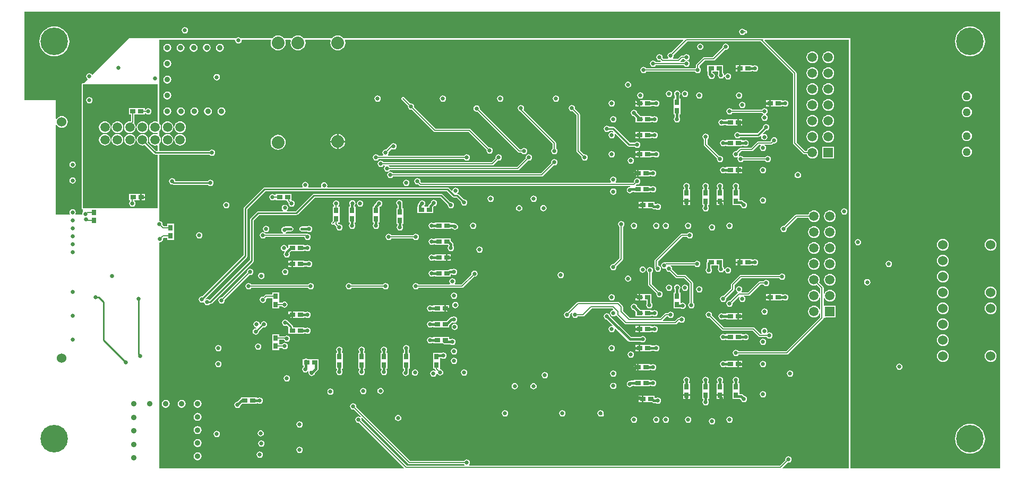
<source format=gbl>
%FSLAX24Y24*%
%MOIN*%
G70*
G01*
G75*
G04 Layer_Physical_Order=4*
G04 Layer_Color=16711680*
%ADD10R,0.0276X0.0354*%
%ADD11R,0.0630X0.0118*%
%ADD12R,0.0118X0.0630*%
%ADD13R,0.0728X0.0118*%
%ADD14R,0.0118X0.0728*%
%ADD15R,0.0787X0.0866*%
%ADD16R,0.0807X0.0236*%
%ADD17R,0.0866X0.0787*%
%ADD18R,0.0354X0.0276*%
%ADD19R,0.0787X0.0551*%
%ADD20R,0.1500X0.0500*%
%ADD21R,0.3000X0.2900*%
%ADD22R,0.0630X0.0709*%
%ADD23R,0.0709X0.0630*%
%ADD24R,0.1024X0.0945*%
%ADD25R,0.0197X0.0748*%
%ADD26R,0.0748X0.0197*%
%ADD27R,0.0394X0.0433*%
%ADD28R,0.0433X0.0394*%
%ADD29R,0.0512X0.0630*%
%ADD30R,0.0827X0.0354*%
%ADD31R,0.0827X0.0354*%
%ADD32R,0.1732X0.1441*%
%ADD33C,0.0100*%
%ADD34C,0.0080*%
%ADD35C,0.0200*%
%ADD36C,0.0160*%
%ADD37C,0.0090*%
%ADD38C,0.0600*%
%ADD39R,0.0591X0.0591*%
%ADD40C,0.0591*%
%ADD41C,0.1732*%
%ADD42C,0.1732*%
%ADD43C,0.0500*%
%ADD44C,0.0800*%
%ADD45C,0.0250*%
%ADD46C,0.0350*%
G36*
X26500Y52468D02*
X26458Y52440D01*
X26421Y52456D01*
X26325Y52468D01*
X26230Y52456D01*
X26141Y52419D01*
X26065Y52361D01*
X26006Y52284D01*
X25969Y52195D01*
X25957Y52100D01*
X25969Y52005D01*
X26006Y51916D01*
X26065Y51839D01*
X26141Y51781D01*
X26230Y51744D01*
X26325Y51732D01*
X26421Y51744D01*
X26458Y51760D01*
X26500Y51732D01*
Y51681D01*
X26458Y51653D01*
X26421Y51668D01*
X26325Y51681D01*
X26230Y51668D01*
X26141Y51632D01*
X26065Y51573D01*
X26006Y51497D01*
X25969Y51408D01*
X25957Y51313D01*
X25969Y51217D01*
X26006Y51128D01*
X26065Y51052D01*
X26141Y50994D01*
X26230Y50957D01*
X26325Y50944D01*
X26421Y50957D01*
X26458Y50972D01*
X26500Y50945D01*
Y50617D01*
X26399D01*
X25866Y51150D01*
X25894Y51217D01*
X25906Y51313D01*
X25894Y51408D01*
X25857Y51497D01*
X25798Y51573D01*
X25722Y51632D01*
X25633Y51668D01*
X25538Y51681D01*
X25442Y51668D01*
X25354Y51632D01*
X25277Y51573D01*
X25219Y51497D01*
X25182Y51408D01*
X25169Y51313D01*
X25182Y51217D01*
X25219Y51128D01*
X25277Y51052D01*
X25354Y50994D01*
X25442Y50957D01*
X25538Y50944D01*
X25633Y50957D01*
X25700Y50984D01*
X26267Y50417D01*
X26306Y50392D01*
X26350Y50383D01*
X26500D01*
Y47000D01*
X21800D01*
Y54800D01*
X26500D01*
Y52468D01*
D02*
G37*
G36*
X69900Y30622D02*
X65746D01*
X65727Y30669D01*
X66066Y31008D01*
X66100Y31001D01*
X66176Y31016D01*
X66241Y31059D01*
X66284Y31124D01*
X66299Y31200D01*
X66284Y31276D01*
X66241Y31341D01*
X66176Y31384D01*
X66100Y31399D01*
X66024Y31384D01*
X65959Y31341D01*
X65916Y31276D01*
X65901Y31200D01*
X65908Y31166D01*
X65554Y30812D01*
X46072D01*
X46041Y30859D01*
X46084Y30924D01*
X46099Y31000D01*
X46084Y31076D01*
X46041Y31141D01*
X45976Y31184D01*
X45900Y31199D01*
X45824Y31184D01*
X45759Y31141D01*
X45740Y31112D01*
X42346D01*
X38960Y34499D01*
X38966Y34533D01*
X38951Y34609D01*
X38908Y34673D01*
X38843Y34716D01*
X38767Y34731D01*
X38691Y34716D01*
X38627Y34673D01*
X38584Y34609D01*
X38569Y34533D01*
X38584Y34457D01*
X38627Y34392D01*
X38691Y34349D01*
X38767Y34334D01*
X38801Y34340D01*
X39242Y33900D01*
X39210Y33861D01*
X39176Y33884D01*
X39100Y33899D01*
X39024Y33884D01*
X38959Y33841D01*
X38916Y33776D01*
X38901Y33700D01*
X38916Y33624D01*
X38959Y33559D01*
X39024Y33516D01*
X39100Y33501D01*
X39134Y33508D01*
X41973Y30669D01*
X41954Y30622D01*
X26600D01*
Y44847D01*
X26630Y44871D01*
X26706Y44886D01*
X26771Y44929D01*
X26814Y44994D01*
X26829Y45070D01*
X26822Y45104D01*
X26868Y45149D01*
X27092D01*
Y45014D01*
X27508D01*
Y45509D01*
D01*
Y45509D01*
X27508Y45509D01*
Y45526D01*
X27508D01*
Y46021D01*
X27092D01*
Y45886D01*
X26873D01*
X26792Y45966D01*
X26799Y46000D01*
X26784Y46076D01*
X26741Y46141D01*
X26676Y46184D01*
X26600Y46199D01*
Y50383D01*
X29744D01*
X29759Y50359D01*
X29824Y50316D01*
X29900Y50301D01*
X29976Y50316D01*
X30041Y50359D01*
X30084Y50424D01*
X30099Y50500D01*
X30084Y50576D01*
X30041Y50641D01*
X29976Y50684D01*
X29900Y50699D01*
X29824Y50684D01*
X29759Y50641D01*
X29744Y50617D01*
X26600D01*
Y51071D01*
X26644Y51128D01*
X26681Y51217D01*
X26694Y51313D01*
X26681Y51408D01*
X26644Y51497D01*
X26600Y51554D01*
Y51858D01*
X26644Y51916D01*
X26681Y52005D01*
X26694Y52100D01*
X26681Y52195D01*
X26644Y52284D01*
X26600Y52342D01*
Y57602D01*
X31330D01*
X31362Y57563D01*
X31361Y57560D01*
X31376Y57484D01*
X31419Y57419D01*
X31484Y57376D01*
X31560Y57361D01*
X31636Y57376D01*
X31700Y57419D01*
X31744Y57484D01*
X31759Y57560D01*
X31758Y57563D01*
X31790Y57602D01*
X33580D01*
X33608Y57560D01*
X33592Y57523D01*
X33576Y57400D01*
X33592Y57277D01*
X33639Y57163D01*
X33715Y57065D01*
X33813Y56989D01*
X33927Y56942D01*
X34050Y56926D01*
X34173Y56942D01*
X34287Y56989D01*
X34385Y57065D01*
X34461Y57163D01*
X34508Y57277D01*
X34524Y57400D01*
X34508Y57523D01*
X34492Y57560D01*
X34520Y57602D01*
X34830D01*
X34858Y57560D01*
X34842Y57523D01*
X34826Y57400D01*
X34842Y57277D01*
X34889Y57163D01*
X34965Y57065D01*
X35063Y56989D01*
X35177Y56942D01*
X35300Y56926D01*
X35423Y56942D01*
X35537Y56989D01*
X35635Y57065D01*
X35711Y57163D01*
X35758Y57277D01*
X35774Y57400D01*
X35758Y57523D01*
X35742Y57560D01*
X35770Y57602D01*
X37330D01*
X37358Y57560D01*
X37342Y57523D01*
X37326Y57400D01*
X37342Y57277D01*
X37389Y57163D01*
X37465Y57065D01*
X37563Y56989D01*
X37677Y56942D01*
X37800Y56926D01*
X37923Y56942D01*
X38037Y56989D01*
X38135Y57065D01*
X38211Y57163D01*
X38258Y57277D01*
X38274Y57400D01*
X38258Y57523D01*
X38242Y57560D01*
X38270Y57602D01*
X59478D01*
X59497Y57556D01*
X58734Y56792D01*
X58700Y56799D01*
X58624Y56784D01*
X58559Y56741D01*
X58516Y56676D01*
X58501Y56600D01*
X58516Y56524D01*
X58559Y56459D01*
X58528Y56412D01*
X58246D01*
X58192Y56466D01*
X58199Y56500D01*
X58184Y56576D01*
X58141Y56641D01*
X58076Y56684D01*
X58000Y56699D01*
X57924Y56684D01*
X57859Y56641D01*
X57816Y56576D01*
X57801Y56500D01*
X57816Y56424D01*
X57859Y56359D01*
X57924Y56316D01*
X58000Y56301D01*
X58034Y56308D01*
X58083Y56258D01*
X58064Y56212D01*
X57760D01*
X57741Y56241D01*
X57676Y56284D01*
X57600Y56299D01*
X57524Y56284D01*
X57459Y56241D01*
X57416Y56176D01*
X57401Y56100D01*
X57416Y56024D01*
X57459Y55959D01*
X57524Y55916D01*
X57600Y55901D01*
X57676Y55916D01*
X57741Y55959D01*
X57760Y55988D01*
X59540D01*
X59559Y55959D01*
X59624Y55916D01*
X59700Y55901D01*
X59776Y55916D01*
X59841Y55959D01*
X59884Y56024D01*
X59899Y56100D01*
X59884Y56176D01*
X59841Y56241D01*
X59776Y56284D01*
X59700Y56299D01*
X59624Y56284D01*
X59559Y56241D01*
X59540Y56212D01*
X59336D01*
X59317Y56258D01*
X59446Y56388D01*
X59540D01*
X59559Y56359D01*
X59624Y56316D01*
X59700Y56301D01*
X59776Y56316D01*
X59841Y56359D01*
X59884Y56424D01*
X59899Y56500D01*
X59884Y56576D01*
X59841Y56641D01*
X59776Y56684D01*
X59700Y56699D01*
X59624Y56684D01*
X59559Y56641D01*
X59540Y56612D01*
X59400D01*
X59400Y56612D01*
X59357Y56604D01*
X59321Y56579D01*
X59321Y56579D01*
X59154Y56412D01*
X58872D01*
X58841Y56459D01*
X58884Y56524D01*
X58899Y56600D01*
X58892Y56634D01*
X59746Y57488D01*
X64354D01*
X66388Y55454D01*
Y51100D01*
X66388Y51100D01*
X66396Y51057D01*
X66421Y51021D01*
X67021Y50421D01*
X67021Y50421D01*
X67057Y50396D01*
X67100Y50388D01*
X67100Y50388D01*
X67251D01*
X67281Y50316D01*
X67339Y50239D01*
X67416Y50181D01*
X67505Y50144D01*
X67600Y50132D01*
X67695Y50144D01*
X67784Y50181D01*
X67861Y50239D01*
X67919Y50316D01*
X67956Y50405D01*
X67968Y50500D01*
X67956Y50595D01*
X67919Y50684D01*
X67861Y50761D01*
X67784Y50819D01*
X67695Y50856D01*
X67600Y50868D01*
X67505Y50856D01*
X67416Y50819D01*
X67339Y50761D01*
X67281Y50684D01*
X67251Y50612D01*
X67146D01*
X66612Y51146D01*
Y55500D01*
X66604Y55543D01*
X66579Y55579D01*
X66579Y55579D01*
X64603Y57556D01*
X64604Y57557D01*
X64612Y57600D01*
X64614Y57602D01*
X69900D01*
Y30622D01*
D02*
G37*
G36*
X79378D02*
X70000D01*
Y57700D01*
X64548D01*
X64543Y57704D01*
X64500Y57712D01*
X64400D01*
X64400Y57712D01*
X64400Y57712D01*
X59700D01*
X59700Y57712D01*
X59657Y57704D01*
X59652Y57700D01*
X38162D01*
X38135Y57735D01*
X38037Y57811D01*
X37923Y57858D01*
X37800Y57874D01*
X37677Y57858D01*
X37563Y57811D01*
X37465Y57735D01*
X37438Y57700D01*
X35662D01*
X35635Y57735D01*
X35537Y57811D01*
X35423Y57858D01*
X35300Y57874D01*
X35177Y57858D01*
X35063Y57811D01*
X34965Y57735D01*
X34938Y57700D01*
X34412D01*
X34385Y57735D01*
X34287Y57811D01*
X34173Y57858D01*
X34050Y57874D01*
X33927Y57858D01*
X33813Y57811D01*
X33715Y57735D01*
X33688Y57700D01*
X31701D01*
X31700Y57700D01*
X31636Y57744D01*
X31560Y57759D01*
X31484Y57744D01*
X31419Y57700D01*
X31419Y57700D01*
X24700D01*
X22409Y55409D01*
X22359Y55413D01*
X22341Y55441D01*
X22276Y55484D01*
X22200Y55499D01*
X22124Y55484D01*
X22059Y55441D01*
X22016Y55376D01*
X22001Y55300D01*
X22016Y55224D01*
X22059Y55159D01*
X22087Y55141D01*
X22091Y55091D01*
X21871Y54871D01*
X21800D01*
X21773Y54866D01*
X21750Y54850D01*
X21734Y54827D01*
X21729Y54800D01*
Y47000D01*
X21734Y46973D01*
X21750Y46950D01*
X21773Y46934D01*
X21800Y46929D01*
Y46764D01*
X21771Y46721D01*
X21756Y46645D01*
X21758Y46639D01*
X21726Y46600D01*
X21337D01*
X21314Y46644D01*
X21334Y46674D01*
X21349Y46750D01*
X21334Y46826D01*
X21291Y46891D01*
X21226Y46934D01*
X21150Y46949D01*
X21074Y46934D01*
X21009Y46891D01*
X20966Y46826D01*
X20951Y46750D01*
X20966Y46674D01*
X20986Y46644D01*
X20963Y46600D01*
X20100D01*
Y52231D01*
X20149Y52241D01*
X20149Y52241D01*
X20209Y52163D01*
X20286Y52104D01*
X20376Y52067D01*
X20472Y52054D01*
X20569Y52067D01*
X20659Y52104D01*
X20736Y52163D01*
X20796Y52241D01*
X20833Y52331D01*
X20846Y52427D01*
X20833Y52524D01*
X20796Y52614D01*
X20736Y52691D01*
X20659Y52750D01*
X20569Y52788D01*
X20472Y52800D01*
X20376Y52788D01*
X20286Y52750D01*
X20209Y52691D01*
X20149Y52614D01*
X20149Y52613D01*
X20100Y52623D01*
Y53800D01*
X18122D01*
Y59378D01*
X79378D01*
Y30622D01*
D02*
G37*
G36*
X42221Y30921D02*
X42221Y30921D01*
X42257Y30896D01*
X42300Y30888D01*
X45725D01*
X45749Y30844D01*
X45728Y30812D01*
X42146D01*
X39292Y33666D01*
X39299Y33700D01*
X39284Y33776D01*
X39261Y33810D01*
X39300Y33842D01*
X42221Y30921D01*
D02*
G37*
%LPC*%
G36*
X56694Y41350D02*
X56497D01*
Y41192D01*
X56694D01*
Y41350D01*
D02*
G37*
G36*
X65173Y41608D02*
Y41608D01*
D01*
D01*
D01*
X64994D01*
Y41400D01*
Y41192D01*
X65191D01*
Y41192D01*
X65209D01*
X65227Y41192D01*
Y41192D01*
X65227D01*
D01*
D01*
X65227Y41192D01*
D01*
X65703D01*
Y41247D01*
X65778D01*
X65824Y41216D01*
X65900Y41201D01*
X65976Y41216D01*
X66041Y41259D01*
X66084Y41324D01*
X66099Y41400D01*
X66084Y41476D01*
X66041Y41541D01*
X65976Y41584D01*
X65900Y41599D01*
X65824Y41584D01*
X65778Y41553D01*
X65703D01*
Y41608D01*
X65227D01*
X65227Y41608D01*
X65227Y41608D01*
X65209Y41608D01*
X65200D01*
X65191D01*
X65173Y41608D01*
Y41608D01*
D02*
G37*
G36*
X55000Y41599D02*
X54924Y41584D01*
X54859Y41541D01*
X54816Y41476D01*
X54801Y41400D01*
X54816Y41324D01*
X54859Y41259D01*
X54924Y41216D01*
X55000Y41201D01*
X55076Y41216D01*
X55141Y41259D01*
X55184Y41324D01*
X55199Y41400D01*
X55184Y41476D01*
X55141Y41541D01*
X55076Y41584D01*
X55000Y41599D01*
D02*
G37*
G36*
X64894Y41350D02*
X64697D01*
Y41192D01*
X64894D01*
Y41350D01*
D02*
G37*
G36*
X45183Y41116D02*
X45107Y41101D01*
X45042Y41058D01*
X44999Y40993D01*
X44984Y40917D01*
X44999Y40841D01*
X45042Y40777D01*
X45107Y40734D01*
X45183Y40718D01*
X45259Y40734D01*
X45323Y40777D01*
X45366Y40841D01*
X45381Y40917D01*
X45366Y40993D01*
X45323Y41058D01*
X45259Y41101D01*
X45183Y41116D01*
D02*
G37*
G36*
X35227Y40508D02*
X35227Y40508D01*
D01*
X35209Y40508D01*
X35200D01*
X35191D01*
X35173Y40508D01*
Y40508D01*
Y40508D01*
D01*
D01*
D01*
X34994D01*
Y40300D01*
Y40092D01*
X35191D01*
Y40092D01*
X35209D01*
X35227Y40092D01*
Y40092D01*
X35227D01*
D01*
D01*
X35227Y40092D01*
D01*
X35703D01*
Y40147D01*
X35778D01*
X35824Y40116D01*
X35900Y40101D01*
X35976Y40116D01*
X36041Y40159D01*
X36084Y40224D01*
X36099Y40300D01*
X36084Y40376D01*
X36041Y40441D01*
X35976Y40484D01*
X35900Y40499D01*
X35824Y40484D01*
X35778Y40453D01*
X35703D01*
Y40508D01*
X35227D01*
X35227Y40508D01*
D01*
D01*
D02*
G37*
G36*
X44327Y40908D02*
X44327Y40908D01*
D01*
X44309Y40908D01*
X44300D01*
X44291D01*
X44273Y40908D01*
D01*
X43797D01*
Y40853D01*
X43722D01*
X43676Y40884D01*
X43600Y40899D01*
X43524Y40884D01*
X43459Y40841D01*
X43416Y40776D01*
X43401Y40700D01*
X43416Y40624D01*
X43459Y40559D01*
X43524Y40516D01*
X43600Y40501D01*
X43676Y40516D01*
X43722Y40547D01*
X43797D01*
Y40492D01*
X44291D01*
D01*
X44291Y40492D01*
X44291Y40492D01*
Y40492D01*
X44291D01*
X44309D01*
X44327Y40492D01*
Y40492D01*
X44327D01*
D01*
D01*
X44327Y40492D01*
D01*
X44506D01*
Y40700D01*
Y40908D01*
X44327D01*
X44327Y40908D01*
D01*
D01*
D02*
G37*
G36*
X44803Y40908D02*
X44606D01*
Y40750D01*
X44803D01*
Y40908D01*
D02*
G37*
G36*
X59111Y42210D02*
X59035Y42195D01*
X58970Y42152D01*
X58927Y42087D01*
X58912Y42011D01*
X58927Y41935D01*
X58947Y41905D01*
Y41703D01*
X58892D01*
Y41227D01*
D01*
D01*
D01*
X58892D01*
X58892Y41227D01*
X58892Y41209D01*
Y41191D01*
X58892Y41191D01*
X58892Y41191D01*
Y41191D01*
D01*
Y40697D01*
X59308D01*
Y40712D01*
X59343D01*
X59389Y40682D01*
X59465Y40667D01*
X59541Y40682D01*
X59606Y40725D01*
X59649Y40789D01*
X59664Y40865D01*
X59649Y40941D01*
X59606Y41006D01*
X59541Y41049D01*
X59465Y41064D01*
X59389Y41049D01*
X59352Y41024D01*
X59308Y41048D01*
Y41173D01*
X59308Y41173D01*
D01*
D01*
D01*
D01*
D01*
D01*
D01*
D01*
X59308Y41191D01*
Y41193D01*
Y41200D01*
X59308Y41209D01*
D01*
X59308Y41227D01*
D01*
X59308D01*
D01*
D01*
D01*
X59308Y41227D01*
Y41703D01*
X59253D01*
Y41872D01*
X59295Y41935D01*
X59310Y42011D01*
X59295Y42087D01*
X59252Y42152D01*
X59187Y42195D01*
X59111Y42210D01*
D02*
G37*
G36*
X34108Y41703D02*
X33692D01*
Y41568D01*
X33306D01*
X33306Y41568D01*
X33263Y41560D01*
X33227Y41535D01*
X33227Y41535D01*
X33134Y41442D01*
X33100Y41449D01*
X33024Y41434D01*
X32959Y41391D01*
X32916Y41326D01*
X32901Y41250D01*
X32916Y41174D01*
X32959Y41109D01*
X33024Y41066D01*
X33100Y41051D01*
X33176Y41066D01*
X33241Y41109D01*
X33284Y41174D01*
X33299Y41250D01*
X33292Y41284D01*
X33352Y41344D01*
X33692D01*
Y41227D01*
D01*
D01*
D01*
X33692D01*
X33692Y41227D01*
X33692Y41209D01*
Y41191D01*
X33692Y41191D01*
X33692Y41191D01*
Y41191D01*
D01*
Y40697D01*
X34108D01*
Y40832D01*
X34296D01*
X34315Y40804D01*
X34380Y40760D01*
X34456Y40745D01*
X34532Y40760D01*
X34596Y40804D01*
X34640Y40868D01*
X34655Y40944D01*
X34640Y41020D01*
X34596Y41085D01*
X34532Y41128D01*
X34456Y41143D01*
X34380Y41128D01*
X34315Y41085D01*
X34296Y41056D01*
X34108D01*
Y41173D01*
X34108Y41173D01*
D01*
D01*
D01*
D01*
D01*
D01*
D01*
D01*
X34108Y41191D01*
Y41193D01*
Y41200D01*
X34108Y41209D01*
D01*
X34108Y41227D01*
D01*
X34108D01*
D01*
D01*
D01*
X34108Y41227D01*
Y41703D01*
D02*
G37*
G36*
X56694Y41608D02*
X56497D01*
Y41450D01*
X56694D01*
Y41608D01*
D02*
G37*
G36*
X57027Y41608D02*
X57027Y41608D01*
D01*
X57009Y41608D01*
X57000D01*
X56991D01*
X56973Y41608D01*
Y41608D01*
Y41608D01*
D01*
D01*
D01*
X56794D01*
Y41400D01*
Y41192D01*
X56991D01*
D01*
X56991Y41192D01*
X56991Y41192D01*
Y41192D01*
X56991D01*
X57009D01*
X57027Y41192D01*
Y41192D01*
X57027D01*
D01*
D01*
X57027Y41192D01*
D01*
X57182D01*
Y40956D01*
X57170Y40900D01*
X57186Y40824D01*
X57229Y40759D01*
X57293Y40716D01*
X57369Y40701D01*
X57445Y40716D01*
X57510Y40759D01*
X57553Y40824D01*
X57568Y40900D01*
X57553Y40976D01*
X57510Y41041D01*
X57488Y41055D01*
Y41192D01*
X57503D01*
Y41608D01*
X57027D01*
X57027Y41608D01*
D01*
D01*
D02*
G37*
G36*
X60500Y42099D02*
X60424Y42084D01*
X60359Y42041D01*
X60316Y41976D01*
X60301Y41900D01*
X60316Y41824D01*
X60359Y41759D01*
X60424Y41716D01*
X60500Y41701D01*
X60576Y41716D01*
X60641Y41759D01*
X60684Y41824D01*
X60699Y41900D01*
X60684Y41976D01*
X60641Y42041D01*
X60576Y42084D01*
X60500Y42099D01*
D02*
G37*
G36*
X67700Y42868D02*
X67605Y42856D01*
X67516Y42819D01*
X67439Y42761D01*
X67381Y42684D01*
X67344Y42595D01*
X67332Y42500D01*
X67344Y42405D01*
X67381Y42316D01*
X67439Y42239D01*
X67516Y42181D01*
X67605Y42144D01*
X67700Y42132D01*
X67795Y42144D01*
X67867Y42174D01*
X68088Y41954D01*
Y41646D01*
X68039Y41637D01*
X68019Y41684D01*
X67961Y41761D01*
X67884Y41819D01*
X67795Y41856D01*
X67700Y41868D01*
X67605Y41856D01*
X67516Y41819D01*
X67439Y41761D01*
X67381Y41684D01*
X67344Y41595D01*
X67332Y41500D01*
X67344Y41405D01*
X67381Y41316D01*
X67439Y41239D01*
X67516Y41181D01*
X67605Y41144D01*
X67700Y41132D01*
X67795Y41144D01*
X67884Y41181D01*
X67961Y41239D01*
X68019Y41316D01*
X68039Y41363D01*
X68088Y41354D01*
Y40646D01*
X68039Y40637D01*
X68019Y40684D01*
X67961Y40761D01*
X67884Y40819D01*
X67795Y40856D01*
X67700Y40868D01*
X67605Y40856D01*
X67516Y40819D01*
X67439Y40761D01*
X67381Y40684D01*
X67344Y40595D01*
X67332Y40500D01*
X67344Y40405D01*
X67381Y40316D01*
X67439Y40239D01*
X67516Y40181D01*
X67605Y40144D01*
X67700Y40132D01*
X67795Y40144D01*
X67884Y40181D01*
X67961Y40239D01*
X68019Y40316D01*
X68039Y40363D01*
X68088Y40354D01*
Y40146D01*
X65954Y38012D01*
X62960D01*
X62941Y38041D01*
X62876Y38084D01*
X62800Y38099D01*
X62724Y38084D01*
X62659Y38041D01*
X62616Y37976D01*
X62601Y37900D01*
X62616Y37824D01*
X62659Y37759D01*
X62724Y37716D01*
X62800Y37701D01*
X62876Y37716D01*
X62941Y37759D01*
X62960Y37788D01*
X66000D01*
X66000Y37788D01*
X66043Y37796D01*
X66079Y37821D01*
X68279Y40021D01*
X68279Y40021D01*
X68304Y40057D01*
X68312Y40100D01*
X68486Y40135D01*
X69065D01*
Y40865D01*
X68348D01*
X68348Y40865D01*
D01*
D01*
X68348Y40865D01*
D01*
X68335Y40865D01*
X68312D01*
Y41354D01*
X68361Y41363D01*
X68381Y41316D01*
X68439Y41239D01*
X68516Y41181D01*
X68605Y41144D01*
X68700Y41132D01*
X68795Y41144D01*
X68884Y41181D01*
X68961Y41239D01*
X69019Y41316D01*
X69056Y41405D01*
X69068Y41500D01*
X69056Y41595D01*
X69019Y41684D01*
X68961Y41761D01*
X68884Y41819D01*
X68795Y41856D01*
X68700Y41868D01*
X68605Y41856D01*
X68516Y41819D01*
X68439Y41761D01*
X68381Y41684D01*
X68361Y41637D01*
X68312Y41646D01*
Y42000D01*
X68312Y42000D01*
X68304Y42043D01*
X68279Y42079D01*
X68279Y42079D01*
X68026Y42333D01*
X68056Y42405D01*
X68068Y42500D01*
X68056Y42595D01*
X68019Y42684D01*
X67961Y42761D01*
X67884Y42819D01*
X67795Y42856D01*
X67700Y42868D01*
D02*
G37*
G36*
X75800Y42073D02*
X75703Y42060D01*
X75613Y42023D01*
X75536Y41964D01*
X75477Y41887D01*
X75440Y41797D01*
X75427Y41700D01*
X75440Y41603D01*
X75477Y41513D01*
X75536Y41436D01*
X75613Y41377D01*
X75703Y41340D01*
X75800Y41327D01*
X75897Y41340D01*
X75987Y41377D01*
X76064Y41436D01*
X76123Y41513D01*
X76160Y41603D01*
X76173Y41700D01*
X76160Y41797D01*
X76123Y41887D01*
X76064Y41964D01*
X75987Y42023D01*
X75897Y42060D01*
X75800Y42073D01*
D02*
G37*
G36*
X45100Y41699D02*
X45024Y41684D01*
X44959Y41641D01*
X44916Y41576D01*
X44901Y41500D01*
X44916Y41424D01*
X44959Y41359D01*
X45024Y41316D01*
X45100Y41301D01*
X45176Y41316D01*
X45241Y41359D01*
X45284Y41424D01*
X45299Y41500D01*
X45284Y41576D01*
X45241Y41641D01*
X45176Y41684D01*
X45100Y41699D01*
D02*
G37*
G36*
X78800Y42073D02*
X78703Y42060D01*
X78613Y42023D01*
X78536Y41964D01*
X78477Y41887D01*
X78440Y41797D01*
X78427Y41700D01*
X78440Y41603D01*
X78477Y41513D01*
X78536Y41436D01*
X78613Y41377D01*
X78703Y41340D01*
X78800Y41327D01*
X78897Y41340D01*
X78987Y41377D01*
X79064Y41436D01*
X79123Y41513D01*
X79160Y41603D01*
X79173Y41700D01*
X79160Y41797D01*
X79123Y41887D01*
X79064Y41964D01*
X78987Y42023D01*
X78897Y42060D01*
X78800Y42073D01*
D02*
G37*
G36*
X64894Y41608D02*
X64697D01*
Y41450D01*
X64894D01*
Y41608D01*
D02*
G37*
G36*
X57400Y43299D02*
X57324Y43284D01*
X57259Y43241D01*
X57216Y43176D01*
X57201Y43100D01*
X57216Y43024D01*
X57259Y42959D01*
X57288Y42940D01*
Y42200D01*
X57288Y42200D01*
X57296Y42157D01*
X57321Y42121D01*
X57808Y41634D01*
X57801Y41600D01*
X57816Y41524D01*
X57859Y41459D01*
X57924Y41416D01*
X58000Y41401D01*
X58076Y41416D01*
X58141Y41459D01*
X58184Y41524D01*
X58199Y41600D01*
X58184Y41676D01*
X58141Y41741D01*
X58076Y41784D01*
X58000Y41799D01*
X57966Y41792D01*
X57512Y42246D01*
Y42940D01*
X57541Y42959D01*
X57584Y43024D01*
X57599Y43100D01*
X57584Y43176D01*
X57541Y43241D01*
X57476Y43284D01*
X57400Y43299D01*
D02*
G37*
G36*
X57027Y39608D02*
X57027Y39608D01*
D01*
X57009Y39608D01*
X57000D01*
X56991D01*
X56973Y39608D01*
Y39608D01*
Y39608D01*
D01*
D01*
D01*
X56794D01*
Y39400D01*
Y39192D01*
X56991D01*
Y39192D01*
X57009D01*
X57027Y39192D01*
Y39192D01*
X57027D01*
D01*
D01*
X57027Y39192D01*
D01*
X57503D01*
Y39247D01*
X57578D01*
X57624Y39216D01*
X57700Y39201D01*
X57776Y39216D01*
X57841Y39259D01*
X57884Y39324D01*
X57899Y39400D01*
X57884Y39476D01*
X57841Y39541D01*
X57776Y39584D01*
X57700Y39599D01*
X57624Y39584D01*
X57578Y39553D01*
X57503D01*
Y39608D01*
X57027D01*
X57027Y39608D01*
D01*
D01*
D02*
G37*
G36*
X54700Y40399D02*
X54624Y40384D01*
X54559Y40341D01*
X54516Y40276D01*
X54501Y40200D01*
X54516Y40124D01*
X54559Y40059D01*
X54624Y40016D01*
X54678Y40006D01*
X55045Y39639D01*
X55022Y39595D01*
X55000Y39599D01*
X54924Y39584D01*
X54859Y39541D01*
X54816Y39476D01*
X54801Y39400D01*
X54816Y39324D01*
X54859Y39259D01*
X54924Y39216D01*
X55000Y39201D01*
X55076Y39216D01*
X55141Y39259D01*
X55184Y39324D01*
X55199Y39400D01*
X55195Y39422D01*
X55239Y39445D01*
X56038Y38646D01*
X56087Y38613D01*
X56146Y38601D01*
X56824D01*
X56870Y38571D01*
X56946Y38556D01*
X57022Y38571D01*
X57086Y38614D01*
X57129Y38678D01*
X57144Y38754D01*
X57129Y38830D01*
X57086Y38895D01*
X57022Y38938D01*
X56946Y38953D01*
X56870Y38938D01*
X56824Y38907D01*
X56209D01*
X54894Y40222D01*
X54884Y40276D01*
X54841Y40341D01*
X54776Y40384D01*
X54700Y40399D01*
D02*
G37*
G36*
X33164Y39899D02*
X33088Y39884D01*
X33023Y39841D01*
X32980Y39776D01*
X32974Y39747D01*
X32941Y39714D01*
X32893Y39729D01*
X32884Y39776D01*
X32841Y39841D01*
X32776Y39884D01*
X32700Y39899D01*
X32624Y39884D01*
X32559Y39841D01*
X32516Y39776D01*
X32501Y39700D01*
X32516Y39624D01*
X32559Y39559D01*
X32624Y39516D01*
X32671Y39507D01*
X32686Y39459D01*
X32650Y39449D01*
D01*
X32574Y39434D01*
X32509Y39391D01*
X32466Y39326D01*
X32451Y39250D01*
X32466Y39174D01*
X32509Y39109D01*
X32574Y39066D01*
X32650Y39051D01*
X32726Y39066D01*
X32791Y39109D01*
X32834Y39174D01*
X32849Y39250D01*
X32845Y39272D01*
X33089Y39516D01*
X33164Y39501D01*
X33240Y39516D01*
X33304Y39559D01*
X33347Y39624D01*
X33363Y39700D01*
X33347Y39776D01*
X33304Y39841D01*
X33240Y39884D01*
X33164Y39899D01*
D02*
G37*
G36*
X45100Y40199D02*
X45024Y40184D01*
X44978Y40153D01*
X44935D01*
X44876Y40141D01*
X44826Y40108D01*
X44626Y39908D01*
X44327D01*
X44327Y39908D01*
D01*
D01*
X44327Y39908D01*
D01*
X44309Y39908D01*
X44300D01*
X44291D01*
X44273Y39908D01*
D01*
X43797D01*
Y39853D01*
X43722D01*
X43676Y39884D01*
X43600Y39899D01*
X43524Y39884D01*
X43459Y39841D01*
X43416Y39776D01*
X43401Y39700D01*
X43416Y39624D01*
X43459Y39559D01*
X43524Y39516D01*
X43600Y39501D01*
X43676Y39516D01*
X43722Y39547D01*
X43797D01*
Y39492D01*
X44291D01*
D01*
X44291Y39492D01*
X44291Y39492D01*
Y39492D01*
X44291D01*
X44309D01*
X44327Y39492D01*
Y39492D01*
X44327D01*
D01*
D01*
X44327Y39492D01*
D01*
X44803D01*
Y39652D01*
X44990Y39839D01*
X45024Y39816D01*
X45100Y39801D01*
X45176Y39816D01*
X45241Y39859D01*
X45284Y39924D01*
X45299Y40000D01*
X45284Y40076D01*
X45241Y40141D01*
X45176Y40184D01*
X45100Y40199D01*
D02*
G37*
G36*
X55400Y41112D02*
X55400Y41112D01*
X52900D01*
X52857Y41104D01*
X52821Y41079D01*
X52821Y41079D01*
X52234Y40492D01*
X52200Y40499D01*
X52124Y40484D01*
X52059Y40441D01*
X52016Y40376D01*
X52001Y40300D01*
X52016Y40224D01*
X52059Y40159D01*
X52124Y40116D01*
X52200Y40101D01*
X52276Y40116D01*
X52341Y40159D01*
X52384Y40224D01*
X52399Y40300D01*
X52392Y40334D01*
X52500Y40442D01*
X52539Y40410D01*
X52516Y40376D01*
X52501Y40300D01*
X52516Y40224D01*
X52559Y40159D01*
X52624Y40116D01*
X52700Y40101D01*
X52776Y40116D01*
X52841Y40159D01*
X52860Y40188D01*
X53200D01*
X53200Y40188D01*
X53243Y40196D01*
X53279Y40221D01*
X53749Y40690D01*
X55054D01*
X55100Y40644D01*
X55085Y40596D01*
X55024Y40584D01*
X54959Y40541D01*
X54916Y40476D01*
X54901Y40400D01*
X54916Y40324D01*
X54959Y40259D01*
X55024Y40216D01*
X55100Y40201D01*
X55176Y40216D01*
X55241Y40259D01*
X55269Y40302D01*
X55294Y40259D01*
X55294Y40260D01*
X55294Y40259D01*
Y40259D01*
X55319Y40223D01*
X55821Y39721D01*
X55821Y39721D01*
X55857Y39696D01*
X55900Y39688D01*
X55900Y39688D01*
X59000D01*
X59000Y39688D01*
X59043Y39696D01*
X59079Y39721D01*
X59222Y39863D01*
X59259Y39859D01*
X59324Y39816D01*
X59400Y39801D01*
X59476Y39816D01*
X59541Y39859D01*
X59584Y39924D01*
X59599Y40000D01*
X59584Y40076D01*
X59541Y40141D01*
X59476Y40184D01*
X59400Y40199D01*
X59324Y40184D01*
X59259Y40141D01*
X59240Y40112D01*
X59200D01*
X59200Y40112D01*
X59157Y40104D01*
X59121Y40079D01*
X59121Y40079D01*
X58954Y39912D01*
X58236D01*
X58217Y39958D01*
X58446Y40188D01*
X58540D01*
X58559Y40159D01*
X58624Y40116D01*
X58700Y40101D01*
X58776Y40116D01*
X58841Y40159D01*
X58884Y40224D01*
X58899Y40300D01*
X58884Y40376D01*
X58841Y40441D01*
X58776Y40484D01*
X58700Y40499D01*
X58624Y40484D01*
X58559Y40441D01*
X58540Y40412D01*
X58400D01*
X58400Y40412D01*
X58357Y40404D01*
X58321Y40379D01*
X58054Y40112D01*
X56146D01*
X55712Y40546D01*
Y40800D01*
X55712Y40800D01*
X55704Y40843D01*
X55679Y40879D01*
X55679Y40879D01*
X55479Y41079D01*
X55443Y41104D01*
X55400Y41112D01*
D02*
G37*
G36*
X56694Y39350D02*
X56497D01*
Y39192D01*
X56694D01*
Y39350D01*
D02*
G37*
G36*
X62727Y39108D02*
X62727Y39108D01*
D01*
X62709Y39108D01*
X62700D01*
X62691D01*
X62673Y39108D01*
Y39108D01*
Y39108D01*
D01*
D01*
D01*
X62197D01*
Y39053D01*
X62122D01*
X62076Y39084D01*
X62000Y39099D01*
X61924Y39084D01*
X61859Y39041D01*
X61816Y38976D01*
X61801Y38900D01*
X61816Y38824D01*
X61859Y38759D01*
X61924Y38716D01*
X62000Y38701D01*
X62076Y38716D01*
X62122Y38747D01*
X62197D01*
Y38692D01*
X62691D01*
D01*
X62691Y38692D01*
X62691Y38692D01*
Y38692D01*
X62691D01*
X62709D01*
X62727Y38692D01*
Y38692D01*
X62727D01*
D01*
D01*
X62727Y38692D01*
D01*
X63203D01*
Y38747D01*
X63274D01*
X63332Y38708D01*
X63408Y38693D01*
X63484Y38708D01*
X63548Y38752D01*
X63592Y38816D01*
X63607Y38892D01*
X63592Y38968D01*
X63548Y39033D01*
X63484Y39076D01*
X63408Y39091D01*
X63332Y39076D01*
X63298Y39053D01*
X63203D01*
Y39108D01*
X62727D01*
X62727Y39108D01*
D01*
D01*
D02*
G37*
G36*
X75800Y40073D02*
X75703Y40060D01*
X75613Y40023D01*
X75536Y39964D01*
X75477Y39887D01*
X75440Y39797D01*
X75427Y39700D01*
X75440Y39603D01*
X75477Y39513D01*
X75536Y39436D01*
X75613Y39377D01*
X75703Y39340D01*
X75800Y39327D01*
X75897Y39340D01*
X75987Y39377D01*
X76064Y39436D01*
X76123Y39513D01*
X76160Y39603D01*
X76173Y39700D01*
X76160Y39797D01*
X76123Y39887D01*
X76064Y39964D01*
X75987Y40023D01*
X75897Y40060D01*
X75800Y40073D01*
D02*
G37*
G36*
X56694Y39608D02*
X56497D01*
Y39450D01*
X56694D01*
Y39608D01*
D02*
G37*
G36*
X45139Y39738D02*
X45063Y39723D01*
X44999Y39680D01*
X44956Y39615D01*
X44941Y39539D01*
X44956Y39463D01*
X44999Y39399D01*
X45063Y39356D01*
X45139Y39341D01*
X45215Y39356D01*
X45280Y39399D01*
X45323Y39463D01*
X45338Y39539D01*
X45323Y39615D01*
X45280Y39680D01*
X45215Y39723D01*
X45139Y39738D01*
D02*
G37*
G36*
X78800Y41073D02*
X78703Y41060D01*
X78613Y41023D01*
X78536Y40964D01*
X78477Y40887D01*
X78440Y40797D01*
X78427Y40700D01*
X78440Y40603D01*
X78477Y40513D01*
X78536Y40436D01*
X78613Y40377D01*
X78703Y40340D01*
X78800Y40327D01*
X78897Y40340D01*
X78987Y40377D01*
X79064Y40436D01*
X79123Y40513D01*
X79160Y40603D01*
X79173Y40700D01*
X79160Y40797D01*
X79123Y40887D01*
X79064Y40964D01*
X78987Y41023D01*
X78897Y41060D01*
X78800Y41073D01*
D02*
G37*
G36*
X75800D02*
X75703Y41060D01*
X75613Y41023D01*
X75536Y40964D01*
X75477Y40887D01*
X75440Y40797D01*
X75427Y40700D01*
X75440Y40603D01*
X75477Y40513D01*
X75536Y40436D01*
X75613Y40377D01*
X75703Y40340D01*
X75800Y40327D01*
X75897Y40340D01*
X75987Y40377D01*
X76064Y40436D01*
X76123Y40513D01*
X76160Y40603D01*
X76173Y40700D01*
X76160Y40797D01*
X76123Y40887D01*
X76064Y40964D01*
X75987Y41023D01*
X75897Y41060D01*
X75800Y41073D01*
D02*
G37*
G36*
X34894Y40508D02*
X34697D01*
Y40350D01*
X34894D01*
Y40508D01*
D02*
G37*
G36*
X44803Y40650D02*
X44606D01*
Y40492D01*
X44803D01*
Y40650D01*
D02*
G37*
G36*
X62727Y40408D02*
X62727Y40408D01*
D01*
X62709Y40408D01*
X62700D01*
X62691D01*
X62673Y40408D01*
D01*
X62197D01*
Y40353D01*
X62022D01*
X61976Y40384D01*
X61900Y40399D01*
X61824Y40384D01*
X61759Y40341D01*
X61716Y40276D01*
X61701Y40200D01*
X61716Y40124D01*
X61759Y40059D01*
X61824Y40016D01*
X61900Y40001D01*
X61976Y40016D01*
X62022Y40047D01*
X62197D01*
Y39992D01*
X62691D01*
D01*
X62691Y39992D01*
X62691Y39992D01*
Y39992D01*
X62691D01*
X62709D01*
X62727Y39992D01*
Y39992D01*
X62727D01*
D01*
D01*
X62727Y39992D01*
D01*
X62906D01*
Y40200D01*
Y40408D01*
X62727D01*
X62727Y40408D01*
D01*
D01*
D02*
G37*
G36*
X34894Y40250D02*
X34697D01*
Y40092D01*
X34894D01*
Y40250D01*
D02*
G37*
G36*
X63203Y40150D02*
X63006D01*
Y39992D01*
X63203D01*
Y40150D01*
D02*
G37*
G36*
X56400Y40999D02*
X56324Y40984D01*
X56259Y40941D01*
X56216Y40876D01*
X56201Y40800D01*
X56216Y40724D01*
X56259Y40659D01*
X56324Y40616D01*
X56378Y40606D01*
X56497Y40487D01*
Y40192D01*
X56991D01*
D01*
Y40192D01*
X56991D01*
X56991Y40192D01*
X57009D01*
Y40192D01*
X57503D01*
Y40247D01*
X57578D01*
X57624Y40216D01*
X57700Y40201D01*
X57776Y40216D01*
X57841Y40259D01*
X57884Y40324D01*
X57899Y40400D01*
X57884Y40476D01*
X57841Y40541D01*
X57776Y40584D01*
X57700Y40599D01*
X57624Y40584D01*
X57578Y40553D01*
X57503D01*
Y40608D01*
X57009D01*
D01*
D01*
X57009Y40608D01*
X56991D01*
Y40608D01*
X56797D01*
X56774Y40643D01*
X56594Y40822D01*
X56584Y40876D01*
X56541Y40941D01*
X56476Y40984D01*
X56400Y40999D01*
D02*
G37*
G36*
X64600Y40699D02*
X64524Y40684D01*
X64459Y40641D01*
X64416Y40576D01*
X64401Y40500D01*
X64416Y40424D01*
X64459Y40359D01*
X64524Y40316D01*
X64600Y40301D01*
X64676Y40316D01*
X64741Y40359D01*
X64784Y40424D01*
X64799Y40500D01*
X64784Y40576D01*
X64741Y40641D01*
X64676Y40684D01*
X64600Y40699D01*
D02*
G37*
G36*
X63203Y40408D02*
X63006D01*
Y40250D01*
X63203D01*
Y40408D01*
D02*
G37*
G36*
X44903Y43850D02*
X44706D01*
Y43692D01*
X44903D01*
Y43850D01*
D02*
G37*
G36*
X62994Y43808D02*
X62797D01*
Y43650D01*
X62994D01*
Y43808D01*
D02*
G37*
G36*
X35227Y43708D02*
X35227Y43708D01*
D01*
X35209Y43708D01*
X35200D01*
X35191D01*
X35173Y43708D01*
Y43708D01*
Y43708D01*
D01*
D01*
D01*
X34994D01*
Y43500D01*
Y43292D01*
X35191D01*
Y43292D01*
X35209D01*
X35227Y43292D01*
Y43292D01*
X35227D01*
D01*
D01*
X35227Y43292D01*
D01*
X35703D01*
Y43347D01*
X35878D01*
X35924Y43316D01*
X36000Y43301D01*
X36076Y43316D01*
X36141Y43359D01*
X36184Y43424D01*
X36199Y43500D01*
X36184Y43576D01*
X36141Y43641D01*
X36076Y43684D01*
X36000Y43699D01*
X35924Y43684D01*
X35878Y43653D01*
X35703D01*
Y43708D01*
X35227D01*
X35227Y43708D01*
D01*
D01*
D02*
G37*
G36*
X63327Y43808D02*
X63327Y43808D01*
D01*
X63309Y43808D01*
X63300D01*
X63291D01*
X63273Y43808D01*
Y43808D01*
Y43808D01*
D01*
D01*
D01*
X63094D01*
Y43600D01*
Y43392D01*
X63291D01*
Y43392D01*
X63309D01*
X63327Y43392D01*
Y43392D01*
X63327D01*
D01*
D01*
X63327Y43392D01*
D01*
X63803D01*
Y43447D01*
X63878D01*
X63924Y43416D01*
X64000Y43401D01*
X64076Y43416D01*
X64141Y43459D01*
X64184Y43524D01*
X64199Y43600D01*
X64184Y43676D01*
X64141Y43741D01*
X64076Y43784D01*
X64000Y43799D01*
X63924Y43784D01*
X63878Y43753D01*
X63803D01*
Y43808D01*
X63327D01*
X63327Y43808D01*
D01*
D01*
D02*
G37*
G36*
X61527D02*
X61527Y43808D01*
D01*
X61509Y43808D01*
X61500D01*
X61491D01*
X61473Y43808D01*
Y43808D01*
Y43808D01*
D01*
D01*
D01*
X60997D01*
Y43648D01*
X60992Y43643D01*
X60959Y43593D01*
X60947Y43535D01*
Y43222D01*
X60916Y43176D01*
X60901Y43100D01*
X60916Y43024D01*
X60959Y42959D01*
X61024Y42916D01*
X61100Y42901D01*
X61176Y42916D01*
X61241Y42959D01*
X61284Y43024D01*
X61299Y43100D01*
X61284Y43176D01*
X61253Y43222D01*
Y43392D01*
X61491D01*
Y43392D01*
X61509D01*
X61527Y43392D01*
Y43392D01*
X61527D01*
D01*
D01*
X61527Y43392D01*
D01*
X61682D01*
Y43235D01*
X61668Y43167D01*
X61683Y43091D01*
X61726Y43026D01*
X61791Y42983D01*
X61867Y42968D01*
X61943Y42983D01*
X62008Y43026D01*
X62051Y43091D01*
X62052Y43097D01*
X62102D01*
X62116Y43024D01*
X62159Y42959D01*
X62224Y42916D01*
X62300Y42901D01*
X62376Y42916D01*
X62441Y42959D01*
X62484Y43024D01*
X62499Y43100D01*
X62484Y43176D01*
X62441Y43241D01*
X62376Y43284D01*
X62300Y43299D01*
X62224Y43284D01*
X62159Y43241D01*
X62116Y43176D01*
X62115Y43170D01*
X62065D01*
X62051Y43243D01*
X62008Y43308D01*
X61988Y43321D01*
Y43392D01*
X62003D01*
Y43808D01*
X61527D01*
X61527Y43808D01*
D01*
D01*
D02*
G37*
G36*
X62994Y43550D02*
X62797D01*
Y43392D01*
X62994D01*
Y43550D01*
D02*
G37*
G36*
X75800Y44073D02*
X75703Y44060D01*
X75613Y44023D01*
X75536Y43964D01*
X75477Y43887D01*
X75440Y43797D01*
X75427Y43700D01*
X75440Y43603D01*
X75477Y43513D01*
X75536Y43436D01*
X75613Y43377D01*
X75703Y43340D01*
X75800Y43327D01*
X75897Y43340D01*
X75987Y43377D01*
X76064Y43436D01*
X76123Y43513D01*
X76160Y43603D01*
X76173Y43700D01*
X76160Y43797D01*
X76123Y43887D01*
X76064Y43964D01*
X75987Y44023D01*
X75897Y44060D01*
X75800Y44073D01*
D02*
G37*
G36*
X55600Y46199D02*
X55524Y46184D01*
X55459Y46141D01*
X55416Y46076D01*
X55401Y46000D01*
X55416Y45924D01*
X55459Y45859D01*
X55488Y45840D01*
Y43846D01*
X55134Y43492D01*
X55100Y43499D01*
X55024Y43484D01*
X54959Y43441D01*
X54916Y43376D01*
X54901Y43300D01*
X54916Y43224D01*
X54959Y43159D01*
X55024Y43116D01*
X55100Y43101D01*
X55176Y43116D01*
X55241Y43159D01*
X55284Y43224D01*
X55299Y43300D01*
X55292Y43334D01*
X55679Y43721D01*
X55679Y43721D01*
X55704Y43757D01*
X55712Y43800D01*
X55712Y43800D01*
Y45840D01*
X55741Y45859D01*
X55784Y45924D01*
X55799Y46000D01*
X55784Y46076D01*
X55741Y46141D01*
X55676Y46184D01*
X55600Y46199D01*
D02*
G37*
G36*
X60370Y43699D02*
X60293Y43684D01*
X60229Y43641D01*
X60210Y43612D01*
X58400D01*
X58357Y43604D01*
X58338Y43591D01*
X58300Y43599D01*
X58224Y43584D01*
X58159Y43541D01*
X58116Y43476D01*
X58101Y43400D01*
X58116Y43324D01*
X58159Y43259D01*
X58224Y43216D01*
X58300Y43201D01*
X58376Y43216D01*
X58376Y43217D01*
X58401Y43200D01*
X58416Y43124D01*
X58459Y43059D01*
X58524Y43016D01*
X58600Y43001D01*
X58634Y43008D01*
X59021Y42621D01*
X59021Y42621D01*
X59057Y42596D01*
X59100Y42588D01*
X59100Y42588D01*
X59554D01*
X59888Y42254D01*
Y41060D01*
X59859Y41041D01*
X59816Y40976D01*
X59801Y40900D01*
X59816Y40824D01*
X59859Y40759D01*
X59924Y40716D01*
X60000Y40701D01*
X60076Y40716D01*
X60141Y40759D01*
X60184Y40824D01*
X60199Y40900D01*
X60184Y40976D01*
X60141Y41041D01*
X60112Y41060D01*
Y42300D01*
X60104Y42343D01*
X60079Y42379D01*
X60079Y42379D01*
X59679Y42779D01*
X59643Y42804D01*
X59600Y42812D01*
X59600Y42812D01*
X59146D01*
X58792Y43166D01*
X58799Y43200D01*
X58784Y43276D01*
X58741Y43341D01*
X58676Y43384D01*
D01*
X58676D01*
Y43384D01*
D01*
D01*
Y43384D01*
X58676Y43384D01*
D01*
D01*
D01*
D01*
X58677Y43388D01*
X60210D01*
X60229Y43359D01*
X60293Y43316D01*
X60370Y43301D01*
X60446Y43316D01*
X60510Y43359D01*
X60553Y43424D01*
X60568Y43500D01*
X60553Y43576D01*
X60510Y43641D01*
X60446Y43684D01*
X60370Y43699D01*
D02*
G37*
G36*
X34894Y43708D02*
X34697D01*
Y43550D01*
X34894D01*
Y43708D01*
D02*
G37*
G36*
X78800Y45073D02*
X78703Y45060D01*
X78613Y45023D01*
X78536Y44964D01*
X78477Y44887D01*
X78440Y44797D01*
X78427Y44700D01*
X78440Y44603D01*
X78477Y44513D01*
X78536Y44436D01*
X78613Y44377D01*
X78703Y44340D01*
X78800Y44327D01*
X78897Y44340D01*
X78987Y44377D01*
X79064Y44436D01*
X79123Y44513D01*
X79160Y44603D01*
X79173Y44700D01*
X79160Y44797D01*
X79123Y44887D01*
X79064Y44964D01*
X78987Y45023D01*
X78897Y45060D01*
X78800Y45073D01*
D02*
G37*
G36*
X75800D02*
X75703Y45060D01*
X75613Y45023D01*
X75536Y44964D01*
X75477Y44887D01*
X75440Y44797D01*
X75427Y44700D01*
X75440Y44603D01*
X75477Y44513D01*
X75536Y44436D01*
X75613Y44377D01*
X75703Y44340D01*
X75800Y44327D01*
X75897Y44340D01*
X75987Y44377D01*
X76064Y44436D01*
X76123Y44513D01*
X76160Y44603D01*
X76173Y44700D01*
X76160Y44797D01*
X76123Y44887D01*
X76064Y44964D01*
X75987Y45023D01*
X75897Y45060D01*
X75800Y45073D01*
D02*
G37*
G36*
X70465Y45064D02*
X70389Y45049D01*
X70325Y45006D01*
X70282Y44941D01*
X70267Y44865D01*
X70282Y44789D01*
X70325Y44725D01*
X70389Y44682D01*
X70465Y44667D01*
X70541Y44682D01*
X70606Y44725D01*
X70649Y44789D01*
X70664Y44865D01*
X70649Y44941D01*
X70606Y45006D01*
X70541Y45049D01*
X70465Y45064D01*
D02*
G37*
G36*
X29100Y45499D02*
X29024Y45484D01*
X28959Y45441D01*
X28916Y45376D01*
X28901Y45300D01*
X28916Y45224D01*
X28959Y45159D01*
X29024Y45116D01*
X29100Y45101D01*
X29176Y45116D01*
X29241Y45159D01*
X29284Y45224D01*
X29299Y45300D01*
X29284Y45376D01*
X29241Y45441D01*
X29176Y45484D01*
X29100Y45499D01*
D02*
G37*
G36*
X35227Y44708D02*
X35227Y44708D01*
D01*
X35209Y44708D01*
X35200D01*
X35191D01*
X35173Y44708D01*
Y44708D01*
Y44708D01*
D01*
D01*
D01*
X34697D01*
Y44548D01*
X34662Y44513D01*
X34615Y44528D01*
X34605Y44576D01*
X34562Y44641D01*
X34497Y44684D01*
X34421Y44699D01*
X34345Y44684D01*
X34281Y44641D01*
X34238Y44576D01*
X34222Y44500D01*
X34238Y44424D01*
X34281Y44359D01*
X34345Y44316D01*
X34421Y44301D01*
Y44301D01*
X34421Y44301D01*
X34459Y44293D01*
X34447Y44235D01*
Y44222D01*
X34416Y44176D01*
X34401Y44100D01*
X34416Y44024D01*
X34459Y43959D01*
X34524Y43916D01*
X34600Y43901D01*
X34676Y43916D01*
X34741Y43959D01*
X34784Y44024D01*
X34799Y44100D01*
X34784Y44176D01*
X34773Y44192D01*
X34874Y44292D01*
X35191D01*
D01*
X35191Y44292D01*
X35191Y44292D01*
Y44292D01*
X35191D01*
X35209D01*
X35227Y44292D01*
Y44292D01*
X35227D01*
D01*
D01*
X35227Y44292D01*
D01*
X35703D01*
Y44347D01*
X35778D01*
X35824Y44316D01*
X35900Y44301D01*
X35976Y44316D01*
X36041Y44359D01*
X36084Y44424D01*
X36099Y44500D01*
X36084Y44576D01*
X36041Y44641D01*
X35976Y44684D01*
X35900Y44699D01*
X35824Y44684D01*
X35778Y44653D01*
X35703D01*
Y44708D01*
X35227D01*
X35227Y44708D01*
D01*
D01*
D02*
G37*
G36*
X44427Y44108D02*
X44427Y44108D01*
D01*
X44409Y44108D01*
X44400D01*
X44391D01*
X44373Y44108D01*
Y44108D01*
Y44108D01*
D01*
D01*
D01*
X43897D01*
Y44053D01*
X43822D01*
X43776Y44084D01*
X43700Y44099D01*
X43624Y44084D01*
X43559Y44041D01*
X43516Y43976D01*
X43501Y43900D01*
X43516Y43824D01*
X43559Y43759D01*
X43624Y43716D01*
X43700Y43701D01*
X43776Y43716D01*
X43822Y43747D01*
X43897D01*
Y43692D01*
X44391D01*
D01*
X44391Y43692D01*
X44391Y43692D01*
Y43692D01*
X44391D01*
X44409D01*
X44427Y43692D01*
Y43692D01*
X44427D01*
D01*
D01*
X44427Y43692D01*
D01*
X44606D01*
Y43900D01*
Y44108D01*
X44427D01*
X44427Y44108D01*
D01*
D01*
D02*
G37*
G36*
X44903Y44108D02*
X44706D01*
Y43950D01*
X44903D01*
Y44108D01*
D02*
G37*
G36*
X67700Y44868D02*
X67605Y44856D01*
X67516Y44819D01*
X67439Y44761D01*
X67381Y44684D01*
X67344Y44595D01*
X67332Y44500D01*
X67344Y44405D01*
X67381Y44316D01*
X67439Y44239D01*
X67516Y44181D01*
X67605Y44144D01*
X67700Y44132D01*
X67795Y44144D01*
X67884Y44181D01*
X67961Y44239D01*
X68019Y44316D01*
X68056Y44405D01*
X68068Y44500D01*
X68056Y44595D01*
X68019Y44684D01*
X67961Y44761D01*
X67884Y44819D01*
X67795Y44856D01*
X67700Y44868D01*
D02*
G37*
G36*
X46700Y44599D02*
X46624Y44584D01*
X46559Y44541D01*
X46516Y44476D01*
X46501Y44400D01*
X46516Y44324D01*
X46559Y44259D01*
X46624Y44216D01*
X46700Y44201D01*
X46776Y44216D01*
X46841Y44259D01*
X46884Y44324D01*
X46899Y44400D01*
X46884Y44476D01*
X46841Y44541D01*
X46776Y44584D01*
X46700Y44599D01*
D02*
G37*
G36*
X68700Y44868D02*
X68605Y44856D01*
X68516Y44819D01*
X68439Y44761D01*
X68381Y44684D01*
X68344Y44595D01*
X68332Y44500D01*
X68344Y44405D01*
X68381Y44316D01*
X68439Y44239D01*
X68516Y44181D01*
X68605Y44144D01*
X68700Y44132D01*
X68795Y44144D01*
X68884Y44181D01*
X68961Y44239D01*
X69019Y44316D01*
X69056Y44405D01*
X69068Y44500D01*
X69056Y44595D01*
X69019Y44684D01*
X68961Y44761D01*
X68884Y44819D01*
X68795Y44856D01*
X68700Y44868D01*
D02*
G37*
G36*
X72400Y43699D02*
X72324Y43684D01*
X72259Y43641D01*
X72216Y43576D01*
X72201Y43500D01*
X72216Y43424D01*
X72259Y43359D01*
X72324Y43316D01*
X72400Y43301D01*
X72476Y43316D01*
X72541Y43359D01*
X72584Y43424D01*
X72599Y43500D01*
X72584Y43576D01*
X72541Y43641D01*
X72476Y43684D01*
X72400Y43699D01*
D02*
G37*
G36*
X40800Y42299D02*
X40724Y42284D01*
X40659Y42241D01*
X40640Y42212D01*
X38660D01*
X38641Y42241D01*
X38576Y42284D01*
X38500Y42299D01*
X38424Y42284D01*
X38359Y42241D01*
X38316Y42176D01*
X38301Y42100D01*
X38316Y42024D01*
X38359Y41959D01*
X38424Y41916D01*
X38500Y41901D01*
X38576Y41916D01*
X38641Y41959D01*
X38660Y41988D01*
X40640D01*
X40659Y41959D01*
X40724Y41916D01*
X40800Y41901D01*
X40876Y41916D01*
X40941Y41959D01*
X40984Y42024D01*
X40999Y42100D01*
X40984Y42176D01*
X40941Y42241D01*
X40876Y42284D01*
X40800Y42299D01*
D02*
G37*
G36*
X36100D02*
X36024Y42284D01*
X35959Y42241D01*
X35940Y42212D01*
X32360D01*
X32341Y42241D01*
X32276Y42284D01*
X32200Y42299D01*
X32124Y42284D01*
X32059Y42241D01*
X32016Y42176D01*
X32001Y42100D01*
X32016Y42024D01*
X32059Y41959D01*
X32124Y41916D01*
X32200Y41901D01*
X32276Y41916D01*
X32341Y41959D01*
X32360Y41988D01*
X35940D01*
X35959Y41959D01*
X36024Y41916D01*
X36100Y41901D01*
X36176Y41916D01*
X36241Y41959D01*
X36284Y42024D01*
X36299Y42100D01*
X36284Y42176D01*
X36241Y42241D01*
X36176Y42284D01*
X36100Y42299D01*
D02*
G37*
G36*
X75800Y43073D02*
X75703Y43060D01*
X75613Y43023D01*
X75536Y42964D01*
X75477Y42887D01*
X75440Y42797D01*
X75427Y42700D01*
X75440Y42603D01*
X75477Y42513D01*
X75536Y42436D01*
X75613Y42377D01*
X75703Y42340D01*
X75800Y42327D01*
X75897Y42340D01*
X75987Y42377D01*
X76064Y42436D01*
X76123Y42513D01*
X76160Y42603D01*
X76173Y42700D01*
X76160Y42797D01*
X76123Y42887D01*
X76064Y42964D01*
X75987Y43023D01*
X75897Y43060D01*
X75800Y43073D01*
D02*
G37*
G36*
X33000Y42949D02*
X32924Y42934D01*
X32859Y42891D01*
X32816Y42826D01*
X32801Y42750D01*
X32816Y42674D01*
X32859Y42609D01*
X32924Y42566D01*
X33000Y42551D01*
X33076Y42566D01*
X33141Y42609D01*
X33184Y42674D01*
X33199Y42750D01*
X33184Y42826D01*
X33141Y42891D01*
X33076Y42934D01*
X33000Y42949D01*
D02*
G37*
G36*
X56027Y42772D02*
X55951Y42757D01*
X55886Y42714D01*
X55843Y42649D01*
X55828Y42573D01*
X55843Y42497D01*
X55886Y42433D01*
X55951Y42390D01*
X56027Y42374D01*
X56103Y42390D01*
X56167Y42433D01*
X56210Y42497D01*
X56226Y42573D01*
X56210Y42649D01*
X56167Y42714D01*
X56103Y42757D01*
X56027Y42772D01*
D02*
G37*
G36*
X59600Y42199D02*
X59524Y42184D01*
X59459Y42141D01*
X59416Y42076D01*
X59401Y42000D01*
X59416Y41924D01*
X59459Y41859D01*
X59524Y41816D01*
X59600Y41801D01*
X59676Y41816D01*
X59741Y41859D01*
X59784Y41924D01*
X59799Y42000D01*
X59784Y42076D01*
X59741Y42141D01*
X59676Y42184D01*
X59600Y42199D01*
D02*
G37*
G36*
X58600D02*
X58524Y42184D01*
X58459Y42141D01*
X58416Y42076D01*
X58401Y42000D01*
X58416Y41924D01*
X58459Y41859D01*
X58524Y41816D01*
X58600Y41801D01*
X58676Y41816D01*
X58741Y41859D01*
X58784Y41924D01*
X58799Y42000D01*
X58784Y42076D01*
X58741Y42141D01*
X58676Y42184D01*
X58600Y42199D01*
D02*
G37*
G36*
X64700Y42499D02*
X64624Y42484D01*
X64559Y42441D01*
X64540Y42412D01*
X64300D01*
X64257Y42404D01*
X64221Y42379D01*
X64221Y42379D01*
X63554Y41712D01*
X63172D01*
X63141Y41759D01*
X63184Y41824D01*
X63199Y41900D01*
X63184Y41976D01*
X63141Y42041D01*
X63076Y42084D01*
X63000Y42099D01*
X62924Y42084D01*
X62859Y42041D01*
X62816Y41976D01*
X62801Y41900D01*
X62816Y41824D01*
X62859Y41759D01*
X62873Y41750D01*
X62915Y41688D01*
X62916Y41675D01*
X62434Y41192D01*
X62400Y41199D01*
X62324Y41184D01*
X62259Y41141D01*
X62216Y41076D01*
X62201Y41000D01*
X62216Y40924D01*
X62259Y40859D01*
X62324Y40816D01*
X62400Y40801D01*
X62476Y40816D01*
X62541Y40859D01*
X62584Y40924D01*
X62599Y41000D01*
X62592Y41034D01*
X63000Y41442D01*
X63039Y41410D01*
X63016Y41376D01*
X63001Y41300D01*
X63016Y41224D01*
X63059Y41159D01*
X63124Y41116D01*
X63200Y41101D01*
X63276Y41116D01*
X63341Y41159D01*
X63384Y41224D01*
X63399Y41300D01*
X63384Y41376D01*
X63341Y41441D01*
X63276Y41484D01*
D01*
X63276D01*
Y41484D01*
D01*
D01*
Y41484D01*
X63276Y41484D01*
D01*
D01*
D01*
D01*
X63277Y41488D01*
X63600D01*
X63600Y41488D01*
X63643Y41496D01*
X63679Y41521D01*
X64346Y42188D01*
X64540D01*
X64559Y42159D01*
X64624Y42116D01*
X64700Y42101D01*
X64776Y42116D01*
X64841Y42159D01*
X64884Y42224D01*
X64899Y42300D01*
X64884Y42376D01*
X64841Y42441D01*
X64776Y42484D01*
X64700Y42499D01*
D02*
G37*
G36*
X71047Y42546D02*
X70971Y42531D01*
X70906Y42487D01*
X70863Y42423D01*
X70848Y42347D01*
X70863Y42271D01*
X70906Y42206D01*
X70971Y42163D01*
X71047Y42148D01*
X71123Y42163D01*
X71187Y42206D01*
X71231Y42271D01*
X71246Y42347D01*
X71231Y42423D01*
X71187Y42487D01*
X71123Y42531D01*
X71047Y42546D01*
D02*
G37*
G36*
X68700Y42868D02*
X68605Y42856D01*
X68516Y42819D01*
X68439Y42761D01*
X68381Y42684D01*
X68344Y42595D01*
X68332Y42500D01*
X68344Y42405D01*
X68381Y42316D01*
X68439Y42239D01*
X68516Y42181D01*
X68605Y42144D01*
X68700Y42132D01*
X68795Y42144D01*
X68884Y42181D01*
X68961Y42239D01*
X69019Y42316D01*
X69056Y42405D01*
X69068Y42500D01*
X69056Y42595D01*
X69019Y42684D01*
X68961Y42761D01*
X68884Y42819D01*
X68795Y42856D01*
X68700Y42868D01*
D02*
G37*
G36*
X45100Y43199D02*
X45024Y43184D01*
X44978Y43153D01*
X44835D01*
X44776Y43141D01*
X44727Y43108D01*
X44726Y43108D01*
X44427D01*
X44427Y43108D01*
D01*
D01*
X44427Y43108D01*
D01*
X44409Y43108D01*
X44400D01*
X44391D01*
X44373Y43108D01*
Y43108D01*
Y43108D01*
D01*
D01*
D01*
X43897D01*
Y43053D01*
X43822D01*
X43776Y43084D01*
X43700Y43099D01*
X43624Y43084D01*
X43559Y43041D01*
X43516Y42976D01*
X43501Y42900D01*
X43516Y42824D01*
X43559Y42759D01*
X43624Y42716D01*
X43700Y42701D01*
X43776Y42716D01*
X43822Y42747D01*
X43897D01*
Y42692D01*
X44391D01*
D01*
X44391Y42692D01*
X44391Y42692D01*
Y42692D01*
X44391D01*
X44409D01*
X44427Y42692D01*
Y42692D01*
X44427D01*
D01*
D01*
X44427Y42692D01*
D01*
X44903D01*
Y42847D01*
X44978D01*
X45024Y42816D01*
X45100Y42801D01*
X45176Y42816D01*
X45241Y42859D01*
X45284Y42924D01*
X45299Y43000D01*
X45284Y43076D01*
X45241Y43141D01*
X45176Y43184D01*
X45100Y43199D01*
D02*
G37*
G36*
X56946Y43344D02*
X56870Y43329D01*
X56805Y43286D01*
X56762Y43222D01*
X56747Y43146D01*
X56762Y43070D01*
X56805Y43005D01*
X56870Y42962D01*
X56946Y42947D01*
X57022Y42962D01*
X57086Y43005D01*
X57129Y43070D01*
X57144Y43146D01*
X57129Y43222D01*
X57086Y43286D01*
X57022Y43329D01*
X56946Y43344D01*
D02*
G37*
G36*
X67700Y43868D02*
X67605Y43856D01*
X67516Y43819D01*
X67439Y43761D01*
X67381Y43684D01*
X67344Y43595D01*
X67332Y43500D01*
X67344Y43405D01*
X67381Y43316D01*
X67439Y43239D01*
X67516Y43181D01*
X67605Y43144D01*
X67700Y43132D01*
X67795Y43144D01*
X67884Y43181D01*
X67961Y43239D01*
X68019Y43316D01*
X68056Y43405D01*
X68068Y43500D01*
X68056Y43595D01*
X68019Y43684D01*
X67961Y43761D01*
X67884Y43819D01*
X67795Y43856D01*
X67700Y43868D01*
D02*
G37*
G36*
X34894Y43450D02*
X34697D01*
Y43292D01*
X34894D01*
Y43450D01*
D02*
G37*
G36*
X68700Y43868D02*
X68605Y43856D01*
X68516Y43819D01*
X68439Y43761D01*
X68381Y43684D01*
X68344Y43595D01*
X68332Y43500D01*
X68344Y43405D01*
X68381Y43316D01*
X68439Y43239D01*
X68516Y43181D01*
X68605Y43144D01*
X68700Y43132D01*
X68795Y43144D01*
X68884Y43181D01*
X68961Y43239D01*
X69019Y43316D01*
X69056Y43405D01*
X69068Y43500D01*
X69056Y43595D01*
X69019Y43684D01*
X68961Y43761D01*
X68884Y43819D01*
X68795Y43856D01*
X68700Y43868D01*
D02*
G37*
G36*
X46386Y43085D02*
X46310Y43070D01*
X46245Y43026D01*
X46202Y42962D01*
X46187Y42886D01*
X46194Y42852D01*
X45554Y42212D01*
X45172D01*
X45141Y42259D01*
X45184Y42324D01*
X45199Y42400D01*
X45184Y42476D01*
X45141Y42541D01*
X45076Y42584D01*
X45000Y42599D01*
X44924Y42584D01*
X44859Y42541D01*
X44816Y42476D01*
X44801Y42400D01*
X44816Y42324D01*
X44859Y42259D01*
X44828Y42212D01*
X42860D01*
X42841Y42241D01*
X42776Y42284D01*
X42700Y42299D01*
X42624Y42284D01*
X42559Y42241D01*
X42516Y42176D01*
X42501Y42100D01*
X42516Y42024D01*
X42559Y41959D01*
X42624Y41916D01*
X42700Y41901D01*
X42776Y41916D01*
X42841Y41959D01*
X42860Y41988D01*
X45600D01*
X45600Y41988D01*
X45643Y41996D01*
X45679Y42021D01*
X46352Y42694D01*
X46386Y42687D01*
X46462Y42702D01*
X46526Y42745D01*
X46570Y42810D01*
X46585Y42886D01*
X46570Y42962D01*
X46526Y43026D01*
X46462Y43070D01*
X46386Y43085D01*
D02*
G37*
G36*
X51800Y42999D02*
X51724Y42984D01*
X51659Y42941D01*
X51616Y42876D01*
X51601Y42800D01*
X51616Y42724D01*
X51659Y42659D01*
X51724Y42616D01*
X51800Y42601D01*
X51876Y42616D01*
X51941Y42659D01*
X51984Y42724D01*
X51999Y42800D01*
X51984Y42876D01*
X51941Y42941D01*
X51876Y42984D01*
X51800Y42999D01*
D02*
G37*
G36*
X32300Y43199D02*
X32224Y43184D01*
X32159Y43141D01*
X32116Y43076D01*
X32101Y43000D01*
X32108Y42966D01*
X30534Y41392D01*
X30500Y41399D01*
X30424Y41384D01*
X30359Y41341D01*
X30316Y41276D01*
X30301Y41200D01*
X30316Y41124D01*
X30359Y41059D01*
X30424Y41016D01*
X30500Y41001D01*
X30576Y41016D01*
X30641Y41059D01*
X30684Y41124D01*
X30699Y41200D01*
X30692Y41234D01*
X32266Y42808D01*
X32300Y42801D01*
X32376Y42816D01*
X32441Y42859D01*
X32484Y42924D01*
X32499Y43000D01*
X32484Y43076D01*
X32441Y43141D01*
X32376Y43184D01*
X32300Y43199D01*
D02*
G37*
G36*
X65700Y42899D02*
X65624Y42884D01*
X65559Y42841D01*
X65540Y42812D01*
X63100D01*
X63100Y42812D01*
X63057Y42804D01*
X63021Y42779D01*
X63021Y42779D01*
X62521Y42279D01*
X62496Y42243D01*
X62488Y42200D01*
X62488Y42200D01*
Y41946D01*
X62034Y41492D01*
X62000Y41499D01*
X61924Y41484D01*
X61859Y41441D01*
X61816Y41376D01*
X61801Y41300D01*
X61816Y41224D01*
X61859Y41159D01*
X61924Y41116D01*
X62000Y41101D01*
X62076Y41116D01*
X62141Y41159D01*
X62184Y41224D01*
X62199Y41300D01*
X62192Y41334D01*
X62679Y41821D01*
X62679Y41821D01*
X62704Y41857D01*
X62712Y41900D01*
X62712Y41900D01*
Y42154D01*
X63146Y42588D01*
X65540D01*
X65559Y42559D01*
X65624Y42516D01*
X65700Y42501D01*
X65776Y42516D01*
X65841Y42559D01*
X65884Y42624D01*
X65899Y42700D01*
X65884Y42776D01*
X65841Y42841D01*
X65776Y42884D01*
X65700Y42899D01*
D02*
G37*
G36*
X34500Y43199D02*
X34424Y43184D01*
X34359Y43141D01*
X34316Y43076D01*
X34301Y43000D01*
X34316Y42924D01*
X34359Y42859D01*
X34424Y42816D01*
X34500Y42801D01*
X34576Y42816D01*
X34641Y42859D01*
X34684Y42924D01*
X34699Y43000D01*
X34684Y43076D01*
X34641Y43141D01*
X34576Y43184D01*
X34500Y43199D01*
D02*
G37*
G36*
Y39999D02*
X34424Y39984D01*
X34359Y39941D01*
X34316Y39876D01*
X34301Y39800D01*
X34316Y39724D01*
X34359Y39659D01*
X34424Y39616D01*
X34500Y39601D01*
X34576Y39616D01*
X34597Y39630D01*
X34703Y39524D01*
X34697Y39508D01*
X34697D01*
Y39092D01*
X35191D01*
Y39092D01*
X35209D01*
X35227Y39092D01*
Y39092D01*
X35227D01*
D01*
D01*
X35227Y39092D01*
D01*
X35703D01*
Y39147D01*
X35778D01*
X35824Y39116D01*
X35900Y39101D01*
X35976Y39116D01*
X36041Y39159D01*
X36084Y39224D01*
X36099Y39300D01*
X36084Y39376D01*
X36041Y39441D01*
X35976Y39484D01*
X35900Y39499D01*
X35824Y39484D01*
X35778Y39453D01*
X35703D01*
Y39508D01*
X35227D01*
X35227Y39508D01*
X35227Y39508D01*
X35209Y39508D01*
X35200D01*
X35191D01*
X35173Y39508D01*
Y39508D01*
Y39508D01*
D01*
D01*
D01*
X34988D01*
Y39535D01*
X34978Y39581D01*
X34952Y39621D01*
X34687Y39887D01*
X34669Y39898D01*
X34641Y39941D01*
X34576Y39984D01*
X34500Y39999D01*
D02*
G37*
G36*
X59908Y35194D02*
X59750D01*
Y34997D01*
X59908D01*
Y35194D01*
D02*
G37*
G36*
X59650D02*
X59492D01*
Y34997D01*
X59650D01*
Y35194D01*
D02*
G37*
G36*
X61750D02*
X61592D01*
Y34997D01*
X61750D01*
Y35194D01*
D02*
G37*
G36*
X56894Y35208D02*
X56697D01*
Y35050D01*
X56894D01*
Y35208D01*
D02*
G37*
G36*
X62008Y35194D02*
X61850D01*
Y34997D01*
X62008D01*
Y35194D01*
D02*
G37*
G36*
X27000Y34950D02*
X26904Y34931D01*
X26823Y34877D01*
X26769Y34796D01*
X26750Y34700D01*
X26769Y34604D01*
X26823Y34523D01*
X26904Y34469D01*
X27000Y34450D01*
X27096Y34469D01*
X27177Y34523D01*
X27231Y34604D01*
X27250Y34700D01*
X27231Y34796D01*
X27177Y34877D01*
X27096Y34931D01*
X27000Y34950D01*
D02*
G37*
G36*
X51900Y34299D02*
X51824Y34284D01*
X51759Y34241D01*
X51716Y34176D01*
X51701Y34100D01*
X51716Y34024D01*
X51759Y33959D01*
X51824Y33916D01*
X51900Y33901D01*
X51976Y33916D01*
X52041Y33959D01*
X52084Y34024D01*
X52099Y34100D01*
X52084Y34176D01*
X52041Y34241D01*
X51976Y34284D01*
X51900Y34299D01*
D02*
G37*
G36*
X28000Y34950D02*
X27904Y34931D01*
X27823Y34877D01*
X27769Y34796D01*
X27750Y34700D01*
X27769Y34604D01*
X27823Y34523D01*
X27904Y34469D01*
X28000Y34450D01*
X28096Y34469D01*
X28177Y34523D01*
X28231Y34604D01*
X28250Y34700D01*
X28231Y34796D01*
X28177Y34877D01*
X28096Y34931D01*
X28000Y34950D01*
D02*
G37*
G36*
X56894Y34950D02*
X56697D01*
Y34792D01*
X56894D01*
Y34950D01*
D02*
G37*
G36*
X29000Y34950D02*
X28904Y34931D01*
X28823Y34877D01*
X28769Y34796D01*
X28750Y34700D01*
X28769Y34604D01*
X28823Y34523D01*
X28904Y34469D01*
X29000Y34450D01*
X29096Y34469D01*
X29177Y34523D01*
X29231Y34604D01*
X29250Y34700D01*
X29231Y34796D01*
X29177Y34877D01*
X29096Y34931D01*
X29000Y34950D01*
D02*
G37*
G36*
X59700Y36399D02*
X59624Y36384D01*
X59559Y36341D01*
X59516Y36276D01*
X59501Y36200D01*
X59516Y36124D01*
X59547Y36078D01*
Y36003D01*
X59492D01*
Y35527D01*
D01*
D01*
D01*
X59492D01*
X59492Y35527D01*
X59492Y35509D01*
Y35491D01*
X59492Y35491D01*
X59492Y35491D01*
Y35491D01*
D01*
Y35294D01*
X59908D01*
Y35473D01*
X59908Y35473D01*
D01*
D01*
D01*
D01*
D01*
D01*
D01*
D01*
X59908Y35491D01*
Y35493D01*
Y35500D01*
X59908Y35509D01*
D01*
X59908Y35527D01*
D01*
X59908D01*
D01*
D01*
D01*
X59908Y35527D01*
Y36003D01*
X59853D01*
Y36078D01*
X59884Y36124D01*
X59899Y36200D01*
X59884Y36276D01*
X59841Y36341D01*
X59776Y36384D01*
X59700Y36399D01*
D02*
G37*
G36*
X40489Y35710D02*
X40413Y35695D01*
X40348Y35652D01*
X40305Y35587D01*
X40290Y35511D01*
X40305Y35435D01*
X40348Y35370D01*
X40413Y35327D01*
X40489Y35312D01*
X40565Y35327D01*
X40630Y35370D01*
X40673Y35435D01*
X40688Y35511D01*
X40673Y35587D01*
X40630Y35652D01*
X40565Y35695D01*
X40489Y35710D01*
D02*
G37*
G36*
X60900Y36399D02*
X60824Y36384D01*
X60759Y36341D01*
X60716Y36276D01*
X60701Y36200D01*
X60716Y36124D01*
X60747Y36078D01*
Y36003D01*
X60692D01*
Y35527D01*
D01*
D01*
D01*
X60692D01*
X60692Y35527D01*
X60692Y35509D01*
Y35491D01*
X60692Y35491D01*
X60692Y35491D01*
Y35491D01*
D01*
Y34997D01*
X60747D01*
Y34922D01*
X60716Y34876D01*
X60701Y34800D01*
X60716Y34724D01*
X60759Y34659D01*
X60824Y34616D01*
X60900Y34601D01*
X60976Y34616D01*
X61041Y34659D01*
X61084Y34724D01*
X61099Y34800D01*
X61084Y34876D01*
X61053Y34922D01*
Y34997D01*
X61108D01*
Y35473D01*
X61108Y35473D01*
D01*
D01*
D01*
D01*
D01*
D01*
D01*
D01*
X61108Y35491D01*
Y35493D01*
Y35500D01*
X61108Y35509D01*
D01*
X61108Y35527D01*
D01*
X61108D01*
D01*
D01*
D01*
X61108Y35527D01*
Y36003D01*
X61053D01*
Y36078D01*
X61084Y36124D01*
X61099Y36200D01*
X61084Y36276D01*
X61041Y36341D01*
X60976Y36384D01*
X60900Y36399D01*
D02*
G37*
G36*
X62800D02*
X62724Y36384D01*
X62659Y36341D01*
X62616Y36276D01*
X62601Y36200D01*
X62616Y36124D01*
X62647Y36078D01*
Y36003D01*
X62592D01*
Y35527D01*
D01*
D01*
D01*
X62592D01*
X62592Y35527D01*
X62592Y35509D01*
Y35491D01*
X62592Y35491D01*
X62592Y35491D01*
Y35491D01*
D01*
Y34997D01*
X63008D01*
Y35012D01*
X63071D01*
X63106Y34978D01*
X63116Y34924D01*
X63159Y34859D01*
X63224Y34816D01*
X63300Y34801D01*
X63376Y34816D01*
X63441Y34859D01*
X63484Y34924D01*
X63499Y35000D01*
X63484Y35076D01*
X63441Y35141D01*
X63376Y35184D01*
X63322Y35194D01*
X63243Y35273D01*
X63193Y35307D01*
X63135Y35318D01*
X63008D01*
Y35473D01*
X63008Y35473D01*
D01*
D01*
D01*
D01*
D01*
D01*
D01*
D01*
X63008Y35491D01*
Y35493D01*
Y35500D01*
X63008Y35509D01*
D01*
X63008Y35527D01*
D01*
X63008D01*
D01*
D01*
D01*
X63008Y35527D01*
Y36003D01*
X62953D01*
Y36078D01*
X62984Y36124D01*
X62999Y36200D01*
X62984Y36276D01*
X62941Y36341D01*
X62876Y36384D01*
X62800Y36399D01*
D02*
G37*
G36*
X61800D02*
X61724Y36384D01*
X61659Y36341D01*
X61616Y36276D01*
X61601Y36200D01*
X61616Y36124D01*
X61647Y36078D01*
Y36003D01*
X61592D01*
Y35527D01*
D01*
D01*
D01*
X61592D01*
X61592Y35527D01*
X61592Y35509D01*
Y35491D01*
X61592Y35491D01*
X61592Y35491D01*
Y35491D01*
D01*
Y35294D01*
X62008D01*
Y35473D01*
X62008Y35473D01*
D01*
D01*
D01*
D01*
D01*
D01*
D01*
D01*
X62008Y35491D01*
Y35493D01*
Y35500D01*
X62008Y35509D01*
D01*
X62008Y35527D01*
D01*
X62008D01*
D01*
D01*
D01*
X62008Y35527D01*
Y36003D01*
X61953D01*
Y36078D01*
X61984Y36124D01*
X61999Y36200D01*
X61984Y36276D01*
X61941Y36341D01*
X61876Y36384D01*
X61800Y36399D01*
D02*
G37*
G36*
X32244Y35108D02*
X32244Y35108D01*
D01*
X32226Y35108D01*
X32217D01*
X32209D01*
X32191Y35108D01*
Y35108D01*
Y35108D01*
D01*
D01*
D01*
X31714D01*
Y35042D01*
X31711Y35041D01*
X31662Y35008D01*
X31478Y34824D01*
X31424Y34814D01*
X31359Y34771D01*
X31316Y34706D01*
X31301Y34630D01*
X31316Y34554D01*
X31359Y34489D01*
X31424Y34446D01*
X31500Y34431D01*
X31576Y34446D01*
X31641Y34489D01*
X31684Y34554D01*
X31694Y34608D01*
X31778Y34692D01*
X32209D01*
Y34692D01*
X32226D01*
X32244Y34692D01*
Y34692D01*
X32244D01*
D01*
D01*
X32244Y34692D01*
D01*
X32721D01*
Y34747D01*
X32778D01*
X32824Y34716D01*
X32900Y34701D01*
X32976Y34716D01*
X33041Y34759D01*
X33084Y34824D01*
X33099Y34900D01*
X33084Y34976D01*
X33041Y35041D01*
X32976Y35084D01*
X32900Y35099D01*
X32824Y35084D01*
X32778Y35053D01*
X32721D01*
Y35108D01*
X32244D01*
X32244Y35108D01*
D01*
D01*
D02*
G37*
G36*
X64500Y35499D02*
X64424Y35484D01*
X64359Y35441D01*
X64316Y35376D01*
X64301Y35300D01*
X64316Y35224D01*
X64359Y35159D01*
X64424Y35116D01*
X64500Y35101D01*
X64576Y35116D01*
X64641Y35159D01*
X64684Y35224D01*
X64699Y35300D01*
X64684Y35376D01*
X64641Y35441D01*
X64576Y35484D01*
X64500Y35499D01*
D02*
G37*
G36*
X57227Y35208D02*
X57227Y35208D01*
D01*
X57209Y35208D01*
X57200D01*
X57191D01*
X57173Y35208D01*
Y35208D01*
Y35208D01*
D01*
D01*
D01*
X56994D01*
Y35000D01*
Y34792D01*
X57191D01*
D01*
X57191Y34792D01*
X57191Y34792D01*
Y34792D01*
X57191D01*
X57209D01*
X57227Y34792D01*
Y34792D01*
X57227D01*
D01*
D01*
X57227Y34792D01*
D01*
X57526D01*
X57526Y34792D01*
X57576Y34759D01*
X57635Y34747D01*
X57778D01*
X57824Y34716D01*
X57900Y34701D01*
X57976Y34716D01*
X58041Y34759D01*
X58084Y34824D01*
X58099Y34900D01*
X58084Y34976D01*
X58041Y35041D01*
X57976Y35084D01*
X57900Y35099D01*
X57824Y35084D01*
X57778Y35053D01*
X57703D01*
Y35208D01*
X57227D01*
X57227Y35208D01*
D01*
D01*
D02*
G37*
G36*
X39400Y35699D02*
X39324Y35684D01*
X39259Y35641D01*
X39216Y35576D01*
X39201Y35500D01*
X39216Y35424D01*
X39259Y35359D01*
X39324Y35316D01*
X39400Y35301D01*
X39476Y35316D01*
X39541Y35359D01*
X39584Y35424D01*
X39599Y35500D01*
X39584Y35576D01*
X39541Y35641D01*
X39476Y35684D01*
X39400Y35699D01*
D02*
G37*
G36*
X37339Y35659D02*
X37263Y35644D01*
X37199Y35601D01*
X37156Y35537D01*
X37141Y35461D01*
X37156Y35385D01*
X37199Y35320D01*
X37263Y35277D01*
X37339Y35262D01*
X37415Y35277D01*
X37480Y35320D01*
X37523Y35385D01*
X37538Y35461D01*
X37523Y35537D01*
X37480Y35601D01*
X37415Y35644D01*
X37339Y35659D01*
D02*
G37*
G36*
X30200Y32999D02*
X30124Y32984D01*
X30059Y32941D01*
X30016Y32876D01*
X30001Y32800D01*
X30016Y32724D01*
X30059Y32659D01*
X30124Y32616D01*
X30200Y32601D01*
X30276Y32616D01*
X30341Y32659D01*
X30384Y32724D01*
X30399Y32800D01*
X30384Y32876D01*
X30341Y32941D01*
X30276Y32984D01*
X30200Y32999D01*
D02*
G37*
G36*
X33000Y32399D02*
X32924Y32384D01*
X32859Y32341D01*
X32816Y32276D01*
X32801Y32200D01*
X32816Y32124D01*
X32859Y32059D01*
X32924Y32016D01*
X33000Y32001D01*
X33076Y32016D01*
X33141Y32059D01*
X33184Y32124D01*
X33199Y32200D01*
X33184Y32276D01*
X33141Y32341D01*
X33076Y32384D01*
X33000Y32399D01*
D02*
G37*
G36*
X32960Y33039D02*
X32884Y33024D01*
X32819Y32981D01*
X32776Y32916D01*
X32761Y32840D01*
X32776Y32764D01*
X32819Y32699D01*
X32884Y32656D01*
X32960Y32641D01*
X33036Y32656D01*
X33101Y32699D01*
X33144Y32764D01*
X33159Y32840D01*
X33144Y32916D01*
X33101Y32981D01*
X33036Y33024D01*
X32960Y33039D01*
D02*
G37*
G36*
X35400Y33599D02*
X35324Y33584D01*
X35259Y33541D01*
X35216Y33476D01*
X35201Y33400D01*
X35216Y33324D01*
X35259Y33259D01*
X35324Y33216D01*
X35400Y33201D01*
X35476Y33216D01*
X35541Y33259D01*
X35584Y33324D01*
X35599Y33400D01*
X35584Y33476D01*
X35541Y33541D01*
X35476Y33584D01*
X35400Y33599D01*
D02*
G37*
G36*
X29000Y33300D02*
X28904Y33281D01*
X28823Y33227D01*
X28769Y33146D01*
X28750Y33050D01*
X28769Y32954D01*
X28823Y32873D01*
X28904Y32819D01*
X29000Y32800D01*
X29096Y32819D01*
X29177Y32873D01*
X29231Y32954D01*
X29250Y33050D01*
X29231Y33146D01*
X29177Y33227D01*
X29096Y33281D01*
X29000Y33300D01*
D02*
G37*
G36*
X32900Y31699D02*
X32824Y31684D01*
X32759Y31641D01*
X32716Y31576D01*
X32701Y31500D01*
X32716Y31424D01*
X32759Y31359D01*
X32824Y31316D01*
X32900Y31301D01*
X32976Y31316D01*
X33041Y31359D01*
X33084Y31424D01*
X33099Y31500D01*
X33084Y31576D01*
X33041Y31641D01*
X32976Y31684D01*
X32900Y31699D01*
D02*
G37*
G36*
X29000Y31650D02*
X28904Y31631D01*
X28823Y31577D01*
X28769Y31496D01*
X28750Y31400D01*
X28769Y31304D01*
X28823Y31223D01*
X28904Y31169D01*
X29000Y31150D01*
X29096Y31169D01*
X29177Y31223D01*
X29231Y31304D01*
X29250Y31400D01*
X29231Y31496D01*
X29177Y31577D01*
X29096Y31631D01*
X29000Y31650D01*
D02*
G37*
G36*
X77500Y33441D02*
X77316Y33423D01*
X77140Y33369D01*
X76977Y33282D01*
X76835Y33165D01*
X76718Y33023D01*
X76631Y32860D01*
X76577Y32684D01*
X76559Y32500D01*
X76577Y32316D01*
X76631Y32140D01*
X76718Y31977D01*
X76835Y31835D01*
X76977Y31718D01*
X77140Y31631D01*
X77316Y31577D01*
X77500Y31559D01*
X77684Y31577D01*
X77860Y31631D01*
X78023Y31718D01*
X78165Y31835D01*
X78282Y31977D01*
X78369Y32140D01*
X78423Y32316D01*
X78441Y32500D01*
X78423Y32684D01*
X78369Y32860D01*
X78282Y33023D01*
X78165Y33165D01*
X78023Y33282D01*
X77860Y33369D01*
X77684Y33423D01*
X77500Y33441D01*
D02*
G37*
G36*
X29000Y32475D02*
X28904Y32456D01*
X28823Y32402D01*
X28769Y32321D01*
X28750Y32225D01*
X28769Y32129D01*
X28823Y32048D01*
X28904Y31994D01*
X29000Y31975D01*
X29096Y31994D01*
X29177Y32048D01*
X29231Y32129D01*
X29250Y32225D01*
X29231Y32321D01*
X29177Y32402D01*
X29096Y32456D01*
X29000Y32475D01*
D02*
G37*
G36*
X35400Y31999D02*
X35324Y31984D01*
X35259Y31941D01*
X35216Y31876D01*
X35201Y31800D01*
X35216Y31724D01*
X35259Y31659D01*
X35324Y31616D01*
X35400Y31601D01*
X35476Y31616D01*
X35541Y31659D01*
X35584Y31724D01*
X35599Y31800D01*
X35584Y31876D01*
X35541Y31941D01*
X35476Y31984D01*
X35400Y31999D01*
D02*
G37*
G36*
X41591Y34008D02*
X41514Y33993D01*
X41450Y33950D01*
X41407Y33886D01*
X41392Y33809D01*
X41407Y33733D01*
X41450Y33669D01*
X41514Y33626D01*
X41591Y33611D01*
X41667Y33626D01*
X41731Y33669D01*
X41774Y33733D01*
X41789Y33809D01*
X41774Y33886D01*
X41731Y33950D01*
X41667Y33993D01*
X41591Y34008D01*
D02*
G37*
G36*
X62400Y33899D02*
X62324Y33884D01*
X62259Y33841D01*
X62216Y33776D01*
X62201Y33700D01*
X62216Y33624D01*
X62259Y33559D01*
X62324Y33516D01*
X62400Y33501D01*
X62476Y33516D01*
X62541Y33559D01*
X62584Y33624D01*
X62599Y33700D01*
X62584Y33776D01*
X62541Y33841D01*
X62476Y33884D01*
X62400Y33899D01*
D02*
G37*
G36*
X29000Y34125D02*
X28904Y34106D01*
X28823Y34052D01*
X28769Y33971D01*
X28750Y33875D01*
X28769Y33779D01*
X28823Y33698D01*
X28904Y33644D01*
X29000Y33625D01*
X29096Y33644D01*
X29177Y33698D01*
X29231Y33779D01*
X29250Y33875D01*
X29231Y33971D01*
X29177Y34052D01*
X29096Y34106D01*
X29000Y34125D01*
D02*
G37*
G36*
X48300Y34299D02*
X48224Y34284D01*
X48159Y34241D01*
X48116Y34176D01*
X48101Y34100D01*
X48116Y34024D01*
X48159Y33959D01*
X48224Y33916D01*
X48300Y33901D01*
X48376Y33916D01*
X48441Y33959D01*
X48484Y34024D01*
X48499Y34100D01*
X48484Y34176D01*
X48441Y34241D01*
X48376Y34284D01*
X48300Y34299D01*
D02*
G37*
G36*
X54300D02*
X54224Y34284D01*
X54159Y34241D01*
X54116Y34176D01*
X54101Y34100D01*
X54116Y34024D01*
X54159Y33959D01*
X54224Y33916D01*
X54300Y33901D01*
X54338Y33909D01*
X54357Y33896D01*
X54400Y33888D01*
X54443Y33896D01*
X54479Y33921D01*
X54504Y33957D01*
X54512Y34000D01*
X54504Y34043D01*
X54491Y34062D01*
X54499Y34100D01*
X54484Y34176D01*
X54441Y34241D01*
X54376Y34284D01*
X54300Y34299D01*
D02*
G37*
G36*
X56400Y33899D02*
X56324Y33884D01*
X56259Y33841D01*
X56216Y33776D01*
X56201Y33700D01*
X56216Y33624D01*
X56259Y33559D01*
X56324Y33516D01*
X56400Y33501D01*
X56476Y33516D01*
X56541Y33559D01*
X56584Y33624D01*
X56599Y33700D01*
X56584Y33776D01*
X56541Y33841D01*
X56476Y33884D01*
X56400Y33899D01*
D02*
G37*
G36*
X61300Y33799D02*
X61224Y33784D01*
X61159Y33741D01*
X61116Y33676D01*
X61101Y33600D01*
X61116Y33524D01*
X61159Y33459D01*
X61224Y33416D01*
X61300Y33401D01*
X61376Y33416D01*
X61441Y33459D01*
X61484Y33524D01*
X61499Y33600D01*
X61484Y33676D01*
X61441Y33741D01*
X61376Y33784D01*
X61300Y33799D01*
D02*
G37*
G36*
X57800Y33899D02*
X57724Y33884D01*
X57659Y33841D01*
X57616Y33776D01*
X57601Y33700D01*
X57616Y33624D01*
X57659Y33559D01*
X57724Y33516D01*
X57800Y33501D01*
X57876Y33516D01*
X57941Y33559D01*
X57984Y33624D01*
X57999Y33700D01*
X57984Y33776D01*
X57941Y33841D01*
X57876Y33884D01*
X57800Y33899D01*
D02*
G37*
G36*
X59800D02*
X59724Y33884D01*
X59659Y33841D01*
X59616Y33776D01*
X59601Y33700D01*
X59616Y33624D01*
X59659Y33559D01*
X59724Y33516D01*
X59800Y33501D01*
X59876Y33516D01*
X59941Y33559D01*
X59984Y33624D01*
X59999Y33700D01*
X59984Y33776D01*
X59941Y33841D01*
X59876Y33884D01*
X59800Y33899D01*
D02*
G37*
G36*
X58400D02*
X58324Y33884D01*
X58259Y33841D01*
X58216Y33776D01*
X58201Y33700D01*
X58216Y33624D01*
X58259Y33559D01*
X58324Y33516D01*
X58400Y33501D01*
X58476Y33516D01*
X58541Y33559D01*
X58584Y33624D01*
X58599Y33700D01*
X58584Y33776D01*
X58541Y33841D01*
X58476Y33884D01*
X58400Y33899D01*
D02*
G37*
G36*
X48909Y36008D02*
X48833Y35993D01*
X48769Y35950D01*
X48726Y35886D01*
X48711Y35809D01*
X48726Y35733D01*
X48769Y35669D01*
X48833Y35626D01*
X48909Y35611D01*
X48986Y35626D01*
X49050Y35669D01*
X49093Y35733D01*
X49108Y35809D01*
X49093Y35886D01*
X49050Y35950D01*
X48986Y35993D01*
X48909Y36008D01*
D02*
G37*
G36*
X56200Y37999D02*
X56124Y37984D01*
X56059Y37941D01*
X56016Y37876D01*
X56001Y37800D01*
X56016Y37724D01*
X56059Y37659D01*
X56124Y37616D01*
X56200Y37601D01*
X56276Y37616D01*
X56341Y37659D01*
X56384Y37724D01*
X56399Y37800D01*
X56384Y37876D01*
X56341Y37941D01*
X56276Y37984D01*
X56200Y37999D01*
D02*
G37*
G36*
X42100Y38399D02*
X42024Y38384D01*
X41959Y38341D01*
X41916Y38276D01*
X41901Y38200D01*
X41916Y38124D01*
X41947Y38078D01*
Y37903D01*
X41892D01*
Y37427D01*
D01*
D01*
D01*
X41892D01*
X41892Y37427D01*
X41892Y37409D01*
Y37391D01*
X41892Y37391D01*
X41892Y37391D01*
Y37391D01*
D01*
Y36897D01*
X41947D01*
Y36793D01*
X41923Y36777D01*
X41880Y36712D01*
X41865Y36636D01*
X41880Y36560D01*
X41923Y36496D01*
X41988Y36453D01*
X42064Y36437D01*
X42140Y36453D01*
X42204Y36496D01*
X42247Y36560D01*
X42263Y36636D01*
X42253Y36685D01*
Y36897D01*
X42308D01*
Y37373D01*
X42308Y37373D01*
D01*
D01*
D01*
D01*
D01*
X42308Y37391D01*
Y37393D01*
Y37400D01*
X42308Y37409D01*
D01*
X42308Y37427D01*
D01*
X42308D01*
D01*
D01*
D01*
X42308Y37427D01*
Y37903D01*
X42253D01*
Y38078D01*
X42284Y38124D01*
X42299Y38200D01*
X42284Y38276D01*
X42241Y38341D01*
X42176Y38384D01*
X42100Y38399D01*
D02*
G37*
G36*
X45100Y38199D02*
X45024Y38184D01*
X44959Y38141D01*
X44916Y38076D01*
X44901Y38000D01*
X44916Y37924D01*
X44959Y37859D01*
X45024Y37816D01*
X45100Y37801D01*
X45176Y37816D01*
X45241Y37859D01*
X45284Y37924D01*
X45299Y38000D01*
X45284Y38076D01*
X45241Y38141D01*
X45176Y38184D01*
X45100Y38199D01*
D02*
G37*
G36*
X56694Y38150D02*
X56497D01*
Y37992D01*
X56694D01*
Y38150D01*
D02*
G37*
G36*
X44435Y37933D02*
X44359Y37918D01*
X44313Y37888D01*
X44208D01*
Y37903D01*
X43792D01*
Y37427D01*
D01*
D01*
D01*
X43792D01*
X43792Y37427D01*
X43792Y37409D01*
Y37391D01*
X43792Y37391D01*
X43792Y37391D01*
Y37391D01*
D01*
Y36897D01*
X43888D01*
X43896Y36857D01*
X43921Y36821D01*
X43942Y36800D01*
X43910Y36761D01*
X43876Y36784D01*
X43871Y36785D01*
X43843Y36804D01*
X43800Y36812D01*
X43757Y36804D01*
X43729Y36785D01*
X43724Y36784D01*
X43659Y36741D01*
X43616Y36676D01*
X43601Y36600D01*
X43616Y36524D01*
X43659Y36459D01*
X43724Y36416D01*
X43800Y36401D01*
X43876Y36416D01*
X43941Y36459D01*
X43984Y36524D01*
X43996Y36585D01*
X44045Y36595D01*
X44089Y36530D01*
X44153Y36487D01*
X44229Y36472D01*
X44305Y36487D01*
X44370Y36530D01*
X44413Y36595D01*
X44428Y36671D01*
X44413Y36747D01*
X44370Y36811D01*
X44305Y36855D01*
X44229Y36870D01*
X44214Y36867D01*
X44208Y36897D01*
X44208Y36897D01*
Y36897D01*
D01*
D01*
D01*
D01*
Y36897D01*
X44208D01*
D01*
D01*
D01*
X44208Y36897D01*
D01*
D01*
Y37373D01*
D01*
X44208D01*
Y37373D01*
D01*
D01*
D01*
D01*
D01*
D01*
D01*
D01*
D01*
X44208Y37391D01*
Y37393D01*
Y37400D01*
Y37402D01*
Y37409D01*
X44208Y37409D01*
D01*
D01*
D01*
X44208Y37427D01*
X44208D01*
X44208Y37427D01*
Y37582D01*
X44313D01*
X44359Y37551D01*
X44435Y37536D01*
X44511Y37551D01*
X44575Y37594D01*
X44618Y37659D01*
X44633Y37735D01*
X44618Y37811D01*
X44575Y37875D01*
X44511Y37918D01*
X44435Y37933D01*
D02*
G37*
G36*
X62727Y37408D02*
X62727Y37408D01*
D01*
X62709Y37408D01*
X62700D01*
X62691D01*
X62673Y37408D01*
Y37408D01*
Y37408D01*
D01*
D01*
D01*
X62197D01*
Y37353D01*
X62122D01*
X62076Y37384D01*
X62000Y37399D01*
X61924Y37384D01*
X61859Y37341D01*
X61816Y37276D01*
X61801Y37200D01*
X61816Y37124D01*
X61859Y37059D01*
X61924Y37016D01*
X62000Y37001D01*
X62076Y37016D01*
X62122Y37047D01*
X62197D01*
Y36992D01*
X62691D01*
D01*
X62691Y36992D01*
X62691Y36992D01*
Y36992D01*
X62691D01*
X62709D01*
X62727Y36992D01*
Y36992D01*
X62727D01*
D01*
D01*
X62727Y36992D01*
D01*
X62906D01*
Y37200D01*
Y37408D01*
X62727D01*
X62727Y37408D01*
D01*
D01*
D02*
G37*
G36*
X78800Y38073D02*
X78703Y38060D01*
X78613Y38023D01*
X78536Y37964D01*
X78477Y37887D01*
X78440Y37797D01*
X78427Y37700D01*
X78440Y37603D01*
X78477Y37513D01*
X78536Y37436D01*
X78613Y37377D01*
X78703Y37340D01*
X78800Y37327D01*
X78897Y37340D01*
X78987Y37377D01*
X79064Y37436D01*
X79123Y37513D01*
X79160Y37603D01*
X79173Y37700D01*
X79160Y37797D01*
X79123Y37887D01*
X79064Y37964D01*
X78987Y38023D01*
X78897Y38060D01*
X78800Y38073D01*
D02*
G37*
G36*
X37900Y38299D02*
X37824Y38284D01*
X37759Y38241D01*
X37716Y38176D01*
X37701Y38100D01*
X37716Y38024D01*
X37747Y37978D01*
Y37903D01*
X37692D01*
Y37427D01*
D01*
D01*
D01*
X37692D01*
X37692Y37427D01*
X37692Y37409D01*
Y37391D01*
X37692Y37391D01*
X37692Y37391D01*
Y37391D01*
D01*
Y36897D01*
X37747D01*
Y36822D01*
X37716Y36776D01*
X37701Y36700D01*
X37716Y36624D01*
X37759Y36559D01*
X37824Y36516D01*
X37900Y36501D01*
X37976Y36516D01*
X38041Y36559D01*
X38084Y36624D01*
X38099Y36700D01*
X38084Y36776D01*
X38053Y36822D01*
Y36897D01*
X38108D01*
Y37373D01*
X38108Y37373D01*
D01*
D01*
D01*
D01*
D01*
D01*
D01*
D01*
X38108Y37391D01*
Y37393D01*
Y37400D01*
X38108Y37409D01*
D01*
X38108Y37427D01*
D01*
X38108D01*
D01*
D01*
D01*
X38108Y37427D01*
Y37903D01*
X38053D01*
Y37978D01*
X38084Y38024D01*
X38099Y38100D01*
X38084Y38176D01*
X38041Y38241D01*
X37976Y38284D01*
X37900Y38299D01*
D02*
G37*
G36*
X40700D02*
X40624Y38284D01*
X40559Y38241D01*
X40516Y38176D01*
X40501Y38100D01*
X40516Y38024D01*
X40547Y37978D01*
Y37903D01*
X40492D01*
Y37427D01*
D01*
D01*
D01*
X40492D01*
X40492Y37427D01*
X40492Y37409D01*
Y37391D01*
X40492Y37391D01*
X40492Y37391D01*
Y37391D01*
D01*
Y36897D01*
X40547D01*
Y36822D01*
X40516Y36776D01*
X40501Y36700D01*
X40516Y36624D01*
X40559Y36559D01*
X40624Y36516D01*
X40700Y36501D01*
X40776Y36516D01*
X40841Y36559D01*
X40884Y36624D01*
X40899Y36700D01*
X40884Y36776D01*
X40853Y36822D01*
Y36897D01*
X40908D01*
Y37373D01*
X40908Y37373D01*
D01*
D01*
D01*
D01*
D01*
D01*
D01*
D01*
X40908Y37391D01*
Y37393D01*
Y37400D01*
X40908Y37409D01*
D01*
X40908Y37427D01*
D01*
X40908D01*
D01*
D01*
D01*
X40908Y37427D01*
Y37903D01*
X40853D01*
Y37978D01*
X40884Y38024D01*
X40899Y38100D01*
X40884Y38176D01*
X40841Y38241D01*
X40776Y38284D01*
X40700Y38299D01*
D02*
G37*
G36*
X39300D02*
X39224Y38284D01*
X39159Y38241D01*
X39116Y38176D01*
X39101Y38100D01*
X39116Y38024D01*
X39147Y37978D01*
Y37903D01*
X39092D01*
Y37427D01*
D01*
D01*
D01*
X39092D01*
X39092Y37427D01*
X39092Y37409D01*
Y37391D01*
X39092Y37391D01*
X39092Y37391D01*
Y37391D01*
D01*
Y36897D01*
X39147D01*
Y36822D01*
X39116Y36776D01*
X39101Y36700D01*
X39116Y36624D01*
X39159Y36559D01*
X39224Y36516D01*
X39300Y36501D01*
X39376Y36516D01*
X39441Y36559D01*
X39484Y36624D01*
X39499Y36700D01*
X39484Y36776D01*
X39453Y36822D01*
Y36897D01*
X39508D01*
Y37373D01*
X39508Y37373D01*
D01*
D01*
D01*
D01*
D01*
D01*
D01*
D01*
X39508Y37391D01*
Y37393D01*
Y37400D01*
X39508Y37409D01*
D01*
X39508Y37427D01*
D01*
X39508D01*
D01*
D01*
D01*
X39508Y37427D01*
Y37903D01*
X39453D01*
Y37978D01*
X39484Y38024D01*
X39499Y38100D01*
X39484Y38176D01*
X39441Y38241D01*
X39376Y38284D01*
X39300Y38299D01*
D02*
G37*
G36*
X57027Y38408D02*
X57027Y38408D01*
D01*
X57009Y38408D01*
X57000D01*
X56991D01*
X56973Y38408D01*
Y38408D01*
Y38408D01*
D01*
D01*
D01*
X56794D01*
Y38200D01*
Y37992D01*
X56991D01*
Y37992D01*
X57009D01*
X57027Y37992D01*
Y37992D01*
X57027D01*
D01*
D01*
X57027Y37992D01*
D01*
X57503D01*
Y38047D01*
X57678D01*
X57724Y38016D01*
X57800Y38001D01*
X57876Y38016D01*
X57941Y38059D01*
X57984Y38124D01*
X57999Y38200D01*
X57984Y38276D01*
X57941Y38341D01*
X57876Y38384D01*
X57800Y38399D01*
X57724Y38384D01*
X57678Y38353D01*
X57503D01*
Y38408D01*
X57027D01*
X57027Y38408D01*
D01*
D01*
D02*
G37*
G36*
X64500Y38799D02*
X64424Y38784D01*
X64359Y38741D01*
X64316Y38676D01*
X64301Y38600D01*
X64316Y38524D01*
X64359Y38459D01*
X64424Y38416D01*
X64500Y38401D01*
X64576Y38416D01*
X64641Y38459D01*
X64684Y38524D01*
X64699Y38600D01*
X64684Y38676D01*
X64641Y38741D01*
X64576Y38784D01*
X64500Y38799D01*
D02*
G37*
G36*
X34108Y39086D02*
X33692D01*
Y38609D01*
D01*
D01*
D01*
X33692D01*
X33692Y38609D01*
X33692Y38591D01*
Y38574D01*
X33692Y38574D01*
X33692Y38574D01*
Y38574D01*
D01*
Y38079D01*
X34108D01*
Y38214D01*
X34314D01*
X34333Y38186D01*
X34397Y38143D01*
X34473Y38128D01*
X34549Y38143D01*
X34614Y38186D01*
X34657Y38251D01*
X34672Y38327D01*
X34657Y38403D01*
X34614Y38467D01*
X34549Y38510D01*
X34473Y38525D01*
X34397Y38510D01*
X34333Y38467D01*
X34314Y38439D01*
X34108D01*
Y38556D01*
X34108Y38556D01*
D01*
D01*
D01*
D01*
D01*
D01*
D01*
D01*
X34108Y38574D01*
Y38576D01*
Y38583D01*
X34108Y38591D01*
D01*
X34108Y38609D01*
D01*
X34108D01*
D01*
D01*
D01*
X34108Y38609D01*
Y38726D01*
X34416D01*
X34416Y38724D01*
X34459Y38659D01*
X34524Y38616D01*
X34600Y38601D01*
X34676Y38616D01*
X34741Y38659D01*
X34784Y38724D01*
X34799Y38800D01*
X34784Y38876D01*
X34741Y38941D01*
X34676Y38984D01*
X34600Y38999D01*
X34524Y38984D01*
X34474Y38951D01*
X34108D01*
Y39086D01*
D02*
G37*
G36*
X44327Y38908D02*
X44327Y38908D01*
D01*
X44309Y38908D01*
X44300D01*
X44291D01*
X44273Y38908D01*
Y38908D01*
Y38908D01*
D01*
D01*
D01*
X43797D01*
Y38853D01*
X43722D01*
X43676Y38884D01*
X43600Y38899D01*
X43524Y38884D01*
X43459Y38841D01*
X43416Y38776D01*
X43401Y38700D01*
X43416Y38624D01*
X43459Y38559D01*
X43524Y38516D01*
X43600Y38501D01*
X43676Y38516D01*
X43722Y38547D01*
X43797D01*
Y38492D01*
X44291D01*
D01*
X44291Y38492D01*
X44291Y38492D01*
Y38492D01*
X44291D01*
X44309D01*
X44327Y38492D01*
Y38492D01*
X44327D01*
D01*
D01*
X44327Y38492D01*
D01*
X44392D01*
X44392Y38492D01*
X44441Y38459D01*
X44500Y38447D01*
X44878D01*
X44924Y38416D01*
X45000Y38401D01*
X45076Y38416D01*
X45141Y38459D01*
X45184Y38524D01*
X45199Y38600D01*
X45184Y38676D01*
X45141Y38741D01*
X45076Y38784D01*
X45000Y38799D01*
X44924Y38784D01*
X44878Y38753D01*
X44803D01*
Y38908D01*
X44327D01*
X44327Y38908D01*
D01*
D01*
D02*
G37*
G36*
X61100Y40499D02*
X61024Y40484D01*
X60959Y40441D01*
X60916Y40376D01*
X60901Y40300D01*
X60916Y40224D01*
X60959Y40159D01*
X61024Y40116D01*
X61100Y40101D01*
X61134Y40108D01*
X61921Y39321D01*
X61921Y39321D01*
X61957Y39296D01*
X62000Y39288D01*
X63854D01*
X64221Y38921D01*
X64221Y38921D01*
X64257Y38896D01*
X64300Y38888D01*
X64740D01*
X64759Y38859D01*
X64824Y38816D01*
X64900Y38801D01*
X64976Y38816D01*
X65041Y38859D01*
X65084Y38924D01*
X65099Y39000D01*
X65084Y39076D01*
X65041Y39141D01*
X64976Y39184D01*
X64900Y39199D01*
X64824Y39184D01*
X64801Y39168D01*
X64765Y39204D01*
X64770Y39210D01*
X64785Y39286D01*
X64770Y39362D01*
X64726Y39426D01*
X64662Y39470D01*
X64586Y39485D01*
X64510Y39470D01*
X64445Y39426D01*
X64402Y39362D01*
X64387Y39286D01*
X64402Y39210D01*
X64438Y39156D01*
X64414Y39112D01*
X64346D01*
X63979Y39479D01*
X63943Y39504D01*
X63900Y39512D01*
X63900Y39512D01*
X62046D01*
X61292Y40266D01*
X61299Y40300D01*
X61284Y40376D01*
X61241Y40441D01*
X61176Y40484D01*
X61100Y40499D01*
D02*
G37*
G36*
X55000Y38399D02*
X54924Y38384D01*
X54859Y38341D01*
X54816Y38276D01*
X54801Y38200D01*
X54816Y38124D01*
X54859Y38059D01*
X54924Y38016D01*
X55000Y38001D01*
X55076Y38016D01*
X55141Y38059D01*
X55184Y38124D01*
X55199Y38200D01*
X55184Y38276D01*
X55141Y38341D01*
X55076Y38384D01*
X55000Y38399D01*
D02*
G37*
G36*
X30300D02*
X30224Y38384D01*
X30159Y38341D01*
X30116Y38276D01*
X30101Y38200D01*
X30116Y38124D01*
X30159Y38059D01*
X30224Y38016D01*
X30300Y38001D01*
X30376Y38016D01*
X30441Y38059D01*
X30484Y38124D01*
X30499Y38200D01*
X30484Y38276D01*
X30441Y38341D01*
X30376Y38384D01*
X30300Y38399D01*
D02*
G37*
G36*
X32800Y38499D02*
X32724Y38484D01*
X32659Y38441D01*
X32616Y38376D01*
X32601Y38300D01*
X32616Y38224D01*
X32659Y38159D01*
X32724Y38116D01*
X32800Y38101D01*
X32876Y38116D01*
X32941Y38159D01*
X32984Y38224D01*
X32999Y38300D01*
X32984Y38376D01*
X32941Y38441D01*
X32876Y38484D01*
X32800Y38499D01*
D02*
G37*
G36*
X75800Y39073D02*
X75703Y39060D01*
X75613Y39023D01*
X75536Y38964D01*
X75477Y38887D01*
X75440Y38797D01*
X75427Y38700D01*
X75440Y38603D01*
X75477Y38513D01*
X75536Y38436D01*
X75613Y38377D01*
X75703Y38340D01*
X75800Y38327D01*
X75897Y38340D01*
X75987Y38377D01*
X76064Y38436D01*
X76123Y38513D01*
X76160Y38603D01*
X76173Y38700D01*
X76160Y38797D01*
X76123Y38887D01*
X76064Y38964D01*
X75987Y39023D01*
X75897Y39060D01*
X75800Y39073D01*
D02*
G37*
G36*
X56694Y38408D02*
X56497D01*
Y38250D01*
X56694D01*
Y38408D01*
D02*
G37*
G36*
X66200Y36799D02*
X66124Y36784D01*
X66059Y36741D01*
X66016Y36676D01*
X66001Y36600D01*
X66016Y36524D01*
X66059Y36459D01*
X66124Y36416D01*
X66200Y36401D01*
X66276Y36416D01*
X66341Y36459D01*
X66384Y36524D01*
X66399Y36600D01*
X66384Y36676D01*
X66341Y36741D01*
X66276Y36784D01*
X66200Y36799D01*
D02*
G37*
G36*
X55100D02*
X55024Y36784D01*
X54959Y36741D01*
X54916Y36676D01*
X54901Y36600D01*
X54916Y36524D01*
X54959Y36459D01*
X55024Y36416D01*
X55100Y36401D01*
X55176Y36416D01*
X55241Y36459D01*
X55284Y36524D01*
X55299Y36600D01*
X55284Y36676D01*
X55241Y36741D01*
X55176Y36784D01*
X55100Y36799D01*
D02*
G37*
G36*
X35800Y37553D02*
X35741Y37541D01*
X35692Y37508D01*
X35692Y37508D01*
X35597D01*
Y37092D01*
X35647D01*
Y37021D01*
X35624Y37005D01*
X35581Y36941D01*
X35566Y36865D01*
X35581Y36788D01*
X35624Y36724D01*
X35688Y36681D01*
X35765Y36666D01*
X35841Y36681D01*
X35905Y36724D01*
X35905Y36724D01*
X35959Y36759D01*
Y36759D01*
X35959D01*
X35947Y36700D01*
X35959Y36641D01*
X35960Y36640D01*
X35975Y36566D01*
X36018Y36501D01*
X36082Y36458D01*
X36158Y36443D01*
X36234Y36458D01*
X36299Y36501D01*
X36342Y36566D01*
X36353Y36620D01*
X36543Y36810D01*
X36576Y36860D01*
X36588Y36918D01*
Y37092D01*
X36603D01*
Y37508D01*
X36127D01*
X36127Y37508D01*
D01*
D01*
X36127Y37508D01*
D01*
X36109Y37508D01*
X36100D01*
X36091D01*
X36073Y37508D01*
Y37508D01*
Y37508D01*
D01*
D01*
D01*
X35908D01*
X35908Y37508D01*
X35859Y37541D01*
X35800Y37553D01*
D02*
G37*
G36*
X45735Y36864D02*
X45659Y36849D01*
X45594Y36806D01*
X45551Y36741D01*
X45536Y36665D01*
X45551Y36589D01*
X45594Y36524D01*
X45659Y36481D01*
X45735Y36466D01*
X45811Y36481D01*
X45876Y36524D01*
X45919Y36589D01*
X45934Y36665D01*
X45919Y36741D01*
X45876Y36806D01*
X45811Y36849D01*
X45735Y36864D01*
D02*
G37*
G36*
X42654Y36853D02*
X42578Y36838D01*
X42514Y36795D01*
X42471Y36730D01*
X42456Y36654D01*
X42471Y36578D01*
X42514Y36514D01*
X42578Y36471D01*
X42654Y36456D01*
X42730Y36471D01*
X42795Y36514D01*
X42838Y36578D01*
X42853Y36654D01*
X42838Y36730D01*
X42795Y36795D01*
X42730Y36838D01*
X42654Y36853D01*
D02*
G37*
G36*
X55100Y36019D02*
X55024Y36004D01*
X54959Y35961D01*
X54916Y35896D01*
X54901Y35820D01*
X54916Y35744D01*
X54959Y35679D01*
X55024Y35636D01*
X55100Y35621D01*
X55176Y35636D01*
X55241Y35679D01*
X55284Y35744D01*
X55299Y35820D01*
X55284Y35896D01*
X55241Y35961D01*
X55176Y36004D01*
X55100Y36019D01*
D02*
G37*
G36*
X50091Y36008D02*
X50014Y35993D01*
X49950Y35950D01*
X49907Y35886D01*
X49892Y35809D01*
X49907Y35733D01*
X49950Y35669D01*
X50014Y35626D01*
X50091Y35611D01*
X50167Y35626D01*
X50231Y35669D01*
X50274Y35733D01*
X50289Y35809D01*
X50274Y35886D01*
X50231Y35950D01*
X50167Y35993D01*
X50091Y36008D01*
D02*
G37*
G36*
X34600Y36499D02*
X34524Y36484D01*
X34459Y36441D01*
X34416Y36376D01*
X34401Y36300D01*
X34416Y36224D01*
X34459Y36159D01*
X34524Y36116D01*
X34600Y36101D01*
X34676Y36116D01*
X34741Y36159D01*
X34784Y36224D01*
X34799Y36300D01*
X34784Y36376D01*
X34741Y36441D01*
X34676Y36484D01*
X34600Y36499D01*
D02*
G37*
G36*
X50800Y36699D02*
X50724Y36684D01*
X50659Y36641D01*
X50616Y36576D01*
X50601Y36500D01*
X50616Y36424D01*
X50659Y36359D01*
X50724Y36316D01*
X50800Y36301D01*
X50876Y36316D01*
X50941Y36359D01*
X50984Y36424D01*
X50999Y36500D01*
X50984Y36576D01*
X50941Y36641D01*
X50876Y36684D01*
X50800Y36699D01*
D02*
G37*
G36*
X56927Y36208D02*
X56927Y36208D01*
D01*
X56909Y36208D01*
X56900D01*
X56891D01*
X56873Y36208D01*
Y36208D01*
Y36208D01*
D01*
D01*
D01*
X56397D01*
Y36153D01*
X56200D01*
X56141Y36141D01*
X56136Y36137D01*
X56063Y36123D01*
X55999Y36080D01*
X55956Y36015D01*
X55941Y35939D01*
X55956Y35863D01*
X55999Y35799D01*
X56063Y35756D01*
X56139Y35741D01*
X56215Y35756D01*
X56280Y35799D01*
X56312Y35847D01*
X56397D01*
Y35792D01*
X56891D01*
Y35792D01*
X56909D01*
X56927Y35792D01*
Y35792D01*
X56927D01*
D01*
D01*
X56927Y35792D01*
D01*
X57403D01*
Y35847D01*
X57478D01*
X57524Y35816D01*
X57600Y35801D01*
X57676Y35816D01*
X57741Y35859D01*
X57784Y35924D01*
X57799Y36000D01*
X57784Y36076D01*
X57741Y36141D01*
X57676Y36184D01*
X57600Y36199D01*
X57524Y36184D01*
X57478Y36153D01*
X57403D01*
Y36208D01*
X56927D01*
X56927Y36208D01*
D01*
D01*
D02*
G37*
G36*
X45100Y37599D02*
X45024Y37584D01*
X44959Y37541D01*
X44916Y37476D01*
X44901Y37400D01*
X44916Y37324D01*
X44959Y37259D01*
X45024Y37216D01*
X45100Y37201D01*
X45176Y37216D01*
X45241Y37259D01*
X45284Y37324D01*
X45299Y37400D01*
X45284Y37476D01*
X45241Y37541D01*
X45176Y37584D01*
X45100Y37599D01*
D02*
G37*
G36*
X56594Y37208D02*
X56397D01*
Y37050D01*
X56594D01*
Y37208D01*
D02*
G37*
G36*
X56927Y37208D02*
X56927Y37208D01*
D01*
X56909Y37208D01*
X56900D01*
X56891D01*
X56873Y37208D01*
Y37208D01*
Y37208D01*
D01*
D01*
D01*
X56694D01*
Y37000D01*
Y36792D01*
X56891D01*
Y36792D01*
X56909D01*
X56927Y36792D01*
Y36792D01*
X56927D01*
D01*
D01*
X56927Y36792D01*
D01*
X57403D01*
Y36847D01*
X57478D01*
X57524Y36816D01*
X57600Y36801D01*
X57676Y36816D01*
X57741Y36859D01*
X57784Y36924D01*
X57799Y37000D01*
X57784Y37076D01*
X57741Y37141D01*
X57676Y37184D01*
X57600Y37199D01*
X57524Y37184D01*
X57478Y37153D01*
X57403D01*
Y37208D01*
X56927D01*
X56927Y37208D01*
D01*
D01*
D02*
G37*
G36*
X75800Y38073D02*
X75703Y38060D01*
X75613Y38023D01*
X75536Y37964D01*
X75477Y37887D01*
X75440Y37797D01*
X75427Y37700D01*
X75440Y37603D01*
X75477Y37513D01*
X75536Y37436D01*
X75613Y37377D01*
X75703Y37340D01*
X75800Y37327D01*
X75897Y37340D01*
X75987Y37377D01*
X76064Y37436D01*
X76123Y37513D01*
X76160Y37603D01*
X76173Y37700D01*
X76160Y37797D01*
X76123Y37887D01*
X76064Y37964D01*
X75987Y38023D01*
X75897Y38060D01*
X75800Y38073D01*
D02*
G37*
G36*
X63203Y37408D02*
X63006D01*
Y37250D01*
X63203D01*
Y37408D01*
D02*
G37*
G36*
X73065Y37233D02*
X72989Y37218D01*
X72925Y37175D01*
X72882Y37111D01*
X72867Y37035D01*
X72882Y36959D01*
X72925Y36894D01*
X72989Y36851D01*
X73065Y36836D01*
X73141Y36851D01*
X73206Y36894D01*
X73249Y36959D01*
X73264Y37035D01*
X73249Y37111D01*
X73206Y37175D01*
X73141Y37218D01*
X73065Y37233D01*
D02*
G37*
G36*
X56594Y36950D02*
X56397D01*
Y36792D01*
X56594D01*
Y36950D01*
D02*
G37*
G36*
X63203Y37150D02*
X63006D01*
Y36992D01*
X63203D01*
Y37150D01*
D02*
G37*
G36*
X64500Y37399D02*
X64424Y37384D01*
X64359Y37341D01*
X64316Y37276D01*
X64301Y37200D01*
X64316Y37124D01*
X64359Y37059D01*
X64424Y37016D01*
X64500Y37001D01*
X64576Y37016D01*
X64641Y37059D01*
X64684Y37124D01*
X64699Y37200D01*
X64684Y37276D01*
X64641Y37341D01*
X64576Y37384D01*
X64500Y37399D01*
D02*
G37*
G36*
X30300D02*
X30224Y37384D01*
X30159Y37341D01*
X30116Y37276D01*
X30101Y37200D01*
X30116Y37124D01*
X30159Y37059D01*
X30224Y37016D01*
X30300Y37001D01*
X30376Y37016D01*
X30441Y37059D01*
X30484Y37124D01*
X30499Y37200D01*
X30484Y37276D01*
X30441Y37341D01*
X30376Y37384D01*
X30300Y37399D01*
D02*
G37*
G36*
X27100Y53350D02*
X27004Y53331D01*
X26923Y53277D01*
X26869Y53196D01*
X26850Y53100D01*
X26869Y53004D01*
X26923Y52923D01*
X27004Y52869D01*
X27100Y52850D01*
X27196Y52869D01*
X27277Y52923D01*
X27331Y53004D01*
X27350Y53100D01*
X27331Y53196D01*
X27277Y53277D01*
X27196Y53331D01*
X27100Y53350D01*
D02*
G37*
G36*
X77300Y53373D02*
X77216Y53362D01*
X77139Y53330D01*
X77072Y53278D01*
X77020Y53211D01*
X76988Y53134D01*
X76977Y53050D01*
X76988Y52966D01*
X77020Y52889D01*
X77072Y52822D01*
X77139Y52770D01*
X77216Y52738D01*
X77300Y52727D01*
X77384Y52738D01*
X77461Y52770D01*
X77528Y52822D01*
X77580Y52889D01*
X77612Y52966D01*
X77623Y53050D01*
X77612Y53134D01*
X77580Y53211D01*
X77528Y53278D01*
X77461Y53330D01*
X77384Y53362D01*
X77300Y53373D01*
D02*
G37*
G36*
X27950Y53350D02*
X27854Y53331D01*
X27773Y53277D01*
X27719Y53196D01*
X27700Y53100D01*
X27719Y53004D01*
X27773Y52923D01*
X27854Y52869D01*
X27950Y52850D01*
X28046Y52869D01*
X28127Y52923D01*
X28181Y53004D01*
X28200Y53100D01*
X28181Y53196D01*
X28127Y53277D01*
X28046Y53331D01*
X27950Y53350D01*
D02*
G37*
G36*
X29650D02*
X29554Y53331D01*
X29473Y53277D01*
X29419Y53196D01*
X29400Y53100D01*
X29419Y53004D01*
X29473Y52923D01*
X29554Y52869D01*
X29650Y52850D01*
X29746Y52869D01*
X29827Y52923D01*
X29881Y53004D01*
X29900Y53100D01*
X29881Y53196D01*
X29827Y53277D01*
X29746Y53331D01*
X29650Y53350D01*
D02*
G37*
G36*
X28800D02*
X28704Y53331D01*
X28623Y53277D01*
X28569Y53196D01*
X28550Y53100D01*
X28569Y53004D01*
X28623Y52923D01*
X28704Y52869D01*
X28800Y52850D01*
X28896Y52869D01*
X28977Y52923D01*
X29031Y53004D01*
X29050Y53100D01*
X29031Y53196D01*
X28977Y53277D01*
X28896Y53331D01*
X28800Y53350D01*
D02*
G37*
G36*
X55100Y52799D02*
X55024Y52784D01*
X54959Y52741D01*
X54916Y52676D01*
X54901Y52600D01*
X54916Y52524D01*
X54959Y52459D01*
X55024Y52416D01*
X55100Y52401D01*
X55176Y52416D01*
X55241Y52459D01*
X55284Y52524D01*
X55299Y52600D01*
X55284Y52676D01*
X55241Y52741D01*
X55176Y52784D01*
X55100Y52799D01*
D02*
G37*
G36*
X63203Y52350D02*
X63006D01*
Y52192D01*
X63203D01*
Y52350D01*
D02*
G37*
G36*
X56400Y53199D02*
X56324Y53184D01*
X56259Y53141D01*
X56216Y53076D01*
X56201Y53000D01*
X56216Y52924D01*
X56259Y52859D01*
X56324Y52816D01*
X56378Y52806D01*
X56497Y52687D01*
Y52392D01*
X56991D01*
D01*
Y52392D01*
X56991D01*
X56991Y52392D01*
X57009D01*
Y52392D01*
X57503D01*
Y52447D01*
X57578D01*
X57624Y52416D01*
X57700Y52401D01*
X57776Y52416D01*
X57841Y52459D01*
X57884Y52524D01*
X57899Y52600D01*
X57884Y52676D01*
X57841Y52741D01*
X57776Y52784D01*
X57700Y52799D01*
X57624Y52784D01*
X57578Y52753D01*
X57503D01*
Y52808D01*
X57009D01*
D01*
D01*
X57009Y52808D01*
X56991D01*
Y52808D01*
X56797D01*
X56774Y52843D01*
X56594Y53022D01*
X56584Y53076D01*
X56541Y53141D01*
X56476Y53184D01*
X56400Y53199D01*
D02*
G37*
G36*
X62727Y52608D02*
X62727Y52608D01*
D01*
X62709Y52608D01*
X62700D01*
X62691D01*
X62673Y52608D01*
Y52608D01*
Y52608D01*
D01*
D01*
D01*
X62197D01*
Y52553D01*
X62022D01*
X61976Y52584D01*
X61900Y52599D01*
X61824Y52584D01*
X61759Y52541D01*
X61716Y52476D01*
X61701Y52400D01*
X61716Y52324D01*
X61759Y52259D01*
X61824Y52216D01*
X61900Y52201D01*
X61976Y52216D01*
X62022Y52247D01*
X62197D01*
Y52192D01*
X62691D01*
D01*
X62691Y52192D01*
X62691Y52192D01*
Y52192D01*
X62691D01*
X62709D01*
X62727Y52192D01*
Y52192D01*
X62727D01*
D01*
D01*
X62727Y52192D01*
D01*
X62906D01*
Y52400D01*
Y52608D01*
X62727D01*
X62727Y52608D01*
D01*
D01*
D02*
G37*
G36*
X63203Y52608D02*
X63006D01*
Y52450D01*
X63203D01*
Y52608D01*
D02*
G37*
G36*
X56694Y53550D02*
X56497D01*
Y53392D01*
X56694D01*
Y53550D01*
D02*
G37*
G36*
X25209Y53308D02*
X25209Y53308D01*
D01*
X25191Y53308D01*
X25183D01*
X25174D01*
X25156Y53308D01*
Y53308D01*
Y53308D01*
D01*
D01*
D01*
X24679D01*
Y52892D01*
X24814D01*
Y52498D01*
X24777Y52465D01*
X24750Y52468D01*
X24655Y52456D01*
X24566Y52419D01*
X24490Y52361D01*
X24431Y52284D01*
X24395Y52195D01*
X24382Y52100D01*
X24395Y52005D01*
X24431Y51916D01*
X24490Y51839D01*
X24566Y51781D01*
X24655Y51744D01*
X24750Y51732D01*
X24846Y51744D01*
X24935Y51781D01*
X25011Y51839D01*
X25069Y51916D01*
X25106Y52005D01*
X25119Y52100D01*
X25106Y52195D01*
X25069Y52284D01*
X25013Y52358D01*
X25030Y52384D01*
X25039Y52427D01*
X25039Y52427D01*
Y52892D01*
X25174D01*
Y52892D01*
X25191D01*
X25209Y52892D01*
Y52892D01*
X25209D01*
D01*
D01*
X25209Y52892D01*
D01*
X25686D01*
Y52988D01*
X25740D01*
X25759Y52959D01*
X25824Y52916D01*
X25900Y52901D01*
X25976Y52916D01*
X26041Y52959D01*
X26084Y53024D01*
X26099Y53100D01*
X26084Y53176D01*
X26041Y53241D01*
X25976Y53284D01*
X25900Y53299D01*
X25824Y53284D01*
X25759Y53241D01*
X25740Y53212D01*
X25686D01*
Y53308D01*
X25209D01*
X25209Y53308D01*
D01*
D01*
D02*
G37*
G36*
X64894Y53550D02*
X64697D01*
Y53392D01*
X64894D01*
Y53550D01*
D02*
G37*
G36*
X59111Y54410D02*
X59035Y54395D01*
X58970Y54352D01*
X58927Y54287D01*
X58912Y54211D01*
X58927Y54135D01*
X58958Y54089D01*
Y53903D01*
X58892D01*
Y53427D01*
D01*
D01*
D01*
X58892D01*
X58892Y53427D01*
X58892Y53409D01*
Y53391D01*
X58892Y53391D01*
X58892Y53391D01*
Y53391D01*
D01*
Y52897D01*
X58947D01*
Y52722D01*
X58916Y52676D01*
X58901Y52600D01*
X58916Y52524D01*
X58959Y52459D01*
X59024Y52416D01*
X59100Y52401D01*
X59176Y52416D01*
X59241Y52459D01*
X59284Y52524D01*
X59299Y52600D01*
X59284Y52676D01*
X59253Y52722D01*
Y52897D01*
X59308D01*
Y53373D01*
X59308Y53373D01*
D01*
D01*
D01*
D01*
D01*
D01*
D01*
D01*
X59308Y53391D01*
Y53393D01*
Y53400D01*
X59308Y53409D01*
D01*
X59308Y53427D01*
D01*
X59308D01*
D01*
D01*
D01*
X59308Y53427D01*
Y53903D01*
X59264D01*
Y54089D01*
X59295Y54135D01*
X59310Y54211D01*
X59295Y54287D01*
X59252Y54352D01*
X59187Y54395D01*
X59111Y54410D01*
D02*
G37*
G36*
X55000Y53799D02*
X54924Y53784D01*
X54859Y53741D01*
X54816Y53676D01*
X54801Y53600D01*
X54816Y53524D01*
X54859Y53459D01*
X54924Y53416D01*
X55000Y53401D01*
X55076Y53416D01*
X55141Y53459D01*
X55184Y53524D01*
X55199Y53600D01*
X55184Y53676D01*
X55141Y53741D01*
X55076Y53784D01*
X55000Y53799D01*
D02*
G37*
G36*
X67600Y53868D02*
X67505Y53856D01*
X67416Y53819D01*
X67339Y53761D01*
X67281Y53684D01*
X67244Y53595D01*
X67232Y53500D01*
X67244Y53405D01*
X67281Y53316D01*
X67339Y53239D01*
X67416Y53181D01*
X67505Y53144D01*
X67600Y53132D01*
X67695Y53144D01*
X67784Y53181D01*
X67861Y53239D01*
X67919Y53316D01*
X67956Y53405D01*
X67968Y53500D01*
X67956Y53595D01*
X67919Y53684D01*
X67861Y53761D01*
X67784Y53819D01*
X67695Y53856D01*
X67600Y53868D01*
D02*
G37*
G36*
X30500Y53350D02*
X30404Y53331D01*
X30323Y53277D01*
X30269Y53196D01*
X30250Y53100D01*
X30269Y53004D01*
X30323Y52923D01*
X30404Y52869D01*
X30500Y52850D01*
X30596Y52869D01*
X30677Y52923D01*
X30731Y53004D01*
X30750Y53100D01*
X30731Y53196D01*
X30677Y53277D01*
X30596Y53331D01*
X30500Y53350D01*
D02*
G37*
G36*
X68600Y53868D02*
X68505Y53856D01*
X68416Y53819D01*
X68339Y53761D01*
X68281Y53684D01*
X68244Y53595D01*
X68232Y53500D01*
X68244Y53405D01*
X68281Y53316D01*
X68339Y53239D01*
X68416Y53181D01*
X68505Y53144D01*
X68600Y53132D01*
X68695Y53144D01*
X68784Y53181D01*
X68861Y53239D01*
X68919Y53316D01*
X68956Y53405D01*
X68968Y53500D01*
X68956Y53595D01*
X68919Y53684D01*
X68861Y53761D01*
X68784Y53819D01*
X68695Y53856D01*
X68600Y53868D01*
D02*
G37*
G36*
X63200Y53699D02*
X63124Y53684D01*
X63059Y53641D01*
X63016Y53576D01*
X63001Y53500D01*
X63016Y53424D01*
X63059Y53359D01*
X63124Y53316D01*
X63200Y53301D01*
X63276Y53316D01*
X63341Y53359D01*
X63384Y53424D01*
X63399Y53500D01*
X63384Y53576D01*
X63341Y53641D01*
X63276Y53684D01*
X63200Y53699D01*
D02*
G37*
G36*
X64600Y53299D02*
X64524Y53284D01*
X64459Y53241D01*
X64440Y53212D01*
X62560D01*
X62541Y53241D01*
X62476Y53284D01*
X62400Y53299D01*
X62324Y53284D01*
X62259Y53241D01*
X62216Y53176D01*
X62201Y53100D01*
X62216Y53024D01*
X62259Y52959D01*
X62324Y52916D01*
X62400Y52901D01*
X62476Y52916D01*
X62541Y52959D01*
X62560Y52988D01*
X64440D01*
X64459Y52959D01*
X64511Y52925D01*
Y52875D01*
X64459Y52841D01*
X64416Y52776D01*
X64401Y52700D01*
X64416Y52624D01*
X64459Y52559D01*
X64524Y52516D01*
X64600Y52501D01*
X64676Y52516D01*
X64741Y52559D01*
X64784Y52624D01*
X64799Y52700D01*
X64784Y52776D01*
X64741Y52841D01*
X64689Y52875D01*
Y52925D01*
X64741Y52959D01*
X64784Y53024D01*
X64799Y53100D01*
X64784Y53176D01*
X64741Y53241D01*
X64676Y53284D01*
X64600Y53299D01*
D02*
G37*
G36*
X68600Y52868D02*
X68505Y52856D01*
X68416Y52819D01*
X68339Y52761D01*
X68281Y52684D01*
X68244Y52595D01*
X68232Y52500D01*
X68244Y52405D01*
X68281Y52316D01*
X68339Y52239D01*
X68416Y52181D01*
X68505Y52144D01*
X68600Y52132D01*
X68695Y52144D01*
X68784Y52181D01*
X68861Y52239D01*
X68919Y52316D01*
X68956Y52405D01*
X68968Y52500D01*
X68956Y52595D01*
X68919Y52684D01*
X68861Y52761D01*
X68784Y52819D01*
X68695Y52856D01*
X68600Y52868D01*
D02*
G37*
G36*
X37750Y51667D02*
X37677Y51658D01*
X37563Y51611D01*
X37465Y51535D01*
X37389Y51437D01*
X37342Y51323D01*
X37333Y51250D01*
X37750D01*
Y51667D01*
D02*
G37*
G36*
X77300Y51873D02*
X77216Y51862D01*
X77139Y51830D01*
X77072Y51778D01*
X77020Y51711D01*
X76988Y51634D01*
X76977Y51550D01*
X76988Y51466D01*
X77020Y51389D01*
X77072Y51322D01*
X77139Y51270D01*
X77216Y51238D01*
X77300Y51227D01*
X77384Y51238D01*
X77461Y51270D01*
X77528Y51322D01*
X77580Y51389D01*
X77612Y51466D01*
X77623Y51550D01*
X77612Y51634D01*
X77580Y51711D01*
X77528Y51778D01*
X77461Y51830D01*
X77384Y51862D01*
X77300Y51873D01*
D02*
G37*
G36*
X37850Y51667D02*
Y51250D01*
X38267D01*
X38258Y51323D01*
X38211Y51437D01*
X38135Y51535D01*
X38037Y51611D01*
X37923Y51658D01*
X37850Y51667D01*
D02*
G37*
G36*
X56694Y51550D02*
X56497D01*
Y51392D01*
X56694D01*
Y51550D01*
D02*
G37*
G36*
X62727Y51308D02*
X62727Y51308D01*
D01*
X62709Y51308D01*
X62700D01*
X62691D01*
X62673Y51308D01*
Y51308D01*
Y51308D01*
D01*
D01*
D01*
X62197D01*
Y51253D01*
X62122D01*
X62076Y51284D01*
X62000Y51299D01*
X61924Y51284D01*
X61859Y51241D01*
X61816Y51176D01*
X61801Y51100D01*
X61816Y51024D01*
X61859Y50959D01*
X61924Y50916D01*
X62000Y50901D01*
X62076Y50916D01*
X62122Y50947D01*
X62197D01*
Y50892D01*
X62691D01*
D01*
X62691Y50892D01*
X62691Y50892D01*
Y50892D01*
X62691D01*
X62709D01*
X62727Y50892D01*
Y50892D01*
X62727D01*
D01*
D01*
X62727Y50892D01*
D01*
X63203D01*
Y50947D01*
X63274D01*
X63332Y50908D01*
X63408Y50893D01*
X63484Y50908D01*
X63548Y50952D01*
X63592Y51016D01*
X63607Y51092D01*
X63592Y51168D01*
X63548Y51233D01*
X63484Y51276D01*
X63408Y51291D01*
X63332Y51276D01*
X63298Y51253D01*
X63203D01*
Y51308D01*
X62727D01*
X62727Y51308D01*
D01*
D01*
D02*
G37*
G36*
X27900Y51681D02*
X27805Y51668D01*
X27716Y51632D01*
X27639Y51573D01*
X27581Y51497D01*
X27544Y51408D01*
X27532Y51313D01*
X27544Y51217D01*
X27581Y51128D01*
X27639Y51052D01*
X27716Y50994D01*
X27805Y50957D01*
X27900Y50944D01*
X27995Y50957D01*
X28084Y50994D01*
X28161Y51052D01*
X28219Y51128D01*
X28256Y51217D01*
X28268Y51313D01*
X28256Y51408D01*
X28219Y51497D01*
X28161Y51573D01*
X28084Y51632D01*
X27995Y51668D01*
X27900Y51681D01*
D02*
G37*
G36*
X27113D02*
X27017Y51668D01*
X26928Y51632D01*
X26852Y51573D01*
X26794Y51497D01*
X26757Y51408D01*
X26744Y51313D01*
X26757Y51217D01*
X26794Y51128D01*
X26852Y51052D01*
X26928Y50994D01*
X27017Y50957D01*
X27113Y50944D01*
X27208Y50957D01*
X27297Y50994D01*
X27373Y51052D01*
X27432Y51128D01*
X27468Y51217D01*
X27481Y51313D01*
X27468Y51408D01*
X27432Y51497D01*
X27373Y51573D01*
X27297Y51632D01*
X27208Y51668D01*
X27113Y51681D01*
D02*
G37*
G36*
X65200Y51472D02*
X65124Y51456D01*
X65059Y51413D01*
X65016Y51349D01*
X65001Y51273D01*
X65006Y51251D01*
X64974Y51212D01*
X64200D01*
X64157Y51204D01*
X64121Y51179D01*
X64121Y51179D01*
X63754Y50812D01*
X63100D01*
X63100Y50812D01*
X63057Y50804D01*
X63021Y50779D01*
X62834Y50592D01*
X62800Y50599D01*
X62724Y50584D01*
X62659Y50541D01*
X62616Y50476D01*
X62601Y50400D01*
X62616Y50324D01*
X62659Y50259D01*
X62724Y50216D01*
X62800Y50201D01*
X62876Y50216D01*
X62891Y50226D01*
X62926Y50191D01*
X62916Y50176D01*
X62901Y50100D01*
X62916Y50024D01*
X62959Y49959D01*
X63024Y49916D01*
X63100Y49901D01*
X63176Y49916D01*
X63241Y49959D01*
X63260Y49988D01*
X64640D01*
X64659Y49959D01*
X64724Y49916D01*
X64800Y49901D01*
X64876Y49916D01*
X64941Y49959D01*
X64984Y50024D01*
X64999Y50100D01*
X64984Y50176D01*
X64941Y50241D01*
X64876Y50284D01*
X64800Y50299D01*
X64724Y50284D01*
X64659Y50241D01*
X64640Y50212D01*
X63260D01*
X63241Y50241D01*
X63176Y50284D01*
X63100Y50299D01*
X63024Y50284D01*
X63009Y50274D01*
X62974Y50309D01*
X62984Y50324D01*
X62999Y50400D01*
X62992Y50434D01*
X63146Y50588D01*
X63800D01*
X63800Y50588D01*
X63843Y50596D01*
X63879Y50621D01*
X64246Y50988D01*
X64328D01*
X64359Y50941D01*
X64316Y50876D01*
X64301Y50800D01*
X64316Y50724D01*
X64359Y50659D01*
X64424Y50616D01*
X64500Y50601D01*
X64576Y50616D01*
X64641Y50659D01*
X64684Y50724D01*
X64699Y50800D01*
X64684Y50876D01*
X64641Y50941D01*
X64576Y50984D01*
D01*
X64576D01*
Y50984D01*
D01*
D01*
Y50984D01*
X64576Y50984D01*
D01*
D01*
D01*
D01*
X64577Y50988D01*
X65027D01*
X65027Y50988D01*
X65070Y50996D01*
X65107Y51021D01*
X65166Y51081D01*
X65200Y51074D01*
X65276Y51089D01*
X65341Y51132D01*
X65384Y51197D01*
X65399Y51273D01*
X65384Y51349D01*
X65341Y51413D01*
X65276Y51456D01*
X65200Y51472D01*
D02*
G37*
G36*
X68600Y51868D02*
X68505Y51856D01*
X68416Y51819D01*
X68339Y51761D01*
X68281Y51684D01*
X68244Y51595D01*
X68232Y51500D01*
X68244Y51405D01*
X68281Y51316D01*
X68339Y51239D01*
X68416Y51181D01*
X68505Y51144D01*
X68600Y51132D01*
X68695Y51144D01*
X68784Y51181D01*
X68861Y51239D01*
X68919Y51316D01*
X68956Y51405D01*
X68968Y51500D01*
X68956Y51595D01*
X68919Y51684D01*
X68861Y51761D01*
X68784Y51819D01*
X68695Y51856D01*
X68600Y51868D01*
D02*
G37*
G36*
X67600D02*
X67505Y51856D01*
X67416Y51819D01*
X67339Y51761D01*
X67281Y51684D01*
X67244Y51595D01*
X67232Y51500D01*
X67244Y51405D01*
X67281Y51316D01*
X67339Y51239D01*
X67416Y51181D01*
X67505Y51144D01*
X67600Y51132D01*
X67695Y51144D01*
X67784Y51181D01*
X67861Y51239D01*
X67919Y51316D01*
X67956Y51405D01*
X67968Y51500D01*
X67956Y51595D01*
X67919Y51684D01*
X67861Y51761D01*
X67784Y51819D01*
X67695Y51856D01*
X67600Y51868D01*
D02*
G37*
G36*
X54700Y52199D02*
X54624Y52184D01*
X54559Y52141D01*
X54516Y52076D01*
X54501Y52000D01*
X54516Y51924D01*
X54559Y51859D01*
X54624Y51816D01*
X54700Y51801D01*
X54776Y51816D01*
X54841Y51859D01*
X54853Y51878D01*
X55049D01*
X55099Y51828D01*
X55075Y51784D01*
X55000Y51799D01*
X54924Y51784D01*
X54859Y51741D01*
X54816Y51676D01*
X54801Y51600D01*
X54816Y51524D01*
X54859Y51459D01*
X54924Y51416D01*
X55000Y51401D01*
X55076Y51416D01*
X55141Y51459D01*
X55184Y51524D01*
X55199Y51600D01*
X55184Y51676D01*
X55228Y51699D01*
X56013Y50913D01*
X56037Y50898D01*
X56053Y50887D01*
X56100Y50878D01*
X56447D01*
X56459Y50859D01*
X56524Y50816D01*
X56600Y50801D01*
X56676Y50816D01*
X56741Y50859D01*
X56784Y50924D01*
X56799Y51000D01*
X56784Y51076D01*
X56741Y51141D01*
X56676Y51184D01*
X56600Y51199D01*
X56524Y51184D01*
X56459Y51141D01*
X56447Y51122D01*
X56151D01*
X55187Y52087D01*
X55147Y52113D01*
X55100Y52122D01*
X54853D01*
X54841Y52141D01*
X54776Y52184D01*
X54700Y52199D01*
D02*
G37*
G36*
X27900Y52468D02*
X27805Y52456D01*
X27716Y52419D01*
X27639Y52361D01*
X27581Y52284D01*
X27544Y52195D01*
X27532Y52100D01*
X27544Y52005D01*
X27581Y51916D01*
X27639Y51839D01*
X27716Y51781D01*
X27805Y51744D01*
X27900Y51732D01*
X27995Y51744D01*
X28084Y51781D01*
X28161Y51839D01*
X28219Y51916D01*
X28256Y52005D01*
X28268Y52100D01*
X28256Y52195D01*
X28219Y52284D01*
X28161Y52361D01*
X28084Y52419D01*
X27995Y52456D01*
X27900Y52468D01*
D02*
G37*
G36*
X57027Y51808D02*
X57027Y51808D01*
D01*
X57009Y51808D01*
X57000D01*
X56991D01*
X56973Y51808D01*
Y51808D01*
Y51808D01*
D01*
D01*
D01*
X56794D01*
Y51600D01*
Y51392D01*
X56991D01*
Y51392D01*
X57009D01*
X57027Y51392D01*
Y51392D01*
X57027D01*
D01*
D01*
X57027Y51392D01*
D01*
X57503D01*
Y51447D01*
X57578D01*
X57624Y51416D01*
X57700Y51401D01*
X57776Y51416D01*
X57841Y51459D01*
X57884Y51524D01*
X57899Y51600D01*
X57884Y51676D01*
X57841Y51741D01*
X57776Y51784D01*
X57700Y51799D01*
X57624Y51784D01*
X57578Y51753D01*
X57503D01*
Y51808D01*
X57027D01*
X57027Y51808D01*
D01*
D01*
D02*
G37*
G36*
X67600Y52868D02*
X67505Y52856D01*
X67416Y52819D01*
X67339Y52761D01*
X67281Y52684D01*
X67244Y52595D01*
X67232Y52500D01*
X67244Y52405D01*
X67281Y52316D01*
X67339Y52239D01*
X67416Y52181D01*
X67505Y52144D01*
X67600Y52132D01*
X67695Y52144D01*
X67784Y52181D01*
X67861Y52239D01*
X67919Y52316D01*
X67956Y52405D01*
X67968Y52500D01*
X67956Y52595D01*
X67919Y52684D01*
X67861Y52761D01*
X67784Y52819D01*
X67695Y52856D01*
X67600Y52868D01*
D02*
G37*
G36*
X64700Y52299D02*
X64624Y52284D01*
X64559Y52241D01*
X64516Y52176D01*
X64501Y52100D01*
X64505Y52078D01*
X64149Y51722D01*
X63053D01*
X63041Y51741D01*
X62976Y51784D01*
X62900Y51799D01*
X62824Y51784D01*
X62759Y51741D01*
X62716Y51676D01*
X62701Y51600D01*
X62716Y51524D01*
X62759Y51459D01*
X62824Y51416D01*
X62900Y51401D01*
X62976Y51416D01*
X63041Y51459D01*
X63053Y51478D01*
X64200D01*
X64247Y51487D01*
X64287Y51513D01*
X64358Y51585D01*
X64402Y51561D01*
X64387Y51486D01*
X64402Y51410D01*
X64445Y51345D01*
X64510Y51302D01*
X64586Y51287D01*
X64662Y51302D01*
X64726Y51345D01*
X64770Y51410D01*
X64785Y51486D01*
X64770Y51562D01*
X64726Y51626D01*
X64662Y51670D01*
X64586Y51685D01*
X64510Y51670D01*
X64487Y51714D01*
X64678Y51905D01*
X64700Y51901D01*
X64776Y51916D01*
X64841Y51959D01*
X64884Y52024D01*
X64899Y52100D01*
X64884Y52176D01*
X64841Y52241D01*
X64776Y52284D01*
X64700Y52299D01*
D02*
G37*
G36*
X23176Y52468D02*
X23080Y52456D01*
X22991Y52419D01*
X22915Y52361D01*
X22857Y52284D01*
X22820Y52195D01*
X22807Y52100D01*
X22820Y52005D01*
X22857Y51916D01*
X22915Y51839D01*
X22991Y51781D01*
X23080Y51744D01*
X23176Y51732D01*
X23271Y51744D01*
X23360Y51781D01*
X23436Y51839D01*
X23495Y51916D01*
X23531Y52005D01*
X23544Y52100D01*
X23531Y52195D01*
X23495Y52284D01*
X23436Y52361D01*
X23360Y52419D01*
X23271Y52456D01*
X23176Y52468D01*
D02*
G37*
G36*
X56694Y51808D02*
X56497D01*
Y51650D01*
X56694D01*
Y51808D01*
D02*
G37*
G36*
X23963Y52468D02*
X23868Y52456D01*
X23779Y52419D01*
X23702Y52361D01*
X23644Y52284D01*
X23607Y52195D01*
X23595Y52100D01*
X23607Y52005D01*
X23644Y51916D01*
X23702Y51839D01*
X23779Y51781D01*
X23868Y51744D01*
X23963Y51732D01*
X24058Y51744D01*
X24147Y51781D01*
X24224Y51839D01*
X24282Y51916D01*
X24319Y52005D01*
X24331Y52100D01*
X24319Y52195D01*
X24282Y52284D01*
X24224Y52361D01*
X24147Y52419D01*
X24058Y52456D01*
X23963Y52468D01*
D02*
G37*
G36*
X27113D02*
X27017Y52456D01*
X26928Y52419D01*
X26852Y52361D01*
X26794Y52284D01*
X26757Y52195D01*
X26744Y52100D01*
X26757Y52005D01*
X26794Y51916D01*
X26852Y51839D01*
X26928Y51781D01*
X27017Y51744D01*
X27113Y51732D01*
X27208Y51744D01*
X27297Y51781D01*
X27373Y51839D01*
X27432Y51916D01*
X27468Y52005D01*
X27481Y52100D01*
X27468Y52195D01*
X27432Y52284D01*
X27373Y52361D01*
X27297Y52419D01*
X27208Y52456D01*
X27113Y52468D01*
D02*
G37*
G36*
X25538D02*
X25442Y52456D01*
X25354Y52419D01*
X25277Y52361D01*
X25219Y52284D01*
X25182Y52195D01*
X25169Y52100D01*
X25182Y52005D01*
X25219Y51916D01*
X25277Y51839D01*
X25354Y51781D01*
X25442Y51744D01*
X25538Y51732D01*
X25633Y51744D01*
X25722Y51781D01*
X25798Y51839D01*
X25857Y51916D01*
X25894Y52005D01*
X25906Y52100D01*
X25894Y52195D01*
X25857Y52284D01*
X25798Y52361D01*
X25722Y52419D01*
X25633Y52456D01*
X25538Y52468D01*
D02*
G37*
G36*
X63327Y56008D02*
X63327Y56008D01*
D01*
X63309Y56008D01*
X63300D01*
X63291D01*
X63273Y56008D01*
D01*
X63094D01*
Y55800D01*
Y55592D01*
X63291D01*
Y55592D01*
X63309D01*
X63327Y55592D01*
Y55592D01*
X63327D01*
D01*
D01*
X63327Y55592D01*
D01*
X63803D01*
Y55647D01*
X63878D01*
X63924Y55616D01*
X64000Y55601D01*
X64076Y55616D01*
X64141Y55659D01*
X64184Y55724D01*
X64199Y55800D01*
X64184Y55876D01*
X64141Y55941D01*
X64076Y55984D01*
X64000Y55999D01*
X63924Y55984D01*
X63878Y55953D01*
X63803D01*
Y56008D01*
X63327D01*
X63327Y56008D01*
D01*
D01*
D02*
G37*
G36*
X61527D02*
X61527Y56008D01*
D01*
X61509Y56008D01*
X61500D01*
X61491D01*
X61473Y56008D01*
D01*
X60997D01*
Y55592D01*
X61012D01*
Y55435D01*
X61024Y55376D01*
X61057Y55326D01*
X61082Y55302D01*
X61093Y55248D01*
X61136Y55183D01*
X61200Y55140D01*
X61276Y55125D01*
X61352Y55140D01*
X61417Y55183D01*
X61460Y55248D01*
X61475Y55324D01*
X61460Y55400D01*
X61417Y55464D01*
X61352Y55507D01*
X61318Y55514D01*
Y55592D01*
X61491D01*
Y55592D01*
X61509D01*
X61527Y55592D01*
Y55592D01*
X61527D01*
D01*
D01*
X61527Y55592D01*
D01*
X61682D01*
Y55435D01*
X61668Y55367D01*
X61683Y55291D01*
X61726Y55226D01*
X61791Y55183D01*
X61867Y55168D01*
X61943Y55183D01*
X62008Y55226D01*
X62051Y55291D01*
X62052Y55297D01*
X62102D01*
X62116Y55224D01*
X62159Y55159D01*
X62224Y55116D01*
X62300Y55101D01*
X62376Y55116D01*
X62441Y55159D01*
X62484Y55224D01*
X62499Y55300D01*
X62484Y55376D01*
X62441Y55441D01*
X62376Y55484D01*
X62300Y55499D01*
X62224Y55484D01*
X62159Y55441D01*
X62116Y55376D01*
X62115Y55370D01*
X62065D01*
X62051Y55443D01*
X62008Y55508D01*
X61988Y55521D01*
Y55592D01*
X62003D01*
Y56008D01*
X61527D01*
X61527Y56008D01*
D01*
D01*
D02*
G37*
G36*
X67600Y56868D02*
X67505Y56856D01*
X67416Y56819D01*
X67339Y56761D01*
X67281Y56684D01*
X67244Y56595D01*
X67232Y56500D01*
X67244Y56405D01*
X67281Y56316D01*
X67339Y56239D01*
X67416Y56181D01*
X67505Y56144D01*
X67600Y56132D01*
X67695Y56144D01*
X67784Y56181D01*
X67861Y56239D01*
X67919Y56316D01*
X67956Y56405D01*
X67968Y56500D01*
X67956Y56595D01*
X67919Y56684D01*
X67861Y56761D01*
X67784Y56819D01*
X67695Y56856D01*
X67600Y56868D01*
D02*
G37*
G36*
X20000Y58441D02*
X19816Y58423D01*
X19640Y58369D01*
X19477Y58282D01*
X19335Y58165D01*
X19218Y58023D01*
X19131Y57860D01*
X19077Y57684D01*
X19059Y57500D01*
X19077Y57316D01*
X19131Y57140D01*
X19218Y56977D01*
X19335Y56835D01*
X19477Y56718D01*
X19640Y56631D01*
X19816Y56577D01*
X20000Y56559D01*
X20184Y56577D01*
X20360Y56631D01*
X20523Y56718D01*
X20665Y56835D01*
X20782Y56977D01*
X20869Y57140D01*
X20923Y57316D01*
X20941Y57500D01*
X20923Y57684D01*
X20869Y57860D01*
X20782Y58023D01*
X20665Y58165D01*
X20523Y58282D01*
X20360Y58369D01*
X20184Y58423D01*
X20000Y58441D01*
D02*
G37*
G36*
X68600Y56868D02*
X68505Y56856D01*
X68416Y56819D01*
X68339Y56761D01*
X68281Y56684D01*
X68244Y56595D01*
X68232Y56500D01*
X68244Y56405D01*
X68281Y56316D01*
X68339Y56239D01*
X68416Y56181D01*
X68505Y56144D01*
X68600Y56132D01*
X68695Y56144D01*
X68784Y56181D01*
X68861Y56239D01*
X68919Y56316D01*
X68956Y56405D01*
X68968Y56500D01*
X68956Y56595D01*
X68919Y56684D01*
X68861Y56761D01*
X68784Y56819D01*
X68695Y56856D01*
X68600Y56868D01*
D02*
G37*
G36*
Y55868D02*
X68505Y55856D01*
X68416Y55819D01*
X68339Y55761D01*
X68281Y55684D01*
X68244Y55595D01*
X68232Y55500D01*
X68244Y55405D01*
X68281Y55316D01*
X68339Y55239D01*
X68416Y55181D01*
X68505Y55144D01*
X68600Y55132D01*
X68695Y55144D01*
X68784Y55181D01*
X68861Y55239D01*
X68919Y55316D01*
X68956Y55405D01*
X68968Y55500D01*
X68956Y55595D01*
X68919Y55684D01*
X68861Y55761D01*
X68784Y55819D01*
X68695Y55856D01*
X68600Y55868D01*
D02*
G37*
G36*
X67600D02*
X67505Y55856D01*
X67416Y55819D01*
X67339Y55761D01*
X67281Y55684D01*
X67244Y55595D01*
X67232Y55500D01*
X67244Y55405D01*
X67281Y55316D01*
X67339Y55239D01*
X67416Y55181D01*
X67505Y55144D01*
X67600Y55132D01*
X67695Y55144D01*
X67784Y55181D01*
X67861Y55239D01*
X67919Y55316D01*
X67956Y55405D01*
X67968Y55500D01*
X67956Y55595D01*
X67919Y55684D01*
X67861Y55761D01*
X67784Y55819D01*
X67695Y55856D01*
X67600Y55868D01*
D02*
G37*
G36*
X62994Y55750D02*
X62797D01*
Y55592D01*
X62994D01*
Y55750D01*
D02*
G37*
G36*
X27100Y56350D02*
X27004Y56331D01*
X26923Y56277D01*
X26869Y56196D01*
X26850Y56100D01*
X26869Y56004D01*
X26923Y55923D01*
X27004Y55869D01*
X27100Y55850D01*
X27196Y55869D01*
X27277Y55923D01*
X27331Y56004D01*
X27350Y56100D01*
X27331Y56196D01*
X27277Y56277D01*
X27196Y56331D01*
X27100Y56350D01*
D02*
G37*
G36*
X62994Y56008D02*
X62797D01*
Y55850D01*
X62994D01*
Y56008D01*
D02*
G37*
G36*
X62165Y57364D02*
X62089Y57349D01*
X62025Y57306D01*
X61982Y57241D01*
X61967Y57165D01*
X61973Y57132D01*
X61354Y56512D01*
X60800D01*
X60757Y56504D01*
X60721Y56479D01*
X60721Y56479D01*
X60321Y56079D01*
X60296Y56043D01*
X60288Y56000D01*
X60288Y56000D01*
Y55860D01*
X60259Y55841D01*
X60240Y55812D01*
X57160D01*
X57141Y55841D01*
X57076Y55884D01*
X57000Y55899D01*
X56924Y55884D01*
X56859Y55841D01*
X56816Y55776D01*
X56801Y55700D01*
X56816Y55624D01*
X56859Y55559D01*
X56924Y55516D01*
X57000Y55501D01*
X57076Y55516D01*
X57141Y55559D01*
X57160Y55588D01*
X60240D01*
X60259Y55559D01*
X60324Y55516D01*
X60400Y55501D01*
X60476Y55516D01*
X60541Y55559D01*
X60584Y55624D01*
X60599Y55700D01*
X60584Y55776D01*
X60541Y55841D01*
X60512Y55860D01*
Y55954D01*
X60846Y56288D01*
X61400D01*
X61400Y56288D01*
X61443Y56296D01*
X61479Y56321D01*
X62132Y56973D01*
X62165Y56967D01*
X62241Y56982D01*
X62306Y57025D01*
X62349Y57089D01*
X62364Y57165D01*
X62349Y57241D01*
X62306Y57306D01*
X62241Y57349D01*
X62165Y57364D01*
D02*
G37*
G36*
X30400Y57350D02*
X30304Y57331D01*
X30223Y57277D01*
X30169Y57196D01*
X30150Y57100D01*
X30169Y57004D01*
X30223Y56923D01*
X30304Y56869D01*
X30400Y56850D01*
X30496Y56869D01*
X30577Y56923D01*
X30631Y57004D01*
X30650Y57100D01*
X30631Y57196D01*
X30577Y57277D01*
X30496Y57331D01*
X30400Y57350D01*
D02*
G37*
G36*
X60565Y57364D02*
X60489Y57349D01*
X60425Y57306D01*
X60382Y57241D01*
X60367Y57165D01*
X60382Y57089D01*
X60425Y57025D01*
X60489Y56982D01*
X60565Y56967D01*
X60641Y56982D01*
X60706Y57025D01*
X60749Y57089D01*
X60764Y57165D01*
X60749Y57241D01*
X60706Y57306D01*
X60641Y57349D01*
X60565Y57364D01*
D02*
G37*
G36*
X28200Y58399D02*
X28124Y58384D01*
X28059Y58341D01*
X28016Y58276D01*
X28001Y58200D01*
X28016Y58124D01*
X28059Y58059D01*
X28124Y58016D01*
X28200Y58001D01*
X28276Y58016D01*
X28341Y58059D01*
X28384Y58124D01*
X28399Y58200D01*
X28384Y58276D01*
X28341Y58341D01*
X28276Y58384D01*
X28200Y58399D01*
D02*
G37*
G36*
X63200Y58299D02*
X63124Y58284D01*
X63059Y58241D01*
X63016Y58176D01*
X63001Y58100D01*
X63016Y58024D01*
X63059Y57959D01*
X63124Y57916D01*
X63200Y57901D01*
X63276Y57916D01*
X63341Y57959D01*
X63360Y57988D01*
X63400D01*
X63443Y57996D01*
X63479Y58021D01*
X63504Y58057D01*
X63512Y58100D01*
X63504Y58143D01*
X63479Y58179D01*
X63443Y58204D01*
X63400Y58212D01*
X63360D01*
X63341Y58241D01*
X63276Y58284D01*
X63200Y58299D01*
D02*
G37*
G36*
X27100Y57350D02*
X27004Y57331D01*
X26923Y57277D01*
X26869Y57196D01*
X26850Y57100D01*
X26869Y57004D01*
X26923Y56923D01*
X27004Y56869D01*
X27100Y56850D01*
X27196Y56869D01*
X27277Y56923D01*
X27331Y57004D01*
X27350Y57100D01*
X27331Y57196D01*
X27277Y57277D01*
X27196Y57331D01*
X27100Y57350D01*
D02*
G37*
G36*
X77500Y58441D02*
X77316Y58423D01*
X77140Y58369D01*
X76977Y58282D01*
X76835Y58165D01*
X76718Y58023D01*
X76631Y57860D01*
X76577Y57684D01*
X76559Y57500D01*
X76577Y57316D01*
X76631Y57140D01*
X76718Y56977D01*
X76835Y56835D01*
X76977Y56718D01*
X77140Y56631D01*
X77316Y56577D01*
X77500Y56559D01*
X77684Y56577D01*
X77860Y56631D01*
X78023Y56718D01*
X78165Y56835D01*
X78282Y56977D01*
X78369Y57140D01*
X78423Y57316D01*
X78441Y57500D01*
X78423Y57684D01*
X78369Y57860D01*
X78282Y58023D01*
X78165Y58165D01*
X78023Y58282D01*
X77860Y58369D01*
X77684Y58423D01*
X77500Y58441D01*
D02*
G37*
G36*
X27925Y57350D02*
X27829Y57331D01*
X27748Y57277D01*
X27694Y57196D01*
X27675Y57100D01*
X27694Y57004D01*
X27748Y56923D01*
X27829Y56869D01*
X27925Y56850D01*
X28021Y56869D01*
X28102Y56923D01*
X28156Y57004D01*
X28175Y57100D01*
X28156Y57196D01*
X28102Y57277D01*
X28021Y57331D01*
X27925Y57350D01*
D02*
G37*
G36*
X29575D02*
X29479Y57331D01*
X29398Y57277D01*
X29344Y57196D01*
X29325Y57100D01*
X29344Y57004D01*
X29398Y56923D01*
X29479Y56869D01*
X29575Y56850D01*
X29671Y56869D01*
X29752Y56923D01*
X29806Y57004D01*
X29825Y57100D01*
X29806Y57196D01*
X29752Y57277D01*
X29671Y57331D01*
X29575Y57350D01*
D02*
G37*
G36*
X28750D02*
X28654Y57331D01*
X28573Y57277D01*
X28519Y57196D01*
X28500Y57100D01*
X28519Y57004D01*
X28573Y56923D01*
X28654Y56869D01*
X28750Y56850D01*
X28846Y56869D01*
X28927Y56923D01*
X28981Y57004D01*
X29000Y57100D01*
X28981Y57196D01*
X28927Y57277D01*
X28846Y57331D01*
X28750Y57350D01*
D02*
G37*
G36*
X30200Y55449D02*
X30124Y55434D01*
X30059Y55391D01*
X30016Y55326D01*
X30001Y55250D01*
X30016Y55174D01*
X30059Y55109D01*
X30124Y55066D01*
X30200Y55051D01*
X30276Y55066D01*
X30341Y55109D01*
X30384Y55174D01*
X30399Y55250D01*
X30384Y55326D01*
X30341Y55391D01*
X30276Y55434D01*
X30200Y55449D01*
D02*
G37*
G36*
X51500Y54099D02*
X51424Y54084D01*
X51359Y54041D01*
X51316Y53976D01*
X51301Y53900D01*
X51316Y53824D01*
X51359Y53759D01*
X51424Y53716D01*
X51500Y53701D01*
X51576Y53716D01*
X51641Y53759D01*
X51684Y53824D01*
X51699Y53900D01*
X51684Y53976D01*
X51641Y54041D01*
X51576Y54084D01*
X51500Y54099D01*
D02*
G37*
G36*
X48000D02*
X47924Y54084D01*
X47859Y54041D01*
X47816Y53976D01*
X47801Y53900D01*
X47816Y53824D01*
X47859Y53759D01*
X47924Y53716D01*
X48000Y53701D01*
X48076Y53716D01*
X48141Y53759D01*
X48184Y53824D01*
X48199Y53900D01*
X48184Y53976D01*
X48141Y54041D01*
X48076Y54084D01*
X48000Y54099D01*
D02*
G37*
G36*
X77300Y54375D02*
X77216Y54364D01*
X77139Y54331D01*
X77072Y54280D01*
X77020Y54213D01*
X76988Y54136D01*
X76977Y54052D01*
X76988Y53968D01*
X77020Y53891D01*
X77072Y53824D01*
X77139Y53772D01*
X77216Y53740D01*
X77300Y53729D01*
X77384Y53740D01*
X77461Y53772D01*
X77528Y53824D01*
X77580Y53891D01*
X77612Y53968D01*
X77623Y54052D01*
X77612Y54136D01*
X77580Y54213D01*
X77528Y54280D01*
X77461Y54331D01*
X77384Y54364D01*
X77300Y54375D01*
D02*
G37*
G36*
X65227Y53808D02*
X65227Y53808D01*
D01*
X65209Y53808D01*
X65200D01*
X65191D01*
X65173Y53808D01*
Y53808D01*
Y53808D01*
D01*
D01*
D01*
X64994D01*
Y53600D01*
Y53392D01*
X65191D01*
Y53392D01*
X65209D01*
X65227Y53392D01*
Y53392D01*
X65227D01*
D01*
D01*
X65227Y53392D01*
D01*
X65703D01*
Y53447D01*
X65778D01*
X65824Y53416D01*
X65900Y53401D01*
X65976Y53416D01*
X66041Y53459D01*
X66084Y53524D01*
X66099Y53600D01*
X66084Y53676D01*
X66041Y53741D01*
X65976Y53784D01*
X65900Y53799D01*
X65824Y53784D01*
X65778Y53753D01*
X65703D01*
Y53808D01*
X65227D01*
X65227Y53808D01*
D01*
D01*
D02*
G37*
G36*
X57027D02*
X57027Y53808D01*
D01*
X57009Y53808D01*
X57000D01*
X56991D01*
X56973Y53808D01*
Y53808D01*
Y53808D01*
D01*
D01*
D01*
X56794D01*
Y53600D01*
Y53392D01*
X56991D01*
Y53392D01*
X57009D01*
X57027Y53392D01*
Y53392D01*
X57027D01*
D01*
D01*
X57027Y53392D01*
D01*
X57503D01*
Y53447D01*
X57678D01*
X57724Y53416D01*
X57800Y53401D01*
X57876Y53416D01*
X57941Y53459D01*
X57984Y53524D01*
X57999Y53600D01*
X57984Y53676D01*
X57941Y53741D01*
X57876Y53784D01*
X57800Y53799D01*
X57724Y53784D01*
X57678Y53753D01*
X57503D01*
Y53808D01*
X57027D01*
X57027Y53808D01*
D01*
D01*
D02*
G37*
G36*
X56694Y53808D02*
X56497D01*
Y53650D01*
X56694D01*
Y53808D01*
D02*
G37*
G36*
X22200Y53999D02*
X22124Y53984D01*
X22059Y53941D01*
X22016Y53876D01*
X22001Y53800D01*
X22016Y53724D01*
X22059Y53659D01*
X22124Y53616D01*
X22200Y53601D01*
X22276Y53616D01*
X22341Y53659D01*
X22384Y53724D01*
X22399Y53800D01*
X22384Y53876D01*
X22341Y53941D01*
X22276Y53984D01*
X22200Y53999D01*
D02*
G37*
G36*
X64894Y53808D02*
X64697D01*
Y53650D01*
X64894D01*
Y53808D01*
D02*
G37*
G36*
X44400Y54099D02*
X44324Y54084D01*
X44259Y54041D01*
X44216Y53976D01*
X44201Y53900D01*
X44216Y53824D01*
X44259Y53759D01*
X44324Y53716D01*
X44400Y53701D01*
X44476Y53716D01*
X44541Y53759D01*
X44584Y53824D01*
X44599Y53900D01*
X44584Y53976D01*
X44541Y54041D01*
X44476Y54084D01*
X44400Y54099D01*
D02*
G37*
G36*
X40300D02*
X40224Y54084D01*
X40159Y54041D01*
X40116Y53976D01*
X40101Y53900D01*
X40116Y53824D01*
X40159Y53759D01*
X40224Y53716D01*
X40300Y53701D01*
X40376Y53716D01*
X40441Y53759D01*
X40484Y53824D01*
X40499Y53900D01*
X40484Y53976D01*
X40441Y54041D01*
X40376Y54084D01*
X40300Y54099D01*
D02*
G37*
G36*
X67600Y54868D02*
X67505Y54856D01*
X67416Y54819D01*
X67339Y54761D01*
X67281Y54684D01*
X67244Y54595D01*
X67232Y54500D01*
X67244Y54405D01*
X67281Y54316D01*
X67339Y54239D01*
X67416Y54181D01*
X67505Y54144D01*
X67600Y54132D01*
X67695Y54144D01*
X67784Y54181D01*
X67861Y54239D01*
X67919Y54316D01*
X67956Y54405D01*
X67968Y54500D01*
X67956Y54595D01*
X67919Y54684D01*
X67861Y54761D01*
X67784Y54819D01*
X67695Y54856D01*
X67600Y54868D01*
D02*
G37*
G36*
X59600Y54399D02*
X59524Y54384D01*
X59459Y54341D01*
X59416Y54276D01*
X59401Y54200D01*
X59416Y54124D01*
X59459Y54059D01*
X59524Y54016D01*
X59600Y54001D01*
X59676Y54016D01*
X59741Y54059D01*
X59784Y54124D01*
X59799Y54200D01*
X59784Y54276D01*
X59741Y54341D01*
X59676Y54384D01*
X59600Y54399D01*
D02*
G37*
G36*
X68600Y54868D02*
X68505Y54856D01*
X68416Y54819D01*
X68339Y54761D01*
X68281Y54684D01*
X68244Y54595D01*
X68232Y54500D01*
X68244Y54405D01*
X68281Y54316D01*
X68339Y54239D01*
X68416Y54181D01*
X68505Y54144D01*
X68600Y54132D01*
X68695Y54144D01*
X68784Y54181D01*
X68861Y54239D01*
X68919Y54316D01*
X68956Y54405D01*
X68968Y54500D01*
X68956Y54595D01*
X68919Y54684D01*
X68861Y54761D01*
X68784Y54819D01*
X68695Y54856D01*
X68600Y54868D01*
D02*
G37*
G36*
X27100Y55350D02*
X27004Y55331D01*
X26923Y55277D01*
X26869Y55196D01*
X26850Y55100D01*
X26869Y55004D01*
X26923Y54923D01*
X27004Y54869D01*
X27100Y54850D01*
X27196Y54869D01*
X27277Y54923D01*
X27331Y55004D01*
X27350Y55100D01*
X27331Y55196D01*
X27277Y55277D01*
X27196Y55331D01*
X27100Y55350D01*
D02*
G37*
G36*
X56027Y54972D02*
X55951Y54957D01*
X55886Y54914D01*
X55843Y54849D01*
X55828Y54773D01*
X55843Y54697D01*
X55886Y54633D01*
X55951Y54590D01*
X56027Y54574D01*
X56103Y54590D01*
X56167Y54633D01*
X56210Y54697D01*
X56226Y54773D01*
X56210Y54849D01*
X56167Y54914D01*
X56103Y54957D01*
X56027Y54972D01*
D02*
G37*
G36*
X56800Y54299D02*
X56724Y54284D01*
X56659Y54241D01*
X56616Y54176D01*
X56601Y54100D01*
X56616Y54024D01*
X56659Y53959D01*
X56724Y53916D01*
X56800Y53901D01*
X56876Y53916D01*
X56941Y53959D01*
X56984Y54024D01*
X56999Y54100D01*
X56984Y54176D01*
X56941Y54241D01*
X56876Y54284D01*
X56800Y54299D01*
D02*
G37*
G36*
X27100Y54350D02*
X27004Y54331D01*
X26923Y54277D01*
X26869Y54196D01*
X26850Y54100D01*
X26869Y54004D01*
X26923Y53923D01*
X27004Y53869D01*
X27100Y53850D01*
X27196Y53869D01*
X27277Y53923D01*
X27331Y54004D01*
X27350Y54100D01*
X27331Y54196D01*
X27277Y54277D01*
X27196Y54331D01*
X27100Y54350D01*
D02*
G37*
G36*
X60500Y54299D02*
X60424Y54284D01*
X60359Y54241D01*
X60316Y54176D01*
X60301Y54100D01*
X60316Y54024D01*
X60359Y53959D01*
X60424Y53916D01*
X60500Y53901D01*
X60576Y53916D01*
X60641Y53959D01*
X60684Y54024D01*
X60699Y54100D01*
X60684Y54176D01*
X60641Y54241D01*
X60576Y54284D01*
X60500Y54299D01*
D02*
G37*
G36*
X58600Y54399D02*
X58524Y54384D01*
X58459Y54341D01*
X58416Y54276D01*
X58401Y54200D01*
X58416Y54124D01*
X58459Y54059D01*
X58524Y54016D01*
X58600Y54001D01*
X58676Y54016D01*
X58741Y54059D01*
X58784Y54124D01*
X58799Y54200D01*
X58784Y54276D01*
X58741Y54341D01*
X58676Y54384D01*
X58600Y54399D01*
D02*
G37*
G36*
X63000Y54299D02*
X62924Y54284D01*
X62859Y54241D01*
X62816Y54176D01*
X62801Y54100D01*
X62816Y54024D01*
X62859Y53959D01*
X62924Y53916D01*
X63000Y53901D01*
X63076Y53916D01*
X63141Y53959D01*
X63184Y54024D01*
X63199Y54100D01*
X63184Y54176D01*
X63141Y54241D01*
X63076Y54284D01*
X63000Y54299D01*
D02*
G37*
G36*
X39200Y47499D02*
X39124Y47484D01*
X39059Y47441D01*
X39016Y47376D01*
X39001Y47300D01*
X39016Y47224D01*
X39059Y47159D01*
X39124Y47116D01*
X39200Y47101D01*
X39276Y47116D01*
X39341Y47159D01*
X39384Y47224D01*
X39399Y47300D01*
X39384Y47376D01*
X39341Y47441D01*
X39276Y47484D01*
X39200Y47499D01*
D02*
G37*
G36*
X30800Y47399D02*
X30724Y47384D01*
X30659Y47341D01*
X30616Y47276D01*
X30601Y47200D01*
X30616Y47124D01*
X30659Y47059D01*
X30724Y47016D01*
X30800Y47001D01*
X30876Y47016D01*
X30941Y47059D01*
X30984Y47124D01*
X30999Y47200D01*
X30984Y47276D01*
X30941Y47341D01*
X30876Y47384D01*
X30800Y47399D01*
D02*
G37*
G36*
X43835Y47534D02*
X43759Y47519D01*
X43695Y47476D01*
X43652Y47412D01*
X43641Y47357D01*
X43527Y47243D01*
X43493Y47193D01*
X43482Y47135D01*
Y47108D01*
X43327D01*
X43327Y47108D01*
D01*
D01*
X43327Y47108D01*
D01*
X43309Y47108D01*
X43300D01*
X43291D01*
X43273Y47108D01*
D01*
X43249D01*
X43235Y47156D01*
X43241Y47159D01*
X43284Y47224D01*
X43299Y47300D01*
X43284Y47376D01*
X43241Y47441D01*
X43176Y47484D01*
X43100Y47499D01*
X43024Y47484D01*
X42959Y47441D01*
X42916Y47376D01*
X42906Y47322D01*
X42857Y47274D01*
X42824Y47224D01*
X42812Y47165D01*
Y47108D01*
X42797D01*
Y46692D01*
X43291D01*
Y46692D01*
X43309D01*
X43327Y46692D01*
Y46692D01*
X43327D01*
D01*
D01*
X43327Y46692D01*
D01*
X43803D01*
Y47087D01*
X43857Y47141D01*
X43912Y47152D01*
X43976Y47195D01*
X44019Y47259D01*
X44034Y47335D01*
X44019Y47412D01*
X43976Y47476D01*
X43912Y47519D01*
X43835Y47534D01*
D02*
G37*
G36*
X59650Y47394D02*
X59492D01*
Y47197D01*
X59650D01*
Y47394D01*
D02*
G37*
G36*
X35765Y48663D02*
X35688Y48648D01*
X35624Y48605D01*
X35581Y48541D01*
X35566Y48465D01*
X35581Y48388D01*
X35599Y48361D01*
X35575Y48317D01*
X33200D01*
X33155Y48308D01*
X33117Y48283D01*
X31917Y47083D01*
X31892Y47045D01*
X31883Y47000D01*
Y44049D01*
X29293Y41459D01*
X29265Y41464D01*
X29189Y41449D01*
X29125Y41406D01*
X29082Y41341D01*
X29067Y41265D01*
X29082Y41189D01*
X29125Y41125D01*
X29189Y41082D01*
X29265Y41067D01*
X29341Y41082D01*
X29360Y41094D01*
X29406Y41075D01*
X29416Y41024D01*
X29459Y40959D01*
X29524Y40916D01*
X29600Y40901D01*
X29676Y40916D01*
X29741Y40959D01*
X29756Y40983D01*
X29800D01*
X29845Y40992D01*
X29883Y41017D01*
X32483Y43617D01*
X32508Y43655D01*
X32517Y43700D01*
Y46251D01*
X32849Y46583D01*
X35200D01*
X35245Y46592D01*
X35283Y46617D01*
X36349Y47683D01*
X44251D01*
X44707Y47228D01*
X44701Y47200D01*
X44716Y47124D01*
X44759Y47059D01*
X44824Y47016D01*
X44900Y47001D01*
X44976Y47016D01*
X45041Y47059D01*
X45084Y47124D01*
X45099Y47200D01*
X45084Y47276D01*
X45041Y47341D01*
X44976Y47384D01*
X44900Y47399D01*
X44872Y47393D01*
X44383Y47883D01*
X44345Y47908D01*
X44300Y47917D01*
X36300D01*
X36255Y47908D01*
X36217Y47883D01*
X35151Y46817D01*
X34614D01*
X34600Y46865D01*
X34621Y46879D01*
X34664Y46944D01*
X34679Y47020D01*
X34664Y47096D01*
X34621Y47160D01*
X34556Y47203D01*
X34480Y47218D01*
X34404Y47203D01*
X34340Y47160D01*
X34297Y47096D01*
X34281Y47020D01*
X34297Y46944D01*
X34340Y46879D01*
X34361Y46865D01*
X34346Y46817D01*
X32800D01*
X32755Y46808D01*
X32717Y46783D01*
X32317Y46383D01*
X32292Y46345D01*
X32283Y46300D01*
Y43749D01*
X29772Y41238D01*
X29741Y41241D01*
X29676Y41284D01*
X29600Y41299D01*
X29524Y41284D01*
X29512Y41276D01*
X29480Y41314D01*
X32083Y43917D01*
X32108Y43955D01*
X32117Y44000D01*
Y46951D01*
X33249Y48083D01*
X44651D01*
X45017Y47717D01*
X45055Y47692D01*
X45100Y47683D01*
X45251D01*
X45542Y47392D01*
X45536Y47365D01*
X45551Y47289D01*
X45594Y47224D01*
X45659Y47181D01*
X45735Y47166D01*
X45811Y47181D01*
X45876Y47224D01*
X45919Y47289D01*
X45934Y47365D01*
X45919Y47441D01*
X45876Y47506D01*
X45811Y47549D01*
X45735Y47564D01*
X45708Y47558D01*
X45383Y47883D01*
X45345Y47908D01*
X45300Y47917D01*
X45296Y47930D01*
X45341Y47959D01*
X45384Y48024D01*
X45399Y48100D01*
X45384Y48176D01*
X45341Y48241D01*
X45276Y48284D01*
X45200Y48299D01*
X45124Y48284D01*
X45059Y48241D01*
X45016Y48176D01*
X45006Y48123D01*
X44958Y48108D01*
X44783Y48283D01*
X44745Y48308D01*
X44700Y48317D01*
X37147D01*
X37124Y48361D01*
X37129Y48370D01*
X37144Y48446D01*
X37129Y48522D01*
X37086Y48586D01*
X37022Y48629D01*
X36946Y48644D01*
X36870Y48629D01*
X36805Y48586D01*
X36762Y48522D01*
X36747Y48446D01*
X36762Y48370D01*
X36767Y48361D01*
X36744Y48317D01*
X35954D01*
X35930Y48361D01*
X35948Y48388D01*
X35963Y48465D01*
X35948Y48541D01*
X35905Y48605D01*
X35841Y48648D01*
X35765Y48663D01*
D02*
G37*
G36*
X40400Y47499D02*
X40324Y47484D01*
X40259Y47441D01*
X40216Y47376D01*
X40206Y47322D01*
X40092Y47208D01*
X40059Y47159D01*
X40048Y47103D01*
X39992D01*
Y46627D01*
D01*
D01*
D01*
X39992D01*
X39992Y46627D01*
X39992Y46609D01*
Y46591D01*
X39992Y46591D01*
X39992Y46591D01*
Y46591D01*
D01*
Y46097D01*
X40047D01*
Y46022D01*
X40016Y45976D01*
X40001Y45900D01*
X40016Y45824D01*
X40059Y45759D01*
X40124Y45716D01*
X40200Y45701D01*
X40276Y45716D01*
X40341Y45759D01*
X40384Y45824D01*
X40399Y45900D01*
X40384Y45976D01*
X40353Y46022D01*
Y46097D01*
X40408D01*
Y46573D01*
X40408Y46573D01*
D01*
D01*
D01*
D01*
D01*
D01*
D01*
D01*
X40408Y46591D01*
Y46593D01*
Y46600D01*
X40408Y46609D01*
D01*
X40408Y46627D01*
D01*
X40408D01*
D01*
D01*
D01*
X40408Y46627D01*
Y47092D01*
X40422Y47106D01*
X40476Y47116D01*
X40541Y47159D01*
X40584Y47224D01*
X40599Y47300D01*
X40584Y47376D01*
X40541Y47441D01*
X40476Y47484D01*
X40400Y47499D01*
D02*
G37*
G36*
X38717Y47516D02*
X38641Y47501D01*
X38577Y47458D01*
X38534Y47393D01*
X38519Y47317D01*
X38534Y47241D01*
X38547Y47221D01*
Y47103D01*
X38492D01*
Y46627D01*
D01*
D01*
D01*
X38492D01*
X38492Y46627D01*
X38492Y46609D01*
Y46591D01*
X38492Y46591D01*
X38492Y46591D01*
Y46591D01*
D01*
Y46097D01*
X38547D01*
Y46022D01*
X38516Y45976D01*
X38501Y45900D01*
X38516Y45824D01*
X38559Y45759D01*
X38624Y45716D01*
X38700Y45701D01*
X38776Y45716D01*
X38841Y45759D01*
X38884Y45824D01*
X38899Y45900D01*
X38884Y45976D01*
X38853Y46022D01*
Y46097D01*
X38908D01*
Y46573D01*
X38908Y46573D01*
D01*
D01*
D01*
D01*
D01*
D01*
D01*
D01*
X38908Y46591D01*
Y46593D01*
Y46600D01*
X38908Y46609D01*
D01*
X38908Y46627D01*
D01*
X38908D01*
D01*
D01*
D01*
X38908Y46627D01*
Y47103D01*
X38853D01*
Y47173D01*
X38858Y47177D01*
X38901Y47241D01*
X38916Y47317D01*
X38901Y47393D01*
X38858Y47458D01*
X38793Y47501D01*
X38717Y47516D01*
D02*
G37*
G36*
X49191Y47208D02*
X49114Y47193D01*
X49050Y47150D01*
X49007Y47086D01*
X48992Y47009D01*
X49007Y46933D01*
X49050Y46869D01*
X49114Y46826D01*
X49191Y46811D01*
X49267Y46826D01*
X49331Y46869D01*
X49374Y46933D01*
X49389Y47009D01*
X49374Y47086D01*
X49331Y47150D01*
X49267Y47193D01*
X49191Y47208D01*
D02*
G37*
G36*
X56894Y47150D02*
X56697D01*
Y46992D01*
X56894D01*
Y47150D01*
D02*
G37*
G36*
X50709Y47208D02*
X50633Y47193D01*
X50569Y47150D01*
X50526Y47086D01*
X50511Y47009D01*
X50526Y46933D01*
X50569Y46869D01*
X50633Y46826D01*
X50709Y46811D01*
X50786Y46826D01*
X50850Y46869D01*
X50893Y46933D01*
X50908Y47009D01*
X50893Y47086D01*
X50850Y47150D01*
X50786Y47193D01*
X50709Y47208D01*
D02*
G37*
G36*
X50100Y47799D02*
X50024Y47784D01*
X49959Y47741D01*
X49916Y47676D01*
X49901Y47600D01*
X49916Y47524D01*
X49959Y47459D01*
X50024Y47416D01*
X50100Y47401D01*
X50176Y47416D01*
X50241Y47459D01*
X50284Y47524D01*
X50299Y47600D01*
X50284Y47676D01*
X50241Y47741D01*
X50176Y47784D01*
X50100Y47799D01*
D02*
G37*
G36*
X47400D02*
X47324Y47784D01*
X47259Y47741D01*
X47216Y47676D01*
X47201Y47600D01*
X47216Y47524D01*
X47259Y47459D01*
X47324Y47416D01*
X47400Y47401D01*
X47476Y47416D01*
X47541Y47459D01*
X47584Y47524D01*
X47599Y47600D01*
X47584Y47676D01*
X47541Y47741D01*
X47476Y47784D01*
X47400Y47799D01*
D02*
G37*
G36*
X57227Y47408D02*
X57227Y47408D01*
D01*
X57209Y47408D01*
X57200D01*
X57191D01*
X57173Y47408D01*
Y47408D01*
Y47408D01*
D01*
D01*
D01*
X56994D01*
Y47200D01*
Y46992D01*
X57191D01*
D01*
X57191Y46992D01*
X57191Y46992D01*
Y46992D01*
X57191D01*
X57209D01*
X57227Y46992D01*
Y46992D01*
X57227D01*
D01*
D01*
X57227Y46992D01*
D01*
X57526D01*
X57526Y46992D01*
X57576Y46959D01*
X57635Y46947D01*
X57778D01*
X57824Y46916D01*
X57900Y46901D01*
X57976Y46916D01*
X58041Y46959D01*
X58084Y47024D01*
X58099Y47100D01*
X58084Y47176D01*
X58041Y47241D01*
X57976Y47284D01*
X57900Y47299D01*
X57824Y47284D01*
X57778Y47253D01*
X57703D01*
Y47408D01*
X57227D01*
X57227Y47408D01*
D01*
D01*
D02*
G37*
G36*
X59700Y48599D02*
X59624Y48584D01*
X59559Y48541D01*
X59516Y48476D01*
X59501Y48400D01*
X59516Y48324D01*
X59547Y48278D01*
Y48203D01*
X59492D01*
Y47727D01*
D01*
X59492Y47709D01*
Y47691D01*
X59492Y47691D01*
X59492Y47691D01*
Y47691D01*
D01*
Y47494D01*
X59908D01*
Y47673D01*
X59908Y47673D01*
D01*
D01*
D01*
D01*
D01*
X59908Y47691D01*
Y47693D01*
Y47700D01*
X59908Y47709D01*
D01*
X59908Y47727D01*
D01*
X59908D01*
D01*
D01*
D01*
X59908Y47727D01*
Y48203D01*
X59853D01*
Y48278D01*
X59884Y48324D01*
X59899Y48400D01*
X59884Y48476D01*
X59841Y48541D01*
X59776Y48584D01*
X59700Y48599D01*
D02*
G37*
G36*
X25703Y47650D02*
X25506D01*
Y47492D01*
X25703D01*
Y47650D01*
D02*
G37*
G36*
X61750Y47394D02*
X61592D01*
Y47197D01*
X61750D01*
Y47394D01*
D02*
G37*
G36*
X59908D02*
X59750D01*
Y47197D01*
X59908D01*
Y47394D01*
D02*
G37*
G36*
X62008D02*
X61850D01*
Y47197D01*
X62008D01*
Y47394D01*
D02*
G37*
G36*
X64500Y47699D02*
X64424Y47684D01*
X64359Y47641D01*
X64316Y47576D01*
X64301Y47500D01*
X64316Y47424D01*
X64359Y47359D01*
X64424Y47316D01*
X64500Y47301D01*
X64576Y47316D01*
X64641Y47359D01*
X64684Y47424D01*
X64699Y47500D01*
X64684Y47576D01*
X64641Y47641D01*
X64576Y47684D01*
X64500Y47699D01*
D02*
G37*
G36*
X56894Y47408D02*
X56697D01*
Y47250D01*
X56894D01*
Y47408D01*
D02*
G37*
G36*
X37700Y47499D02*
X37624Y47484D01*
X37559Y47441D01*
X37516Y47376D01*
X37501Y47300D01*
X37516Y47224D01*
X37559Y47159D01*
X37572Y47151D01*
X37558Y47103D01*
X37492D01*
Y46627D01*
D01*
D01*
D01*
X37492D01*
X37492Y46627D01*
X37492Y46609D01*
Y46591D01*
X37492Y46591D01*
X37492Y46591D01*
Y46591D01*
D01*
Y46216D01*
X37421Y46145D01*
X37396Y46108D01*
X37388Y46065D01*
X37396Y46022D01*
X37421Y45986D01*
X37457Y45962D01*
X37500Y45953D01*
X37543Y45962D01*
X37579Y45986D01*
Y45986D01*
X37579Y45986D01*
X37596Y45957D01*
Y45957D01*
X37621Y45921D01*
X37708Y45834D01*
X37701Y45800D01*
X37716Y45724D01*
X37759Y45659D01*
X37824Y45616D01*
X37900Y45601D01*
X37976Y45616D01*
X38041Y45659D01*
X38084Y45724D01*
X38099Y45800D01*
X38084Y45876D01*
X38041Y45941D01*
X37976Y45984D01*
X37900Y45999D01*
X37866Y45992D01*
X37812Y46046D01*
Y46097D01*
X37908D01*
Y46573D01*
X37908Y46573D01*
D01*
D01*
D01*
D01*
D01*
D01*
D01*
D01*
X37908Y46591D01*
Y46593D01*
Y46600D01*
X37908Y46609D01*
D01*
X37908Y46627D01*
X37908D01*
X37908Y46627D01*
Y47103D01*
X37842D01*
X37828Y47151D01*
X37841Y47159D01*
X37884Y47224D01*
X37899Y47300D01*
X37884Y47376D01*
X37841Y47441D01*
X37776Y47484D01*
X37700Y47499D01*
D02*
G37*
G36*
X33300Y45899D02*
X33224Y45884D01*
X33159Y45841D01*
X33116Y45776D01*
X33101Y45700D01*
X33116Y45624D01*
X33159Y45559D01*
X33224Y45516D01*
X33300Y45501D01*
X33376Y45516D01*
X33441Y45559D01*
X33484Y45624D01*
X33499Y45700D01*
X33484Y45776D01*
X33441Y45841D01*
X33376Y45884D01*
X33300Y45899D01*
D02*
G37*
G36*
X59900Y45499D02*
X59824Y45484D01*
X59759Y45441D01*
X59740Y45412D01*
X59400D01*
X59400Y45412D01*
X59357Y45404D01*
X59321Y45379D01*
X59321Y45379D01*
X57721Y43779D01*
X57696Y43743D01*
X57688Y43700D01*
X57688Y43700D01*
Y43300D01*
X57688Y43300D01*
X57696Y43257D01*
X57709Y43238D01*
X57701Y43200D01*
X57716Y43124D01*
X57759Y43059D01*
X57824Y43016D01*
X57900Y43001D01*
X57976Y43016D01*
X58041Y43059D01*
X58084Y43124D01*
X58099Y43200D01*
X58084Y43276D01*
X58041Y43341D01*
X57976Y43384D01*
X57912Y43396D01*
Y43654D01*
X59446Y45188D01*
X59740D01*
X59759Y45159D01*
X59824Y45116D01*
X59900Y45101D01*
X59976Y45116D01*
X60041Y45159D01*
X60084Y45224D01*
X60099Y45300D01*
X60084Y45376D01*
X60041Y45441D01*
X59976Y45484D01*
X59900Y45499D01*
D02*
G37*
G36*
X36000Y45899D02*
X35924Y45884D01*
X35878Y45853D01*
X35535D01*
X35476Y45841D01*
X35426Y45808D01*
X35393Y45759D01*
X35382Y45700D01*
X35393Y45641D01*
X35426Y45592D01*
X35476Y45559D01*
X35535Y45547D01*
X35878D01*
X35924Y45516D01*
X36000Y45501D01*
X36076Y45516D01*
X36141Y45559D01*
X36184Y45624D01*
X36199Y45700D01*
X36184Y45776D01*
X36141Y45841D01*
X36076Y45884D01*
X36000Y45899D01*
D02*
G37*
G36*
X46300Y46099D02*
X46224Y46084D01*
X46159Y46041D01*
X46116Y45976D01*
X46101Y45900D01*
X46116Y45824D01*
X46159Y45759D01*
X46224Y45716D01*
X46300Y45701D01*
X46376Y45716D01*
X46441Y45759D01*
X46484Y45824D01*
X46499Y45900D01*
X46484Y45976D01*
X46441Y46041D01*
X46376Y46084D01*
X46300Y46099D01*
D02*
G37*
G36*
X61300Y45999D02*
X61224Y45984D01*
X61159Y45941D01*
X61116Y45876D01*
X61101Y45800D01*
X61116Y45724D01*
X61159Y45659D01*
X61224Y45616D01*
X61300Y45601D01*
X61376Y45616D01*
X61441Y45659D01*
X61484Y45724D01*
X61499Y45800D01*
X61484Y45876D01*
X61441Y45941D01*
X61376Y45984D01*
X61300Y45999D01*
D02*
G37*
G36*
X67700Y45868D02*
X67605Y45856D01*
X67516Y45819D01*
X67439Y45761D01*
X67381Y45684D01*
X67344Y45595D01*
X67332Y45500D01*
X67344Y45405D01*
X67381Y45316D01*
X67439Y45239D01*
X67516Y45181D01*
X67605Y45144D01*
X67700Y45132D01*
X67795Y45144D01*
X67884Y45181D01*
X67961Y45239D01*
X68019Y45316D01*
X68056Y45405D01*
X68068Y45500D01*
X68056Y45595D01*
X68019Y45684D01*
X67961Y45761D01*
X67884Y45819D01*
X67795Y45856D01*
X67700Y45868D01*
D02*
G37*
G36*
X44427Y45108D02*
X44427Y45108D01*
D01*
X44409Y45108D01*
X44400D01*
X44391D01*
X44373Y45108D01*
Y45108D01*
Y45108D01*
D01*
D01*
D01*
X43897D01*
Y45053D01*
X43822D01*
X43776Y45084D01*
X43700Y45099D01*
X43624Y45084D01*
X43559Y45041D01*
X43516Y44976D01*
X43501Y44900D01*
X43516Y44824D01*
X43559Y44759D01*
X43624Y44716D01*
X43700Y44701D01*
X43776Y44716D01*
X43822Y44747D01*
X43897D01*
Y44692D01*
X44391D01*
D01*
X44391Y44692D01*
X44391Y44692D01*
Y44692D01*
X44391D01*
X44409D01*
X44427Y44692D01*
Y44692D01*
X44427D01*
D01*
D01*
X44427Y44692D01*
D01*
X44726D01*
X44747Y44671D01*
Y44622D01*
X44716Y44576D01*
X44701Y44500D01*
X44716Y44424D01*
X44759Y44359D01*
X44824Y44316D01*
X44900Y44301D01*
X44976Y44316D01*
X45041Y44359D01*
X45084Y44424D01*
X45099Y44500D01*
X45084Y44576D01*
X45053Y44622D01*
Y44735D01*
X45041Y44793D01*
X45008Y44843D01*
X44903Y44948D01*
Y45108D01*
X44427D01*
X44427Y45108D01*
D01*
D01*
D02*
G37*
G36*
X68700Y45868D02*
X68605Y45856D01*
X68516Y45819D01*
X68439Y45761D01*
X68381Y45684D01*
X68344Y45595D01*
X68332Y45500D01*
X68344Y45405D01*
X68381Y45316D01*
X68439Y45239D01*
X68516Y45181D01*
X68605Y45144D01*
X68700Y45132D01*
X68795Y45144D01*
X68884Y45181D01*
X68961Y45239D01*
X69019Y45316D01*
X69056Y45405D01*
X69068Y45500D01*
X69056Y45595D01*
X69019Y45684D01*
X68961Y45761D01*
X68884Y45819D01*
X68795Y45856D01*
X68700Y45868D01*
D02*
G37*
G36*
X34865Y45853D02*
X34500D01*
X34441Y45841D01*
X34440Y45840D01*
X34366Y45825D01*
X34301Y45782D01*
X34258Y45718D01*
X34243Y45642D01*
X34258Y45566D01*
X34301Y45501D01*
X34363Y45460D01*
X34348Y45412D01*
X33260D01*
X33241Y45441D01*
X33176Y45484D01*
X33100Y45499D01*
X33024Y45484D01*
X32959Y45441D01*
X32916Y45376D01*
X32901Y45300D01*
X32916Y45224D01*
X32959Y45159D01*
X33024Y45116D01*
X33100Y45101D01*
X33176Y45116D01*
X33241Y45159D01*
X33260Y45188D01*
X35704D01*
X35716Y45124D01*
X35759Y45059D01*
X35824Y45016D01*
X35900Y45001D01*
X35976Y45016D01*
X36041Y45059D01*
X36084Y45124D01*
X36099Y45200D01*
X36084Y45276D01*
X36041Y45341D01*
X35976Y45384D01*
X35900Y45399D01*
X35862Y45391D01*
X35843Y45404D01*
X35800Y45412D01*
X35800Y45412D01*
X34535D01*
X34521Y45460D01*
X34582Y45501D01*
X34613Y45547D01*
X34865D01*
X34924Y45559D01*
X34973Y45592D01*
X35007Y45641D01*
X35018Y45700D01*
X35007Y45759D01*
X34973Y45808D01*
X34924Y45841D01*
X34865Y45853D01*
D02*
G37*
G36*
X42700Y45399D02*
X42624Y45384D01*
X42559Y45341D01*
X42540Y45312D01*
X41160D01*
X41141Y45341D01*
X41076Y45384D01*
X41000Y45399D01*
X40924Y45384D01*
X40859Y45341D01*
X40816Y45276D01*
X40801Y45200D01*
X40816Y45124D01*
X40859Y45059D01*
X40924Y45016D01*
X41000Y45001D01*
X41076Y45016D01*
X41141Y45059D01*
X41160Y45088D01*
X42540D01*
X42559Y45059D01*
X42624Y45016D01*
X42700Y45001D01*
X42776Y45016D01*
X42841Y45059D01*
X42884Y45124D01*
X42899Y45200D01*
X42884Y45276D01*
X42841Y45341D01*
X42776Y45384D01*
X42700Y45399D01*
D02*
G37*
G36*
X68700Y46868D02*
X68605Y46856D01*
X68516Y46819D01*
X68439Y46761D01*
X68381Y46684D01*
X68344Y46595D01*
X68332Y46500D01*
X68344Y46405D01*
X68381Y46316D01*
X68439Y46239D01*
X68516Y46181D01*
X68605Y46144D01*
X68700Y46132D01*
X68795Y46144D01*
X68884Y46181D01*
X68961Y46239D01*
X69019Y46316D01*
X69056Y46405D01*
X69068Y46500D01*
X69056Y46595D01*
X69019Y46684D01*
X68961Y46761D01*
X68884Y46819D01*
X68795Y46856D01*
X68700Y46868D01*
D02*
G37*
G36*
X44427Y46108D02*
X44427Y46108D01*
D01*
X44409Y46108D01*
X44400D01*
X44391D01*
X44373Y46108D01*
Y46108D01*
Y46108D01*
D01*
D01*
D01*
X43897D01*
Y46053D01*
X43822D01*
X43776Y46084D01*
X43700Y46099D01*
X43624Y46084D01*
X43559Y46041D01*
X43516Y45976D01*
X43501Y45900D01*
X43516Y45824D01*
X43559Y45759D01*
X43624Y45716D01*
X43700Y45701D01*
X43776Y45716D01*
X43822Y45747D01*
X43897D01*
Y45692D01*
X44391D01*
D01*
X44391Y45692D01*
X44391Y45692D01*
Y45692D01*
X44391D01*
X44409D01*
X44427Y45692D01*
Y45692D01*
X44427D01*
D01*
D01*
X44427Y45692D01*
D01*
X44903D01*
Y45747D01*
X44988D01*
X45021Y45698D01*
X45085Y45655D01*
X45161Y45640D01*
X45237Y45655D01*
X45302Y45698D01*
X45345Y45763D01*
X45360Y45839D01*
X45345Y45915D01*
X45302Y45979D01*
X45237Y46022D01*
X45166Y46037D01*
X45159Y46041D01*
X45100Y46053D01*
X44903D01*
Y46108D01*
X44427D01*
X44427Y46108D01*
D01*
D01*
D02*
G37*
G36*
X41670Y47529D02*
X41594Y47514D01*
X41529Y47471D01*
X41486Y47406D01*
X41471Y47330D01*
X41486Y47254D01*
X41529Y47189D01*
X41547Y47178D01*
Y47003D01*
X41492D01*
Y46527D01*
D01*
D01*
D01*
X41492D01*
X41492Y46527D01*
X41492Y46509D01*
Y46491D01*
X41492Y46491D01*
X41492Y46491D01*
Y46491D01*
D01*
Y45997D01*
X41547D01*
Y45922D01*
X41516Y45876D01*
X41501Y45800D01*
X41516Y45724D01*
X41559Y45659D01*
X41624Y45616D01*
X41700Y45601D01*
X41776Y45616D01*
X41841Y45659D01*
X41884Y45724D01*
X41899Y45800D01*
X41884Y45876D01*
X41853Y45922D01*
Y45997D01*
X41908D01*
Y46473D01*
X41908Y46473D01*
D01*
D01*
D01*
D01*
D01*
D01*
D01*
D01*
X41908Y46491D01*
Y46493D01*
Y46500D01*
X41908Y46509D01*
D01*
X41908Y46527D01*
D01*
X41908D01*
D01*
D01*
D01*
X41908Y46527D01*
Y47003D01*
X41853D01*
Y47253D01*
X41854Y47254D01*
X41869Y47330D01*
X41854Y47406D01*
X41811Y47471D01*
X41746Y47514D01*
X41670Y47529D01*
D02*
G37*
G36*
X67700Y46868D02*
X67605Y46856D01*
X67516Y46819D01*
X67439Y46761D01*
X67381Y46684D01*
X67351Y46612D01*
X66600D01*
X66600Y46612D01*
X66557Y46604D01*
X66521Y46579D01*
X66521Y46579D01*
X65834Y45892D01*
X65800Y45899D01*
X65724Y45884D01*
X65659Y45841D01*
X65616Y45776D01*
X65601Y45700D01*
X65616Y45624D01*
X65659Y45559D01*
X65724Y45516D01*
X65800Y45501D01*
X65876Y45516D01*
X65941Y45559D01*
X65984Y45624D01*
X65999Y45700D01*
X65992Y45734D01*
X66646Y46388D01*
X67351D01*
X67381Y46316D01*
X67439Y46239D01*
X67516Y46181D01*
X67605Y46144D01*
X67700Y46132D01*
X67795Y46144D01*
X67884Y46181D01*
X67961Y46239D01*
X68019Y46316D01*
X68056Y46405D01*
X68068Y46500D01*
X68056Y46595D01*
X68019Y46684D01*
X67961Y46761D01*
X67884Y46819D01*
X67795Y46856D01*
X67700Y46868D01*
D02*
G37*
G36*
X69600Y46999D02*
X69524Y46984D01*
X69459Y46941D01*
X69416Y46876D01*
X69401Y46800D01*
X69416Y46724D01*
X69459Y46659D01*
X69524Y46616D01*
X69600Y46601D01*
X69676Y46616D01*
X69741Y46659D01*
X69784Y46724D01*
X69799Y46800D01*
X69784Y46876D01*
X69741Y46941D01*
X69676Y46984D01*
X69600Y46999D01*
D02*
G37*
G36*
X57800Y46099D02*
X57724Y46084D01*
X57659Y46041D01*
X57616Y45976D01*
X57601Y45900D01*
X57616Y45824D01*
X57659Y45759D01*
X57724Y45716D01*
X57800Y45701D01*
X57876Y45716D01*
X57941Y45759D01*
X57984Y45824D01*
X57999Y45900D01*
X57984Y45976D01*
X57941Y46041D01*
X57876Y46084D01*
X57800Y46099D01*
D02*
G37*
G36*
X56400D02*
X56324Y46084D01*
X56259Y46041D01*
X56216Y45976D01*
X56201Y45900D01*
X56216Y45824D01*
X56259Y45759D01*
X56324Y45716D01*
X56400Y45701D01*
X56476Y45716D01*
X56541Y45759D01*
X56584Y45824D01*
X56599Y45900D01*
X56584Y45976D01*
X56541Y46041D01*
X56476Y46084D01*
X56400Y46099D01*
D02*
G37*
G36*
X58400D02*
X58324Y46084D01*
X58259Y46041D01*
X58216Y45976D01*
X58201Y45900D01*
X58216Y45824D01*
X58259Y45759D01*
X58324Y45716D01*
X58400Y45701D01*
X58476Y45716D01*
X58541Y45759D01*
X58584Y45824D01*
X58599Y45900D01*
X58584Y45976D01*
X58541Y46041D01*
X58476Y46084D01*
X58400Y46099D01*
D02*
G37*
G36*
X62400D02*
X62324Y46084D01*
X62259Y46041D01*
X62216Y45976D01*
X62201Y45900D01*
X62216Y45824D01*
X62259Y45759D01*
X62324Y45716D01*
X62400Y45701D01*
X62476Y45716D01*
X62541Y45759D01*
X62584Y45824D01*
X62599Y45900D01*
X62584Y45976D01*
X62541Y46041D01*
X62476Y46084D01*
X62400Y46099D01*
D02*
G37*
G36*
X59800D02*
X59724Y46084D01*
X59659Y46041D01*
X59616Y45976D01*
X59601Y45900D01*
X59616Y45824D01*
X59659Y45759D01*
X59724Y45716D01*
X59800Y45701D01*
X59876Y45716D01*
X59941Y45759D01*
X59984Y45824D01*
X59999Y45900D01*
X59984Y45976D01*
X59941Y46041D01*
X59876Y46084D01*
X59800Y46099D01*
D02*
G37*
G36*
X55000Y50599D02*
X54924Y50584D01*
X54859Y50541D01*
X54816Y50476D01*
X54801Y50400D01*
X54816Y50324D01*
X54859Y50259D01*
X54924Y50216D01*
X55000Y50201D01*
X55076Y50216D01*
X55141Y50259D01*
X55184Y50324D01*
X55199Y50400D01*
X55184Y50476D01*
X55141Y50541D01*
X55076Y50584D01*
X55000Y50599D01*
D02*
G37*
G36*
X56694Y50350D02*
X56497D01*
Y50192D01*
X56694D01*
Y50350D01*
D02*
G37*
G36*
X77300Y50871D02*
X77216Y50860D01*
X77139Y50828D01*
X77072Y50776D01*
X77020Y50709D01*
X76988Y50632D01*
X76977Y50548D01*
X76988Y50464D01*
X77020Y50387D01*
X77072Y50320D01*
X77139Y50269D01*
X77216Y50236D01*
X77300Y50225D01*
X77384Y50236D01*
X77461Y50269D01*
X77528Y50320D01*
X77580Y50387D01*
X77612Y50464D01*
X77623Y50548D01*
X77612Y50632D01*
X77580Y50709D01*
X77528Y50776D01*
X77461Y50828D01*
X77384Y50860D01*
X77300Y50871D01*
D02*
G37*
G36*
X49300Y53499D02*
X49224Y53484D01*
X49159Y53441D01*
X49116Y53376D01*
X49101Y53300D01*
X49116Y53224D01*
X49159Y53159D01*
X49224Y53116D01*
X49225Y53116D01*
X51288Y51054D01*
Y50760D01*
X51259Y50741D01*
X51216Y50676D01*
X51201Y50600D01*
X51216Y50524D01*
X51259Y50459D01*
X51324Y50416D01*
X51400Y50401D01*
X51476Y50416D01*
X51541Y50459D01*
X51584Y50524D01*
X51599Y50600D01*
X51584Y50676D01*
X51541Y50741D01*
X51512Y50760D01*
Y51100D01*
X51504Y51143D01*
X51479Y51179D01*
X51479Y51179D01*
X49464Y53195D01*
X49484Y53224D01*
X49499Y53300D01*
X49484Y53376D01*
X49441Y53441D01*
X49376Y53484D01*
X49300Y53499D01*
D02*
G37*
G36*
X46516Y53483D02*
X46440Y53468D01*
X46375Y53425D01*
X46332Y53360D01*
X46317Y53284D01*
X46332Y53208D01*
X46375Y53143D01*
X46440Y53100D01*
X46516Y53085D01*
X46549Y53092D01*
X49121Y50521D01*
X49121Y50521D01*
X49157Y50496D01*
X49200Y50488D01*
X49200Y50488D01*
X49340D01*
X49359Y50459D01*
X49424Y50416D01*
X49500Y50401D01*
X49576Y50416D01*
X49641Y50459D01*
X49684Y50524D01*
X49699Y50600D01*
X49684Y50676D01*
X49641Y50741D01*
X49576Y50784D01*
X49500Y50799D01*
X49424Y50784D01*
X49359Y50741D01*
X49340Y50712D01*
X49246D01*
X46708Y53251D01*
X46715Y53284D01*
X46700Y53360D01*
X46657Y53425D01*
X46592Y53468D01*
X46516Y53483D01*
D02*
G37*
G36*
X60900Y51699D02*
X60824Y51684D01*
X60759Y51641D01*
X60716Y51576D01*
X60701Y51500D01*
X60716Y51424D01*
X60759Y51359D01*
X60788Y51340D01*
Y51000D01*
X60788Y51000D01*
X60796Y50957D01*
X60821Y50921D01*
X61608Y50134D01*
X61601Y50100D01*
X61616Y50024D01*
X61659Y49959D01*
X61724Y49916D01*
X61800Y49901D01*
X61876Y49916D01*
X61941Y49959D01*
X61984Y50024D01*
X61999Y50100D01*
X61984Y50176D01*
X61941Y50241D01*
X61876Y50284D01*
X61800Y50299D01*
X61766Y50292D01*
X61012Y51046D01*
Y51340D01*
X61041Y51359D01*
X61084Y51424D01*
X61099Y51500D01*
X61084Y51576D01*
X61041Y51641D01*
X60976Y51684D01*
X60900Y51699D01*
D02*
G37*
G36*
X56200Y50199D02*
X56124Y50184D01*
X56059Y50141D01*
X56016Y50076D01*
X56001Y50000D01*
X56016Y49924D01*
X56059Y49859D01*
X56124Y49816D01*
X56200Y49801D01*
X56276Y49816D01*
X56341Y49859D01*
X56384Y49924D01*
X56399Y50000D01*
X56384Y50076D01*
X56341Y50141D01*
X56276Y50184D01*
X56200Y50199D01*
D02*
G37*
G36*
X49800Y50399D02*
X49724Y50384D01*
X49659Y50341D01*
X49616Y50276D01*
X49601Y50200D01*
X49608Y50166D01*
X49054Y49612D01*
X41060D01*
X41041Y49641D01*
X40976Y49684D01*
D01*
X40976D01*
Y49684D01*
D01*
D01*
Y49684D01*
X40976Y49684D01*
D01*
D01*
D01*
D01*
X40977Y49688D01*
X47500D01*
X47500Y49688D01*
X47543Y49696D01*
X47579Y49721D01*
X47866Y50008D01*
X47900Y50001D01*
X47976Y50016D01*
X48041Y50059D01*
X48084Y50124D01*
X48099Y50200D01*
X48084Y50276D01*
X48041Y50341D01*
X47976Y50384D01*
X47900Y50399D01*
X47824Y50384D01*
X47759Y50341D01*
X47716Y50276D01*
X47701Y50200D01*
X47708Y50166D01*
X47454Y49912D01*
X40660D01*
X40641Y49941D01*
X40576Y49984D01*
X40500Y49999D01*
X40424Y49984D01*
X40359Y49941D01*
X40316Y49876D01*
X40301Y49800D01*
X40316Y49724D01*
X40359Y49659D01*
X40424Y49616D01*
X40500Y49601D01*
X40576Y49616D01*
X40641Y49659D01*
X40660Y49688D01*
X40728D01*
X40759Y49641D01*
X40716Y49576D01*
X40701Y49500D01*
X40716Y49424D01*
X40759Y49359D01*
X40824Y49316D01*
X40900Y49301D01*
X40976Y49316D01*
X41041Y49359D01*
X41060Y49388D01*
X49100D01*
X49100Y49388D01*
X49143Y49396D01*
X49179Y49421D01*
X49766Y50008D01*
X49800Y50001D01*
X49876Y50016D01*
X49941Y50059D01*
X49984Y50124D01*
X49999Y50200D01*
X49984Y50276D01*
X49941Y50341D01*
X49876Y50384D01*
X49800Y50399D01*
D02*
G37*
G36*
X68965Y50865D02*
X68235D01*
Y50135D01*
X68965D01*
Y50865D01*
D02*
G37*
G36*
X52500Y53499D02*
X52424Y53484D01*
X52359Y53441D01*
X52316Y53376D01*
X52301Y53300D01*
X52316Y53224D01*
X52359Y53159D01*
X52424Y53116D01*
X52500Y53101D01*
X52534Y53108D01*
X52788Y52854D01*
Y50600D01*
X52788Y50600D01*
X52796Y50557D01*
X52821Y50521D01*
X53108Y50234D01*
X53101Y50200D01*
X53116Y50124D01*
X53159Y50059D01*
X53224Y50016D01*
X53300Y50001D01*
X53376Y50016D01*
X53441Y50059D01*
X53484Y50124D01*
X53499Y50200D01*
X53484Y50276D01*
X53441Y50341D01*
X53376Y50384D01*
X53300Y50399D01*
X53266Y50392D01*
X53012Y50646D01*
Y52900D01*
X53004Y52943D01*
X52979Y52979D01*
X52979Y52979D01*
X52692Y53266D01*
X52699Y53300D01*
X52684Y53376D01*
X52641Y53441D01*
X52576Y53484D01*
X52500Y53499D01*
D02*
G37*
G36*
X38267Y51150D02*
X37850D01*
Y50733D01*
X37923Y50742D01*
X38037Y50789D01*
X38135Y50865D01*
X38211Y50963D01*
X38258Y51077D01*
X38267Y51150D01*
D02*
G37*
G36*
X37750D02*
X37333D01*
X37342Y51077D01*
X37389Y50963D01*
X37465Y50865D01*
X37563Y50789D01*
X37677Y50742D01*
X37750Y50733D01*
Y51150D01*
D02*
G37*
G36*
X23176Y51681D02*
X23080Y51668D01*
X22991Y51632D01*
X22915Y51573D01*
X22857Y51497D01*
X22820Y51408D01*
X22807Y51313D01*
X22820Y51217D01*
X22857Y51128D01*
X22915Y51052D01*
X22991Y50994D01*
X23080Y50957D01*
X23176Y50944D01*
X23271Y50957D01*
X23360Y50994D01*
X23436Y51052D01*
X23495Y51128D01*
X23531Y51217D01*
X23544Y51313D01*
X23531Y51408D01*
X23495Y51497D01*
X23436Y51573D01*
X23360Y51632D01*
X23271Y51668D01*
X23176Y51681D01*
D02*
G37*
G36*
X24750D02*
X24655Y51668D01*
X24566Y51632D01*
X24490Y51573D01*
X24431Y51497D01*
X24395Y51408D01*
X24382Y51313D01*
X24395Y51217D01*
X24431Y51128D01*
X24490Y51052D01*
X24566Y50994D01*
X24655Y50957D01*
X24750Y50944D01*
X24846Y50957D01*
X24935Y50994D01*
X25011Y51052D01*
X25069Y51128D01*
X25106Y51217D01*
X25119Y51313D01*
X25106Y51408D01*
X25069Y51497D01*
X25011Y51573D01*
X24935Y51632D01*
X24846Y51668D01*
X24750Y51681D01*
D02*
G37*
G36*
X23963D02*
X23868Y51668D01*
X23779Y51632D01*
X23702Y51573D01*
X23644Y51497D01*
X23607Y51408D01*
X23595Y51313D01*
X23607Y51217D01*
X23644Y51128D01*
X23702Y51052D01*
X23779Y50994D01*
X23868Y50957D01*
X23963Y50944D01*
X24058Y50957D01*
X24147Y50994D01*
X24224Y51052D01*
X24282Y51128D01*
X24319Y51217D01*
X24331Y51313D01*
X24319Y51408D01*
X24282Y51497D01*
X24224Y51573D01*
X24147Y51632D01*
X24058Y51668D01*
X23963Y51681D01*
D02*
G37*
G36*
X56694Y50608D02*
X56497D01*
Y50450D01*
X56694D01*
Y50608D01*
D02*
G37*
G36*
X41900Y54012D02*
X41857Y54004D01*
X41821Y53979D01*
X41796Y53943D01*
X41788Y53900D01*
X41796Y53857D01*
X41821Y53821D01*
X42208Y53434D01*
X42201Y53400D01*
X42216Y53324D01*
X42259Y53259D01*
X42324Y53216D01*
X42400Y53201D01*
X42434Y53208D01*
X43821Y51821D01*
X43821Y51821D01*
X43857Y51796D01*
X43900Y51788D01*
X43900Y51788D01*
X46023D01*
X47143Y50668D01*
X47136Y50635D01*
X47151Y50559D01*
X47194Y50494D01*
X47259Y50451D01*
X47335Y50436D01*
X47411Y50451D01*
X47475Y50494D01*
X47518Y50559D01*
X47533Y50635D01*
X47518Y50711D01*
X47475Y50775D01*
X47411Y50818D01*
X47335Y50833D01*
X47301Y50827D01*
X46149Y51979D01*
X46112Y52004D01*
X46069Y52012D01*
X46069Y52012D01*
X43946D01*
X42592Y53366D01*
X42599Y53400D01*
X42584Y53476D01*
X42541Y53541D01*
X42476Y53584D01*
X42400Y53599D01*
X42366Y53592D01*
X41979Y53979D01*
X41943Y54004D01*
X41900Y54012D01*
D02*
G37*
G36*
X57027Y50608D02*
X57027Y50608D01*
D01*
X57009Y50608D01*
X57000D01*
X56991D01*
X56973Y50608D01*
Y50608D01*
Y50608D01*
D01*
D01*
D01*
X56794D01*
Y50400D01*
Y50192D01*
X56991D01*
Y50192D01*
X57009D01*
X57027Y50192D01*
Y50192D01*
X57027D01*
D01*
D01*
X57027Y50192D01*
D01*
X57503D01*
Y50247D01*
X57678D01*
X57724Y50216D01*
X57800Y50201D01*
X57876Y50216D01*
X57941Y50259D01*
X57984Y50324D01*
X57999Y50400D01*
X57984Y50476D01*
X57941Y50541D01*
X57876Y50584D01*
X57800Y50599D01*
X57724Y50584D01*
X57678Y50553D01*
X57503D01*
Y50608D01*
X57027D01*
X57027Y50608D01*
D01*
D01*
D02*
G37*
G36*
X41300Y51099D02*
X41224Y51084D01*
X41159Y51041D01*
X41116Y50976D01*
X41116Y50975D01*
X40834Y50692D01*
X40800Y50699D01*
X40724Y50684D01*
X40659Y50641D01*
X40616Y50576D01*
X40601Y50500D01*
X40616Y50424D01*
X40659Y50359D01*
X40628Y50312D01*
X40360D01*
X40341Y50341D01*
X40276Y50384D01*
X40200Y50399D01*
X40124Y50384D01*
X40059Y50341D01*
X40016Y50276D01*
X40001Y50200D01*
X40016Y50124D01*
X40059Y50059D01*
X40124Y50016D01*
X40200Y50001D01*
X40276Y50016D01*
X40341Y50059D01*
X40360Y50088D01*
X45740D01*
X45759Y50059D01*
X45824Y50016D01*
X45900Y50001D01*
X45976Y50016D01*
X46041Y50059D01*
X46084Y50124D01*
X46099Y50200D01*
X46084Y50276D01*
X46041Y50341D01*
X45976Y50384D01*
X45900Y50399D01*
X45824Y50384D01*
X45759Y50341D01*
X45740Y50312D01*
X40972D01*
X40941Y50359D01*
X40984Y50424D01*
X40999Y50500D01*
X40992Y50534D01*
X41195Y50736D01*
X41224Y50716D01*
X41300Y50701D01*
X41376Y50716D01*
X41441Y50759D01*
X41484Y50824D01*
X41499Y50900D01*
X41484Y50976D01*
X41441Y51041D01*
X41376Y51084D01*
X41300Y51099D01*
D02*
G37*
G36*
X34050Y51624D02*
X33927Y51608D01*
X33813Y51561D01*
X33715Y51485D01*
X33639Y51387D01*
X33592Y51273D01*
X33576Y51150D01*
X33592Y51027D01*
X33639Y50913D01*
X33715Y50815D01*
X33813Y50739D01*
X33927Y50692D01*
X34050Y50676D01*
X34173Y50692D01*
X34287Y50739D01*
X34385Y50815D01*
X34461Y50913D01*
X34508Y51027D01*
X34524Y51150D01*
X34508Y51273D01*
X34461Y51387D01*
X34385Y51485D01*
X34287Y51561D01*
X34173Y51608D01*
X34050Y51624D01*
D02*
G37*
G36*
X51400Y50099D02*
X51324Y50084D01*
X51259Y50041D01*
X51216Y49976D01*
X51201Y49900D01*
X51208Y49866D01*
X50554Y49212D01*
X41260D01*
X41241Y49241D01*
X41176Y49284D01*
X41100Y49299D01*
X41024Y49284D01*
X40959Y49241D01*
X40916Y49176D01*
X40901Y49100D01*
X40916Y49024D01*
X40959Y48959D01*
X41024Y48916D01*
X41100Y48901D01*
X41176Y48916D01*
X41241Y48959D01*
X41260Y48988D01*
X50600D01*
X50600Y48988D01*
X50643Y48996D01*
X50679Y49021D01*
X51366Y49708D01*
X51400Y49701D01*
X51476Y49716D01*
X51541Y49759D01*
X51584Y49824D01*
X51599Y49900D01*
X51584Y49976D01*
X51541Y50041D01*
X51476Y50084D01*
X51400Y50099D01*
D02*
G37*
G36*
X25227Y47908D02*
X25227Y47908D01*
D01*
X25209Y47908D01*
X25200D01*
X25191D01*
X25173Y47908D01*
Y47908D01*
Y47908D01*
D01*
D01*
D01*
X24697D01*
Y47492D01*
X24751D01*
X24765Y47444D01*
X24759Y47441D01*
X24716Y47376D01*
X24701Y47300D01*
X24716Y47224D01*
X24759Y47159D01*
X24824Y47116D01*
X24900Y47101D01*
X24976Y47116D01*
X25041Y47159D01*
X25084Y47224D01*
X25099Y47300D01*
X25084Y47376D01*
X25041Y47441D01*
X25012Y47460D01*
Y47492D01*
X25191D01*
Y47492D01*
X25209D01*
X25227Y47492D01*
Y47492D01*
X25227Y47492D01*
D01*
X25406D01*
Y47700D01*
Y47908D01*
X25227D01*
X25227Y47908D01*
D01*
D01*
D02*
G37*
G36*
X34427D02*
X34427Y47908D01*
D01*
X34409Y47908D01*
X34400D01*
X34391D01*
X34373Y47908D01*
Y47908D01*
Y47908D01*
D01*
D01*
D01*
X33897D01*
Y47842D01*
X33849Y47828D01*
X33841Y47841D01*
X33776Y47884D01*
X33700Y47899D01*
X33624Y47884D01*
X33559Y47841D01*
X33516Y47776D01*
X33501Y47700D01*
X33516Y47624D01*
X33559Y47559D01*
X33624Y47516D01*
X33700Y47501D01*
X33776Y47516D01*
X33841Y47559D01*
X33849Y47572D01*
X33897Y47558D01*
Y47492D01*
X34391D01*
D01*
X34391Y47492D01*
X34391Y47492D01*
Y47492D01*
X34391D01*
X34409D01*
X34427Y47492D01*
Y47492D01*
X34427D01*
D01*
D01*
X34427Y47492D01*
D01*
X34488D01*
X34622Y47465D01*
X34631Y47422D01*
X34655Y47386D01*
X34708Y47334D01*
X34701Y47300D01*
X34716Y47224D01*
X34759Y47159D01*
X34824Y47116D01*
X34900Y47101D01*
X34976Y47116D01*
X35041Y47159D01*
X35084Y47224D01*
X35099Y47300D01*
X35084Y47376D01*
X35041Y47441D01*
X34976Y47484D01*
X34903Y47498D01*
Y47908D01*
X34427D01*
X34427Y47908D01*
D01*
D01*
D02*
G37*
G36*
X27400Y48899D02*
X27324Y48884D01*
X27259Y48841D01*
X27216Y48776D01*
X27201Y48700D01*
X27216Y48624D01*
X27259Y48559D01*
X27324Y48516D01*
X27400Y48501D01*
X27432Y48507D01*
X27455Y48492D01*
X27500Y48483D01*
X29644D01*
X29659Y48459D01*
X29724Y48416D01*
X29800Y48401D01*
X29876Y48416D01*
X29941Y48459D01*
X29984Y48524D01*
X29999Y48600D01*
X29984Y48676D01*
X29941Y48741D01*
X29876Y48784D01*
X29800Y48799D01*
X29724Y48784D01*
X29659Y48741D01*
X29644Y48717D01*
X27595D01*
X27584Y48776D01*
X27541Y48841D01*
X27476Y48884D01*
X27400Y48899D01*
D02*
G37*
G36*
X21150Y48949D02*
X21074Y48934D01*
X21009Y48891D01*
X20966Y48826D01*
X20951Y48750D01*
X20966Y48674D01*
X21009Y48609D01*
X21074Y48566D01*
X21150Y48551D01*
X21226Y48566D01*
X21291Y48609D01*
X21334Y48674D01*
X21349Y48750D01*
X21334Y48826D01*
X21291Y48891D01*
X21226Y48934D01*
X21150Y48949D01*
D02*
G37*
G36*
X42100Y48799D02*
X42024Y48784D01*
X41959Y48741D01*
X41916Y48676D01*
X41901Y48600D01*
X41916Y48524D01*
X41959Y48459D01*
X42024Y48416D01*
X42100Y48401D01*
X42176Y48416D01*
X42241Y48459D01*
X42284Y48524D01*
X42299Y48600D01*
X42284Y48676D01*
X42241Y48741D01*
X42176Y48784D01*
X42100Y48799D01*
D02*
G37*
G36*
X61800Y48599D02*
X61724Y48584D01*
X61659Y48541D01*
X61616Y48476D01*
X61601Y48400D01*
X61616Y48324D01*
X61647Y48278D01*
Y48203D01*
X61592D01*
Y47727D01*
D01*
D01*
D01*
X61592D01*
X61592Y47727D01*
X61592Y47709D01*
Y47691D01*
X61592Y47691D01*
X61592Y47691D01*
Y47691D01*
D01*
Y47494D01*
X62008D01*
Y47673D01*
X62008Y47673D01*
D01*
D01*
D01*
D01*
D01*
D01*
D01*
D01*
X62008Y47691D01*
Y47693D01*
Y47700D01*
X62008Y47709D01*
D01*
X62008Y47727D01*
D01*
X62008D01*
D01*
D01*
D01*
X62008Y47727D01*
Y48203D01*
X61953D01*
Y48278D01*
X61984Y48324D01*
X61999Y48400D01*
X61984Y48476D01*
X61941Y48541D01*
X61876Y48584D01*
X61800Y48599D01*
D02*
G37*
G36*
X60900D02*
X60824Y48584D01*
X60759Y48541D01*
X60716Y48476D01*
X60701Y48400D01*
X60716Y48324D01*
X60747Y48278D01*
Y48203D01*
X60692D01*
Y47727D01*
D01*
D01*
D01*
X60692D01*
X60692Y47727D01*
X60692Y47709D01*
Y47691D01*
X60692Y47691D01*
X60692Y47691D01*
Y47691D01*
D01*
Y47197D01*
X60747D01*
Y47122D01*
X60716Y47076D01*
X60701Y47000D01*
X60716Y46924D01*
X60759Y46859D01*
X60824Y46816D01*
X60900Y46801D01*
X60976Y46816D01*
X61041Y46859D01*
X61084Y46924D01*
X61099Y47000D01*
X61084Y47076D01*
X61053Y47122D01*
Y47197D01*
X61108D01*
Y47673D01*
X61108Y47673D01*
D01*
D01*
D01*
D01*
D01*
D01*
D01*
D01*
X61108Y47691D01*
Y47693D01*
Y47700D01*
X61108Y47709D01*
D01*
X61108Y47727D01*
D01*
X61108D01*
D01*
D01*
D01*
X61108Y47727D01*
Y48203D01*
X61053D01*
Y48278D01*
X61084Y48324D01*
X61099Y48400D01*
X61084Y48476D01*
X61041Y48541D01*
X60976Y48584D01*
X60900Y48599D01*
D02*
G37*
G36*
X62800D02*
X62724Y48584D01*
X62659Y48541D01*
X62616Y48476D01*
X62601Y48400D01*
X62616Y48324D01*
X62647Y48278D01*
Y48203D01*
X62592D01*
Y47727D01*
D01*
D01*
D01*
X62592D01*
X62592Y47727D01*
X62592Y47709D01*
Y47691D01*
X62592Y47691D01*
X62592Y47691D01*
Y47691D01*
D01*
Y47197D01*
X63008D01*
Y47212D01*
X63071D01*
X63106Y47178D01*
X63116Y47124D01*
X63159Y47059D01*
X63224Y47016D01*
X63300Y47001D01*
X63376Y47016D01*
X63441Y47059D01*
X63484Y47124D01*
X63499Y47200D01*
X63484Y47276D01*
X63441Y47341D01*
X63376Y47384D01*
X63322Y47394D01*
X63243Y47474D01*
X63193Y47507D01*
X63135Y47518D01*
X63008D01*
Y47673D01*
X63008Y47673D01*
D01*
D01*
D01*
D01*
D01*
X63008Y47691D01*
Y47693D01*
Y47700D01*
X63008Y47709D01*
D01*
X63008Y47727D01*
D01*
X63008D01*
D01*
D01*
D01*
X63008Y47727D01*
Y48203D01*
X62953D01*
Y48278D01*
X62984Y48324D01*
X62999Y48400D01*
X62984Y48476D01*
X62941Y48541D01*
X62876Y48584D01*
X62800Y48599D01*
D02*
G37*
G36*
X55100Y48249D02*
X55024Y48234D01*
X54959Y48191D01*
X54916Y48126D01*
X54901Y48050D01*
X54916Y47974D01*
X54959Y47909D01*
X55024Y47866D01*
X55100Y47851D01*
X55176Y47866D01*
X55241Y47909D01*
X55284Y47974D01*
X55299Y48050D01*
X55284Y48126D01*
X55241Y48191D01*
X55176Y48234D01*
X55100Y48249D01*
D02*
G37*
G36*
X25703Y47908D02*
X25506D01*
Y47750D01*
X25703D01*
Y47908D01*
D02*
G37*
G36*
X56927Y49408D02*
X56927Y49408D01*
D01*
X56909Y49408D01*
X56900D01*
X56891D01*
X56873Y49408D01*
Y49408D01*
Y49408D01*
D01*
D01*
D01*
X56694D01*
Y49200D01*
Y48992D01*
X56891D01*
Y48992D01*
X56909D01*
X56927Y48992D01*
Y48992D01*
X56927Y48992D01*
D01*
X57403D01*
Y49047D01*
X57478D01*
X57524Y49016D01*
X57600Y49001D01*
X57676Y49016D01*
X57741Y49059D01*
X57784Y49124D01*
X57799Y49200D01*
X57784Y49276D01*
X57741Y49341D01*
X57676Y49384D01*
X57600Y49399D01*
X57524Y49384D01*
X57478Y49353D01*
X57403D01*
Y49408D01*
X56927D01*
X56927Y49408D01*
D01*
D01*
D02*
G37*
G36*
X56594Y49408D02*
X56397D01*
Y49250D01*
X56594D01*
Y49408D01*
D02*
G37*
G36*
X63203Y49608D02*
X63006D01*
Y49450D01*
X63203D01*
Y49608D01*
D02*
G37*
G36*
X62727Y49608D02*
X62727Y49608D01*
X62709Y49608D01*
X62700D01*
X62691D01*
X62673Y49608D01*
D01*
X62197D01*
Y49553D01*
X62122D01*
X62076Y49584D01*
X62000Y49599D01*
X61924Y49584D01*
X61859Y49541D01*
X61816Y49476D01*
X61801Y49400D01*
X61816Y49324D01*
X61859Y49259D01*
X61924Y49216D01*
X62000Y49201D01*
X62076Y49216D01*
X62122Y49247D01*
X62197D01*
Y49192D01*
X62691D01*
D01*
X62691Y49192D01*
X62691Y49192D01*
Y49192D01*
X62691D01*
X62709D01*
X62727Y49192D01*
Y49192D01*
X62727D01*
D01*
D01*
X62727Y49192D01*
D01*
X62906D01*
Y49400D01*
Y49608D01*
X62727D01*
X62727Y49608D01*
D02*
G37*
G36*
X21150Y49949D02*
X21074Y49934D01*
X21009Y49891D01*
X20966Y49826D01*
X20951Y49750D01*
X20966Y49674D01*
X21009Y49609D01*
X21074Y49566D01*
X21150Y49551D01*
X21226Y49566D01*
X21291Y49609D01*
X21334Y49674D01*
X21349Y49750D01*
X21334Y49826D01*
X21291Y49891D01*
X21226Y49934D01*
X21150Y49949D01*
D02*
G37*
G36*
X66691Y49289D02*
X66614Y49274D01*
X66550Y49231D01*
X66507Y49167D01*
X66492Y49091D01*
X66507Y49014D01*
X66550Y48950D01*
X66614Y48907D01*
X66691Y48892D01*
X66767Y48907D01*
X66831Y48950D01*
X66874Y49014D01*
X66889Y49091D01*
X66874Y49167D01*
X66831Y49231D01*
X66767Y49274D01*
X66691Y49289D01*
D02*
G37*
G36*
X55100Y48999D02*
X55024Y48984D01*
X54959Y48941D01*
X54916Y48876D01*
X54901Y48800D01*
X54916Y48724D01*
X54957Y48663D01*
X54933Y48619D01*
X43040D01*
X42992Y48666D01*
X42999Y48700D01*
X42984Y48776D01*
X42941Y48841D01*
X42876Y48884D01*
X42800Y48899D01*
X42724Y48884D01*
X42659Y48841D01*
X42616Y48776D01*
X42601Y48700D01*
X42616Y48624D01*
X42659Y48559D01*
X42724Y48516D01*
X42800Y48501D01*
X42834Y48508D01*
X42914Y48428D01*
X42950Y48403D01*
X42993Y48395D01*
X42993Y48395D01*
X56155D01*
X56160Y48345D01*
X56141Y48341D01*
X56136Y48337D01*
X56063Y48323D01*
X55999Y48280D01*
X55956Y48215D01*
X55941Y48139D01*
X55956Y48063D01*
X55999Y47999D01*
X56063Y47956D01*
X56139Y47941D01*
X56215Y47956D01*
X56280Y47999D01*
X56312Y48047D01*
X56397D01*
Y47992D01*
X56891D01*
D01*
X56891Y47992D01*
X56891Y47992D01*
Y47992D01*
X56891D01*
X56909D01*
X56927Y47992D01*
Y47992D01*
X56927D01*
D01*
D01*
X56927Y47992D01*
D01*
X57403D01*
Y48047D01*
X57478D01*
X57524Y48016D01*
X57600Y48001D01*
X57676Y48016D01*
X57741Y48059D01*
X57784Y48124D01*
X57799Y48200D01*
X57784Y48276D01*
X57741Y48341D01*
X57676Y48384D01*
X57600Y48399D01*
X57524Y48384D01*
X57478Y48353D01*
X57403D01*
Y48408D01*
X56927D01*
X56927Y48408D01*
D01*
D01*
X56927Y48408D01*
D01*
X56909Y48408D01*
X56900D01*
X56891D01*
X56873Y48408D01*
Y48408D01*
Y48408D01*
D01*
D01*
D01*
X56532D01*
X56513Y48454D01*
X56566Y48508D01*
X56600Y48501D01*
X56676Y48516D01*
X56741Y48559D01*
X56784Y48624D01*
X56799Y48700D01*
X56784Y48776D01*
X56741Y48841D01*
X56676Y48884D01*
X56600Y48899D01*
X56524Y48884D01*
X56459Y48841D01*
X56416Y48776D01*
X56401Y48700D01*
X56408Y48666D01*
X56360Y48619D01*
X55267D01*
X55243Y48663D01*
X55284Y48724D01*
X55299Y48800D01*
X55284Y48876D01*
X55241Y48941D01*
X55176Y48984D01*
X55100Y48999D01*
D02*
G37*
G36*
X56594Y49150D02*
X56397D01*
Y48992D01*
X56594D01*
Y49150D01*
D02*
G37*
G36*
X64500Y49599D02*
X64424Y49584D01*
X64359Y49541D01*
X64316Y49476D01*
X64301Y49400D01*
X64316Y49324D01*
X64359Y49259D01*
X64424Y49216D01*
X64500Y49201D01*
X64576Y49216D01*
X64641Y49259D01*
X64684Y49324D01*
X64699Y49400D01*
X64684Y49476D01*
X64641Y49541D01*
X64576Y49584D01*
X64500Y49599D01*
D02*
G37*
G36*
X63203Y49350D02*
X63006D01*
Y49192D01*
X63203D01*
Y49350D01*
D02*
G37*
%LPD*%
D10*
X33900Y38838D02*
D03*
Y38327D02*
D03*
X60900Y47956D02*
D03*
Y47444D02*
D03*
X59700Y47956D02*
D03*
Y47444D02*
D03*
X62800Y47956D02*
D03*
Y47444D02*
D03*
X61800Y47956D02*
D03*
Y47444D02*
D03*
X59100Y53144D02*
D03*
Y53656D02*
D03*
X60900Y35756D02*
D03*
Y35244D02*
D03*
X59700Y35756D02*
D03*
Y35244D02*
D03*
X62800Y35756D02*
D03*
Y35244D02*
D03*
X61800Y35756D02*
D03*
Y35244D02*
D03*
X59100Y40944D02*
D03*
Y41456D02*
D03*
X37700Y46344D02*
D03*
Y46856D02*
D03*
X41700Y46244D02*
D03*
Y46756D02*
D03*
X42100Y37656D02*
D03*
Y37144D02*
D03*
X37900Y37656D02*
D03*
Y37144D02*
D03*
X38700Y46344D02*
D03*
Y46856D02*
D03*
X40200Y46344D02*
D03*
Y46856D02*
D03*
X39300Y37656D02*
D03*
Y37144D02*
D03*
X40700Y37656D02*
D03*
Y37144D02*
D03*
X44000Y37656D02*
D03*
Y37144D02*
D03*
X22500Y46227D02*
D03*
Y46738D02*
D03*
X27300Y45773D02*
D03*
Y45262D02*
D03*
X33900Y40944D02*
D03*
Y41456D02*
D03*
D18*
X56644Y37000D02*
D03*
X57156D02*
D03*
X57256Y53600D02*
D03*
X56744D02*
D03*
X57256Y51600D02*
D03*
X56744D02*
D03*
X57256Y50400D02*
D03*
X56744D02*
D03*
X57156Y49200D02*
D03*
X56644D02*
D03*
X57156Y48200D02*
D03*
X56644D02*
D03*
X57456Y47200D02*
D03*
X56944D02*
D03*
X62444Y51100D02*
D03*
X62956D02*
D03*
X62444Y49400D02*
D03*
X62956D02*
D03*
X62444Y52400D02*
D03*
X62956D02*
D03*
X65456Y53600D02*
D03*
X64944D02*
D03*
X61244Y55800D02*
D03*
X61756D02*
D03*
X63556D02*
D03*
X63044D02*
D03*
X57256Y41400D02*
D03*
X56744D02*
D03*
X57256Y39400D02*
D03*
X56744D02*
D03*
X57256Y38200D02*
D03*
X56744D02*
D03*
X57156Y36000D02*
D03*
X56644D02*
D03*
X57456Y35000D02*
D03*
X56944D02*
D03*
X57256Y40400D02*
D03*
X56744D02*
D03*
X62444Y38900D02*
D03*
X62956D02*
D03*
X62444Y37200D02*
D03*
X62956D02*
D03*
X62444Y40200D02*
D03*
X62956D02*
D03*
X65456Y41400D02*
D03*
X64944D02*
D03*
X61244Y43600D02*
D03*
X61756D02*
D03*
X63556D02*
D03*
X63044D02*
D03*
X35456Y43500D02*
D03*
X34944D02*
D03*
X35456Y40300D02*
D03*
X34944D02*
D03*
X44044Y40700D02*
D03*
X44556D02*
D03*
X44144Y43900D02*
D03*
X44656D02*
D03*
X35456Y39300D02*
D03*
X34944D02*
D03*
X35456Y44500D02*
D03*
X34944D02*
D03*
X44144Y44900D02*
D03*
X44656D02*
D03*
X44044Y39700D02*
D03*
X44556D02*
D03*
X44044Y38700D02*
D03*
X44556D02*
D03*
X44144Y42900D02*
D03*
X44656D02*
D03*
X44144Y45900D02*
D03*
X44656D02*
D03*
X43044Y46900D02*
D03*
X43556D02*
D03*
X34144Y47700D02*
D03*
X34656D02*
D03*
X36356Y37300D02*
D03*
X35844D02*
D03*
X56744Y52600D02*
D03*
X57256D02*
D03*
X25456Y47700D02*
D03*
X24944D02*
D03*
X32473Y34900D02*
D03*
X31962D02*
D03*
X24927Y53100D02*
D03*
X25438D02*
D03*
D33*
X34500Y39800D02*
X34600D01*
X34865Y39300D02*
Y39535D01*
X34600Y39800D02*
X34865Y39535D01*
X64200Y51600D02*
X64700Y52100D01*
X62900Y51600D02*
X64200D01*
X54700Y52000D02*
X55100D01*
X56100Y51000D02*
X56600D01*
X55100Y52000D02*
X56100Y51000D01*
X32650Y39250D02*
X33100Y39700D01*
X33164D01*
D34*
X58400Y43500D02*
X60370D01*
X58300Y43400D02*
X58400Y43500D01*
X66691Y49091D02*
X66700Y49100D01*
X49191Y47009D02*
X49200Y47000D01*
X54300Y34100D02*
X54400Y34000D01*
X42100Y30700D02*
X65600D01*
X45100Y39500D02*
X45139Y39539D01*
X43800Y36600D02*
Y36700D01*
X44000Y36900D02*
X44229Y36671D01*
X44000Y36900D02*
Y37065D01*
X61400Y56400D02*
X62165Y57165D01*
X60400Y55700D02*
Y56000D01*
X57000Y55700D02*
X60400D01*
Y56000D02*
X60800Y56400D01*
X61400D01*
X63200Y58100D02*
X63400D01*
X55100Y43300D02*
X55600Y43800D01*
Y46000D01*
X34400Y44500D02*
X34421D01*
X41200Y50900D02*
X41300D01*
X40800Y50500D02*
X41200Y50900D01*
X63100Y42700D02*
X65700D01*
X62000Y41300D02*
X62600Y41900D01*
X57400Y42200D02*
Y43100D01*
Y42200D02*
X58000Y41600D01*
X64300Y42300D02*
X64700D01*
X62400Y41000D02*
X63000Y41600D01*
X58400Y40300D02*
X58700D01*
X52900Y41000D02*
X55400D01*
X52200Y40300D02*
X52900Y41000D01*
X55400D02*
X55600Y40800D01*
Y40500D02*
Y40800D01*
Y40500D02*
X56100Y40000D01*
X58100D01*
X58400Y40300D01*
X59200Y40000D02*
X59400D01*
X59000Y39800D02*
X59200Y40000D01*
X55100Y40802D02*
X55398Y40504D01*
X53702Y40802D02*
X55100D01*
X52700Y40300D02*
X53200D01*
X55398Y40302D02*
Y40504D01*
Y40302D02*
X55900Y39800D01*
X59000D01*
X53200Y40300D02*
X53702Y40802D01*
X63000Y41600D02*
X63600D01*
X62600Y41900D02*
Y42200D01*
X63100Y42700D01*
X60000Y40900D02*
Y42300D01*
X64300Y39000D02*
X64900D01*
X61100Y40300D02*
X62000Y39400D01*
X58600Y43200D02*
X59100Y42700D01*
X59600D01*
X60000Y42300D01*
X62000Y39400D02*
X63900D01*
X64300Y39000D01*
X63600Y41600D02*
X64300Y42300D01*
X67700Y42500D02*
X68200Y42000D01*
X62800Y37900D02*
X66000D01*
X68200Y40100D02*
Y42000D01*
X66000Y37900D02*
X68200Y40100D01*
X66600Y46500D02*
X67700D01*
X65800Y45700D02*
X66600Y46500D01*
X59400Y45300D02*
X59900D01*
X57800Y43300D02*
X57900Y43200D01*
X57800Y43300D02*
Y43700D01*
X59400Y45300D01*
X64400Y57600D02*
X66500Y55500D01*
X59700Y57600D02*
X64500D01*
X67100Y50500D02*
X67600D01*
X58700Y56600D02*
X59700Y57600D01*
X59400Y56500D02*
X59700D01*
X59200Y56300D02*
X59400Y56500D01*
X58000D02*
X58200Y56300D01*
X59200D01*
X66500Y51100D02*
Y55500D01*
Y51100D02*
X67100Y50500D01*
X63100Y50100D02*
X64800D01*
X60900Y51000D02*
X61800Y50100D01*
X60900Y51000D02*
Y51500D01*
X62400Y53100D02*
X64600D01*
X57600Y56100D02*
X59700D01*
X65027Y51100D02*
X65200Y51273D01*
X62800Y50400D02*
X63100Y50700D01*
X56407Y48507D02*
X56600Y48700D01*
X42800D02*
X42993Y48507D01*
X56407D01*
X63100Y50700D02*
X63800D01*
X64200Y51100D01*
X65027D01*
X50600Y49100D02*
X51400Y49900D01*
X41100Y49100D02*
X50600D01*
X49100Y49500D02*
X49800Y50200D01*
X40900Y49500D02*
X49100D01*
X47500Y49800D02*
X47900Y50200D01*
X40500Y49800D02*
X47500D01*
X40200Y50200D02*
X45900D01*
X46069Y51900D02*
X47335Y50635D01*
X43900Y51900D02*
X46069D01*
X49200Y50600D02*
X49500D01*
X52900D02*
X53300Y50200D01*
X71800Y45900D02*
X71900Y45800D01*
X72700Y40700D02*
X72826Y40826D01*
X37700Y46000D02*
X37900Y45800D01*
X37700Y46000D02*
Y46265D01*
X37500Y46065D02*
X37700Y46265D01*
X33700Y47700D02*
X34065D01*
X34735Y47465D02*
Y47700D01*
Y47465D02*
X34900Y47300D01*
X37700Y46935D02*
Y47300D01*
X39100Y33700D02*
X42100Y30700D01*
X65600D02*
X66100Y31200D01*
X42300Y31000D02*
X45900D01*
X38767Y34533D02*
X42300Y31000D01*
X25400Y47300D02*
Y47644D01*
X25456Y47700D01*
X24900Y47300D02*
Y47656D01*
X26827Y45773D02*
X27300D01*
X26600Y46000D02*
X26827Y45773D01*
X26630Y45070D02*
X26821Y45262D01*
X27300D01*
X22073Y46227D02*
X22500D01*
X22000Y46300D02*
X22073Y46227D01*
X21955Y46645D02*
X22049Y46738D01*
X22500D01*
X41000Y45200D02*
X42700D01*
X35800Y45300D02*
X35900Y45200D01*
X33100Y45300D02*
X35800D01*
X30500Y41200D02*
X32300Y43000D01*
X45600Y42100D02*
X46386Y42886D01*
X42700Y42100D02*
X45600D01*
X38500D02*
X40800D01*
X32200D02*
X36100D01*
X24927Y52427D02*
Y53100D01*
X24700Y52200D02*
X24927Y52427D01*
X25438Y53100D02*
X25900D01*
X41900Y53900D02*
X43900Y51900D01*
X46516Y53284D02*
X49200Y50600D01*
X52500Y53300D02*
X52900Y52900D01*
Y50600D02*
Y52900D01*
X51400Y50600D02*
Y51100D01*
X49300Y53200D02*
X51400Y51100D01*
X33306Y41456D02*
X33900D01*
X33100Y41250D02*
X33306Y41456D01*
X33900Y40944D02*
X34456D01*
X33900Y38838D02*
X34562D01*
X33900Y38327D02*
X34473D01*
D36*
X61100Y43100D02*
Y43535D01*
X59100Y52600D02*
Y53065D01*
Y54200D02*
X59111Y54211D01*
Y53746D02*
Y54211D01*
X59100Y53735D02*
X59111Y53746D01*
X56200Y39400D02*
X56665D01*
X59100Y40865D02*
X59465D01*
X59100Y42000D02*
X59111Y42011D01*
X59100Y41535D02*
Y42000D01*
X57335Y40935D02*
X57369Y40900D01*
X57335Y40935D02*
Y41400D01*
X56300Y47200D02*
X56865D01*
X56255Y47155D02*
X56300Y47200D01*
X61165Y55435D02*
X61276Y55324D01*
X61165Y55435D02*
Y55800D01*
X56146Y38754D02*
X56946D01*
X54700Y40200D02*
X56146Y38754D01*
X56300Y35100D02*
X56765D01*
X56865Y35000D01*
X56300Y41600D02*
X56465D01*
X56665Y41400D01*
X35535Y39300D02*
X35900D01*
X35535Y40300D02*
X35900D01*
X34765Y40200D02*
X34865Y40300D01*
X34500Y40200D02*
X34765D01*
X35800Y36900D02*
Y37400D01*
X35765Y36865D02*
X35800Y36900D01*
X36435Y36918D02*
Y37300D01*
X36158Y36642D02*
X36435Y36918D01*
X36100Y36700D02*
X36158Y36642D01*
X37900Y36700D02*
Y37065D01*
Y37735D02*
Y38100D01*
X39300Y37735D02*
Y38100D01*
Y36700D02*
Y37065D01*
X40700Y37735D02*
Y38100D01*
Y36700D02*
Y37200D01*
X42100Y37735D02*
Y38200D01*
Y36672D02*
Y37000D01*
X42064Y36636D02*
X42100Y36672D01*
X44000Y37735D02*
X44435D01*
X43600Y38700D02*
X43965D01*
X44500Y38600D02*
X45000D01*
X43600Y39700D02*
X43965D01*
X44935Y40000D02*
X45100D01*
X44635Y39700D02*
X44935Y40000D01*
X43600Y40700D02*
X43965D01*
X44835Y40500D02*
X45100D01*
X44635Y40700D02*
X44835Y40500D01*
X43700Y42900D02*
X44065D01*
X44835Y43000D02*
X45100D01*
X44735Y42900D02*
X44835Y43000D01*
X44735Y43900D02*
X45100D01*
X45130Y43870D01*
X43700Y43900D02*
X44065D01*
X43700Y44900D02*
X44065D01*
X44900Y44500D02*
Y44735D01*
X44735Y44900D02*
X44900Y44735D01*
X43700Y45900D02*
X44065D01*
X44735D02*
X45100D01*
X45161Y45839D01*
X42965Y47165D02*
X43100Y47300D01*
X42965Y46900D02*
Y47165D01*
X43635Y47135D02*
X43835Y47335D01*
X43635Y46900D02*
Y47135D01*
X41700Y45800D02*
Y46165D01*
X41670Y47330D02*
X41700Y47300D01*
Y46835D02*
Y47300D01*
X40200Y45900D02*
Y46265D01*
Y47100D02*
X40400Y47300D01*
X40200Y46935D02*
Y47100D01*
X38700Y45900D02*
Y46265D01*
Y47300D02*
X38717Y47317D01*
X38700Y46935D02*
Y47300D01*
X35535Y44500D02*
X35900D01*
X35535Y43500D02*
X36000D01*
X34600Y44235D02*
X34865Y44500D01*
X34600Y44100D02*
Y44235D01*
X34500Y43500D02*
X34865D01*
X35535Y45700D02*
X36000D01*
X34500D02*
X34865D01*
X34442Y45642D02*
X34500Y45700D01*
X56800Y41400D02*
X56865D01*
X57335Y39400D02*
X57700D01*
X57335Y38200D02*
X57800D01*
X56565Y37000D02*
Y37035D01*
X57235Y37000D02*
X57600D01*
X57235Y36000D02*
X57600D01*
X57535Y35000D02*
X57635Y34900D01*
X56800Y40400D02*
X56865D01*
X56665D02*
Y40535D01*
X57335Y40400D02*
X57700D01*
X60900Y35835D02*
Y36200D01*
X59700Y35835D02*
Y36200D01*
X62800Y35835D02*
Y36200D01*
X61800Y35165D02*
X61900Y35065D01*
X61800Y35835D02*
Y36200D01*
X62000Y38900D02*
X62365D01*
X62900Y37200D02*
X63147D01*
X62000D02*
X62365D01*
X63035Y40200D02*
X63166D01*
X61900D02*
X62365D01*
X65535Y41400D02*
X65900D01*
X61100Y43535D02*
X61165Y43600D01*
X63635D02*
X64000D01*
X62965Y43265D02*
Y43600D01*
X62900Y43200D02*
X62965Y43265D01*
X61835Y43199D02*
Y43600D01*
Y43199D02*
X61867Y43167D01*
X56000Y42600D02*
X56027Y42573D01*
X63135Y35165D02*
X63300Y35000D01*
X62800Y35165D02*
X63135D01*
X63147Y37200D02*
X63424Y36924D01*
X63035Y38900D02*
X63400D01*
X63408Y38892D01*
X63166Y40200D02*
X63433Y40467D01*
X64500Y41400D02*
X64865D01*
X61900Y34800D02*
Y35065D01*
X60900Y34800D02*
Y35165D01*
X59700Y34800D02*
Y35165D01*
Y34800D02*
X59702Y34798D01*
X57635Y34900D02*
X57900D01*
X56200Y36000D02*
X56565D01*
X56139Y35939D02*
X56200Y36000D01*
X56292Y36727D02*
X56565Y37000D01*
X56173Y36727D02*
X56292D01*
X56200Y37400D02*
X56565Y37035D01*
X56300Y38200D02*
X56665D01*
X56400Y40800D02*
X56665Y40535D01*
X56000Y54800D02*
X56027Y54773D01*
X61835Y55399D02*
Y55800D01*
Y55399D02*
X61867Y55367D01*
X63635Y55800D02*
X64000D01*
X62965Y55465D02*
Y55800D01*
X62900Y55400D02*
X62965Y55465D01*
X57335Y53600D02*
X57800D01*
X57335Y52600D02*
X57700D01*
X57335Y51600D02*
X57700D01*
X57335Y50400D02*
X57800D01*
X57235Y49200D02*
X57600D01*
X57235Y48200D02*
X57600D01*
X59700Y48035D02*
Y48400D01*
X60900Y48035D02*
Y48400D01*
X61800Y48035D02*
Y48400D01*
X62800Y48035D02*
Y48400D01*
X62000Y49400D02*
X62365D01*
X61900Y52400D02*
X62365D01*
X65535Y53600D02*
X65900D01*
X64500D02*
X64865D01*
X63166Y52400D02*
X63433Y52667D01*
X63035Y52400D02*
X63166D01*
X63035Y52065D02*
Y52400D01*
Y52065D02*
X63200Y51900D01*
X62000Y51100D02*
X62365D01*
X63400D02*
X63408Y51092D01*
X63035Y51100D02*
X63400D01*
X62900Y49400D02*
X63147D01*
X63424Y49124D01*
X63135Y47365D02*
X63300Y47200D01*
X62800Y47365D02*
X63135D01*
X61900Y47000D02*
Y47265D01*
X61800Y47365D02*
X61900Y47265D01*
X60900Y47000D02*
Y47365D01*
X59700Y47000D02*
Y47365D01*
Y47000D02*
X59702Y46998D01*
X57635Y47100D02*
X57900D01*
X57535Y47200D02*
X57635Y47100D01*
X56200Y48200D02*
X56565D01*
X56139Y48139D02*
X56200Y48200D01*
Y49600D02*
X56565Y49235D01*
Y49200D02*
Y49235D01*
X56292Y48927D02*
X56565Y49200D01*
X56173Y48927D02*
X56292D01*
X56300Y50400D02*
X56665D01*
X56200Y51600D02*
X56665D01*
X56400Y53000D02*
X56665Y52735D01*
Y52600D02*
Y52735D01*
X56355Y54045D02*
X56665Y53735D01*
Y53600D02*
Y53735D01*
X56800Y52600D02*
X56865D01*
X56800Y53600D02*
X56865D01*
X31500Y34630D02*
X31770Y34900D01*
X31962D01*
X32473D02*
X32900D01*
D37*
X26350Y50500D02*
X29900D01*
X25538Y51313D02*
X26350Y50500D01*
X27400Y48700D02*
X27500Y48600D01*
X29800D01*
X23100Y38700D02*
X24500Y37300D01*
X45300Y47800D02*
X45735Y47365D01*
X45100Y47800D02*
X45300D01*
X44700Y48200D02*
X45100Y47800D01*
X33200Y48200D02*
X44700D01*
X32000Y47000D02*
X33200Y48200D01*
X32000Y44000D02*
Y47000D01*
X29265Y41265D02*
X32000Y44000D01*
X44300Y47800D02*
X44900Y47200D01*
X36300Y47800D02*
X44300D01*
X35200Y46700D02*
X36300Y47800D01*
X32800Y46700D02*
X35200D01*
X32400Y46300D02*
X32800Y46700D01*
X32400Y43700D02*
Y46300D01*
X22800Y41400D02*
X23100Y41100D01*
X22600Y41400D02*
X22800D01*
X23100Y38700D02*
Y41100D01*
X25300Y37800D02*
X25400Y37700D01*
X25300Y37800D02*
Y41300D01*
X29600Y41100D02*
X29800D01*
X32400Y43700D01*
D38*
X78800Y41700D02*
D03*
Y44700D02*
D03*
X75800Y41700D02*
D03*
Y42700D02*
D03*
Y44700D02*
D03*
Y43700D02*
D03*
X78800Y37700D02*
D03*
Y40700D02*
D03*
X75800Y37700D02*
D03*
Y38700D02*
D03*
Y40700D02*
D03*
Y39700D02*
D03*
X20472Y52427D02*
D03*
Y37573D02*
D03*
D39*
X68700Y40500D02*
D03*
X68600Y50500D02*
D03*
D40*
X67700Y40500D02*
D03*
X68700Y41500D02*
D03*
X67700D02*
D03*
X68700Y42500D02*
D03*
X67700D02*
D03*
X68700Y43500D02*
D03*
X67700D02*
D03*
X68700Y44500D02*
D03*
X67700D02*
D03*
X68700Y45500D02*
D03*
X67700D02*
D03*
X68700Y46500D02*
D03*
X67700D02*
D03*
X67600Y50500D02*
D03*
X68600Y51500D02*
D03*
X67600D02*
D03*
X68600Y52500D02*
D03*
X67600D02*
D03*
X68600Y53500D02*
D03*
X67600D02*
D03*
X68600Y54500D02*
D03*
X67600D02*
D03*
X68600Y55500D02*
D03*
X67600D02*
D03*
X68600Y56500D02*
D03*
X67600D02*
D03*
X23176Y51313D02*
D03*
Y52100D02*
D03*
X23963Y51313D02*
D03*
Y52100D02*
D03*
X24750Y51313D02*
D03*
Y52100D02*
D03*
X25538Y51313D02*
D03*
Y52100D02*
D03*
X26325Y51313D02*
D03*
Y52100D02*
D03*
X27113Y51313D02*
D03*
Y52100D02*
D03*
X27900Y51313D02*
D03*
Y52100D02*
D03*
D41*
X20000Y57500D02*
D03*
Y32500D02*
D03*
X77500Y57500D02*
D03*
D42*
Y32500D02*
D03*
D43*
X77300Y50548D02*
D03*
Y51550D02*
D03*
Y54052D02*
D03*
Y53050D02*
D03*
D44*
X37800Y57400D02*
D03*
X35300D02*
D03*
X34050D02*
D03*
Y51150D02*
D03*
X37800Y51200D02*
D03*
D45*
X59100Y52600D02*
D03*
X66691Y49091D02*
D03*
X66000Y47200D02*
D03*
X66200Y36600D02*
D03*
Y34200D02*
D03*
X47400Y47600D02*
D03*
X49191Y47009D02*
D03*
X50709D02*
D03*
X50100Y47600D02*
D03*
X52600D02*
D03*
X48909Y35809D02*
D03*
X50091D02*
D03*
X50800Y36500D02*
D03*
X51900Y34100D02*
D03*
X54300D02*
D03*
X48300D02*
D03*
X50700Y34000D02*
D03*
X66100Y31200D02*
D03*
X39100Y33700D02*
D03*
X45900Y31000D02*
D03*
X38767Y34533D02*
D03*
X33100Y41250D02*
D03*
X33000Y42750D02*
D03*
X39200Y47300D02*
D03*
X46700Y44400D02*
D03*
X45183Y40917D02*
D03*
X45139Y39539D02*
D03*
X45735Y36665D02*
D03*
X43800Y36600D02*
D03*
X44229Y36671D02*
D03*
X40489Y35511D02*
D03*
X62165Y57165D02*
D03*
X63200Y58100D02*
D03*
X51800Y42800D02*
D03*
X55100Y43300D02*
D03*
X45200Y48100D02*
D03*
X42100Y48600D02*
D03*
X34421Y44500D02*
D03*
X40800Y50500D02*
D03*
X41300Y50900D02*
D03*
X57400Y43100D02*
D03*
X58000Y41600D02*
D03*
X62000Y41300D02*
D03*
X62400Y41000D02*
D03*
X65700Y42700D02*
D03*
X58600Y43200D02*
D03*
X60000Y40900D02*
D03*
X61100Y40300D02*
D03*
X64900Y39000D02*
D03*
X59400Y40000D02*
D03*
X64700Y42300D02*
D03*
X62800Y37900D02*
D03*
X59465Y40865D02*
D03*
X57369Y40900D02*
D03*
X56946Y43146D02*
D03*
X57900Y43200D02*
D03*
X59900Y45300D02*
D03*
X65800Y45700D02*
D03*
X58700Y56600D02*
D03*
X64800Y50100D02*
D03*
X63100D02*
D03*
X61800D02*
D03*
X60900Y51500D02*
D03*
X56800Y54100D02*
D03*
X62400Y53100D02*
D03*
X64600D02*
D03*
X57600Y56100D02*
D03*
X59700D02*
D03*
X58000Y56500D02*
D03*
X59700D02*
D03*
X58335Y57165D02*
D03*
X57000Y55700D02*
D03*
X60400D02*
D03*
X60565Y57165D02*
D03*
X58300Y43400D02*
D03*
X60370Y43500D02*
D03*
X42800Y48700D02*
D03*
X56600D02*
D03*
X62800Y50400D02*
D03*
X65200Y51273D02*
D03*
X52200Y40300D02*
D03*
X58700D02*
D03*
X64700Y39800D02*
D03*
X52700Y40300D02*
D03*
X56000Y45900D02*
D03*
X55600Y46000D02*
D03*
X55627Y46827D02*
D03*
X30300Y37200D02*
D03*
Y38200D02*
D03*
X41100Y49100D02*
D03*
X51400Y49900D02*
D03*
X40900Y49500D02*
D03*
X49800Y50200D02*
D03*
X40500Y49800D02*
D03*
X47900Y50200D02*
D03*
X40200D02*
D03*
X45900D02*
D03*
X47335Y50635D02*
D03*
X49500Y50600D02*
D03*
X51400D02*
D03*
X53300Y50200D02*
D03*
X71047Y42347D02*
D03*
X73065Y37035D02*
D03*
X73674Y40074D02*
D03*
X69600Y46800D02*
D03*
X70465Y44865D02*
D03*
X71800Y45900D02*
D03*
X73153Y44647D02*
D03*
X72400Y43500D02*
D03*
X72826Y40826D02*
D03*
X35765Y48465D02*
D03*
X36946Y48446D02*
D03*
X37900Y45800D02*
D03*
X33700Y47700D02*
D03*
X34900Y47300D02*
D03*
X37700D02*
D03*
X34600Y38800D02*
D03*
X64700Y52100D02*
D03*
X62900Y51600D02*
D03*
X56600Y51000D02*
D03*
X54700Y52000D02*
D03*
X61276Y55324D02*
D03*
X45000Y42400D02*
D03*
X54700Y40200D02*
D03*
X56946Y38754D02*
D03*
X56300Y35100D02*
D03*
X56127Y34227D02*
D03*
X55100Y35820D02*
D03*
X56300Y41600D02*
D03*
X35900Y39300D02*
D03*
X34500Y39800D02*
D03*
X35900Y40300D02*
D03*
X34500Y40200D02*
D03*
X32800Y38300D02*
D03*
X34600Y36300D02*
D03*
X35765Y36865D02*
D03*
X36158Y36642D02*
D03*
X37900Y36700D02*
D03*
Y38100D02*
D03*
X39300D02*
D03*
X39400Y35500D02*
D03*
X39300Y36700D02*
D03*
X40700Y38100D02*
D03*
Y36700D02*
D03*
X42100Y38200D02*
D03*
X42064Y36636D02*
D03*
X42654Y36654D02*
D03*
X44435Y37735D02*
D03*
X45100Y38000D02*
D03*
Y37400D02*
D03*
X43600Y38700D02*
D03*
X45000Y38600D02*
D03*
X43600Y39700D02*
D03*
X45100Y40000D02*
D03*
X43600Y40700D02*
D03*
X45100Y40500D02*
D03*
Y41500D02*
D03*
X43700Y42900D02*
D03*
X45100Y43000D02*
D03*
X45130Y43870D02*
D03*
X43700Y43900D02*
D03*
Y44900D02*
D03*
X44900Y44500D02*
D03*
X43700Y45900D02*
D03*
X46300D02*
D03*
X45161Y45839D02*
D03*
X43100Y47300D02*
D03*
X43835Y47335D02*
D03*
X41700Y45800D02*
D03*
X41670Y47330D02*
D03*
X40200Y45900D02*
D03*
X40400Y47300D02*
D03*
X38700Y45900D02*
D03*
X38717Y47317D02*
D03*
X34480Y47020D02*
D03*
X35900Y44500D02*
D03*
X36000Y43500D02*
D03*
X34600Y44100D02*
D03*
X34500Y43500D02*
D03*
X36000Y45700D02*
D03*
X34442Y45642D02*
D03*
X33300Y45700D02*
D03*
X57700Y39400D02*
D03*
X57800Y38200D02*
D03*
X57600Y37000D02*
D03*
Y36000D02*
D03*
X57700Y40400D02*
D03*
X60900Y36200D02*
D03*
X59700D02*
D03*
X62800D02*
D03*
X61800D02*
D03*
X62000Y38900D02*
D03*
Y37200D02*
D03*
X61900Y40200D02*
D03*
X65900Y41400D02*
D03*
X64000Y43600D02*
D03*
X63000Y41900D02*
D03*
X62900Y43200D02*
D03*
X62239Y41961D02*
D03*
X62300Y43100D02*
D03*
X61867Y43167D02*
D03*
X61100Y43100D02*
D03*
X61600Y41900D02*
D03*
X60500D02*
D03*
X60300Y43100D02*
D03*
X59600Y42000D02*
D03*
X59300Y43100D02*
D03*
X59111Y42011D02*
D03*
X58600Y42000D02*
D03*
X56027Y42573D02*
D03*
X63300Y35000D02*
D03*
X63451Y35349D02*
D03*
X64500Y35300D02*
D03*
X63424Y36924D02*
D03*
X64500Y37200D02*
D03*
X63300Y38200D02*
D03*
X64500Y38600D02*
D03*
X63408Y38892D02*
D03*
X64586Y39286D02*
D03*
X64600Y40500D02*
D03*
X63433Y40467D02*
D03*
X63200Y41300D02*
D03*
X64500Y41400D02*
D03*
X63527Y34227D02*
D03*
X62400Y33700D02*
D03*
X61900Y34800D02*
D03*
X61300Y33600D02*
D03*
X60800Y33700D02*
D03*
X60900Y34800D02*
D03*
X59800Y33700D02*
D03*
X59702Y34798D02*
D03*
X58400Y33700D02*
D03*
Y34800D02*
D03*
X57800Y33700D02*
D03*
X57900Y34900D02*
D03*
X56400Y33700D02*
D03*
X56139Y35939D02*
D03*
X55100Y36600D02*
D03*
X56173Y36727D02*
D03*
X56200Y37400D02*
D03*
Y37800D02*
D03*
Y38200D02*
D03*
X55000D02*
D03*
Y39400D02*
D03*
X56200D02*
D03*
X55100Y40400D02*
D03*
X56400Y40800D02*
D03*
X55000Y41400D02*
D03*
X56027Y54773D02*
D03*
X58600Y54200D02*
D03*
X59300Y55300D02*
D03*
X59111Y54211D02*
D03*
X59600Y54200D02*
D03*
X60300Y55300D02*
D03*
X60500Y54100D02*
D03*
X62239Y54161D02*
D03*
X61600Y54100D02*
D03*
X62300Y55300D02*
D03*
X61867Y55367D02*
D03*
X64000Y55800D02*
D03*
X63000Y54100D02*
D03*
X62900Y55400D02*
D03*
X57800Y53600D02*
D03*
X57700Y52600D02*
D03*
Y51600D02*
D03*
X57800Y50400D02*
D03*
X57600Y49200D02*
D03*
Y48200D02*
D03*
X59700Y48400D02*
D03*
X60900D02*
D03*
X61800D02*
D03*
X62800D02*
D03*
X62000Y49400D02*
D03*
X61900Y52400D02*
D03*
X65900Y53600D02*
D03*
X64500D02*
D03*
X63200Y53500D02*
D03*
X63433Y52667D02*
D03*
X64600Y52700D02*
D03*
X64586Y51486D02*
D03*
X63200Y51900D02*
D03*
X62000Y51100D02*
D03*
X63408Y51092D02*
D03*
X64500Y50800D02*
D03*
X63300Y50400D02*
D03*
X64500Y49400D02*
D03*
X63424Y49124D02*
D03*
X64500Y47500D02*
D03*
X63451Y47549D02*
D03*
X63300Y47200D02*
D03*
X63527Y46427D02*
D03*
X62400Y45900D02*
D03*
X61900Y47000D02*
D03*
X61300Y45800D02*
D03*
X60800Y45900D02*
D03*
X60900Y47000D02*
D03*
X59800Y45900D02*
D03*
X59702Y46998D02*
D03*
X58400Y45900D02*
D03*
Y47000D02*
D03*
X57800Y45900D02*
D03*
X57900Y47100D02*
D03*
X56400Y45900D02*
D03*
X56255Y47155D02*
D03*
X55100Y48050D02*
D03*
Y48800D02*
D03*
X56139Y48139D02*
D03*
X56173Y48927D02*
D03*
X56200Y49600D02*
D03*
Y50000D02*
D03*
Y50400D02*
D03*
X55000D02*
D03*
X56300Y52100D02*
D03*
X55100Y52600D02*
D03*
X55000Y51600D02*
D03*
X56200D02*
D03*
X56400Y53000D02*
D03*
X55000Y53600D02*
D03*
X56355Y54045D02*
D03*
X24900Y47300D02*
D03*
X25400D02*
D03*
X26600Y46000D02*
D03*
X26630Y45070D02*
D03*
X22000Y46300D02*
D03*
X21955Y46645D02*
D03*
X29100Y45300D02*
D03*
X30800Y47200D02*
D03*
X31560Y57560D02*
D03*
X28200Y58200D02*
D03*
X24030Y55830D02*
D03*
X21150Y49750D02*
D03*
Y48750D02*
D03*
Y45250D02*
D03*
Y46750D02*
D03*
Y45750D02*
D03*
Y46250D02*
D03*
Y47250D02*
D03*
Y47750D02*
D03*
Y48250D02*
D03*
Y44750D02*
D03*
Y44250D02*
D03*
X23640Y42740D02*
D03*
X23851Y53151D02*
D03*
X22200Y53800D02*
D03*
Y55300D02*
D03*
X26340Y55160D02*
D03*
X30200Y55250D02*
D03*
X21150Y41750D02*
D03*
Y40250D02*
D03*
Y38750D02*
D03*
X29900Y50500D02*
D03*
X27400Y48700D02*
D03*
X29800Y48600D02*
D03*
X24500Y37300D02*
D03*
X25400Y37700D02*
D03*
X45735Y47365D02*
D03*
X29265Y41265D02*
D03*
X44900Y47200D02*
D03*
X31500Y34630D02*
D03*
X32900Y34900D02*
D03*
X32960Y32840D02*
D03*
X30200Y32800D02*
D03*
X32900Y31500D02*
D03*
X35400Y31800D02*
D03*
Y33400D02*
D03*
X33000Y32200D02*
D03*
X42700Y45200D02*
D03*
X41000D02*
D03*
X35900D02*
D03*
X33100Y45300D02*
D03*
X32300Y43000D02*
D03*
X30500Y41200D02*
D03*
X46386Y42886D02*
D03*
X42700Y42100D02*
D03*
X40800D02*
D03*
X38500D02*
D03*
X36100D02*
D03*
X32200D02*
D03*
X25900Y53100D02*
D03*
X42400Y53400D02*
D03*
X46516Y53284D02*
D03*
X52500Y53300D02*
D03*
X49300D02*
D03*
X34500Y43000D02*
D03*
X51500Y53900D02*
D03*
X48000D02*
D03*
X44400D02*
D03*
X40300D02*
D03*
X37339Y35461D02*
D03*
X41591Y33809D02*
D03*
X34456Y40944D02*
D03*
X34473Y38327D02*
D03*
X22600Y41400D02*
D03*
X25300Y41300D02*
D03*
X29600Y41100D02*
D03*
X33164Y39700D02*
D03*
X32700D02*
D03*
X32650Y39250D02*
D03*
D46*
X29000Y34700D02*
D03*
Y31400D02*
D03*
Y32225D02*
D03*
Y33050D02*
D03*
Y33875D02*
D03*
X26000Y34700D02*
D03*
X27000D02*
D03*
X28000D02*
D03*
X25000Y31300D02*
D03*
Y32150D02*
D03*
Y33000D02*
D03*
Y33850D02*
D03*
Y34700D02*
D03*
X27100Y53100D02*
D03*
X27950D02*
D03*
X28800D02*
D03*
X29650D02*
D03*
X30500D02*
D03*
X27100Y56100D02*
D03*
Y55100D02*
D03*
Y54100D02*
D03*
X27925Y57100D02*
D03*
X28750D02*
D03*
X29575D02*
D03*
X30400D02*
D03*
X27100D02*
D03*
M02*

</source>
